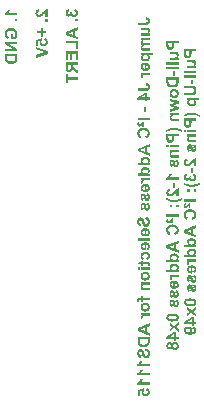
<source format=gbo>
G04*
G04 #@! TF.GenerationSoftware,Altium Limited,Altium Designer,24.10.1 (45)*
G04*
G04 Layer_Color=32896*
%FSLAX44Y44*%
%MOMM*%
G71*
G04*
G04 #@! TF.SameCoordinates,6B000D5F-9EDF-4335-955B-AE7D421AE8B7*
G04*
G04*
G04 #@! TF.FilePolarity,Positive*
G04*
G01*
G75*
G36*
X240585Y363292D02*
X240866Y363277D01*
X241133Y363232D01*
X241369Y363173D01*
X241591Y363114D01*
X241799Y363055D01*
X241977Y362981D01*
X242154Y362892D01*
X242288Y362818D01*
X242421Y362744D01*
X242524Y362684D01*
X242613Y362625D01*
X242687Y362566D01*
X242732Y362522D01*
X242761Y362507D01*
X242776Y362492D01*
X242924Y362329D01*
X243057Y362151D01*
X243161Y361974D01*
X243265Y361781D01*
X243339Y361589D01*
X243413Y361396D01*
X243517Y361011D01*
X243546Y360833D01*
X243576Y360671D01*
X243591Y360537D01*
X243605Y360404D01*
X243620Y360300D01*
Y360152D01*
X243591Y359693D01*
X243531Y359278D01*
X243457Y358923D01*
X243398Y358775D01*
X243354Y358627D01*
X243309Y358508D01*
X243250Y358390D01*
X243206Y358301D01*
X243176Y358227D01*
X243132Y358153D01*
X243117Y358109D01*
X243087Y358094D01*
Y358079D01*
X242865Y357798D01*
X242628Y357576D01*
X242391Y357383D01*
X242169Y357235D01*
X241962Y357117D01*
X241799Y357043D01*
X241740Y357013D01*
X241695Y356998D01*
X241666Y356983D01*
X241651D01*
X241369Y356909D01*
X241044Y356850D01*
X240718Y356805D01*
X240407Y356776D01*
X240126Y356761D01*
X239992Y356746D01*
X239889D01*
X239800D01*
X239741D01*
X239696D01*
X239681D01*
X233181D01*
Y358820D01*
X239829D01*
X240051D01*
X240259Y358834D01*
X240436Y358849D01*
X240614Y358864D01*
X240762Y358894D01*
X240896Y358908D01*
X241014Y358938D01*
X241118Y358968D01*
X241280Y359027D01*
X241384Y359071D01*
X241458Y359101D01*
X241473Y359116D01*
X241606Y359234D01*
X241695Y359382D01*
X241769Y359545D01*
X241814Y359708D01*
X241843Y359841D01*
X241858Y359960D01*
Y360078D01*
X241828Y360315D01*
X241769Y360522D01*
X241680Y360700D01*
X241577Y360833D01*
X241488Y360952D01*
X241399Y361026D01*
X241340Y361070D01*
X241310Y361085D01*
X241147Y361159D01*
X240970Y361218D01*
X240762Y361263D01*
X240555Y361292D01*
X240362Y361322D01*
X240214D01*
X240155Y361337D01*
X240111D01*
X240081D01*
X240066D01*
X240288Y363306D01*
X240585Y363292D01*
D02*
G37*
G36*
X241073Y354584D02*
X241399Y354555D01*
X241680Y354510D01*
X241917Y354466D01*
X242110Y354421D01*
X242243Y354377D01*
X242317Y354347D01*
X242347Y354333D01*
X242554Y354214D01*
X242747Y354081D01*
X242895Y353948D01*
X243028Y353800D01*
X243132Y353681D01*
X243206Y353563D01*
X243250Y353503D01*
X243265Y353474D01*
X243368Y353252D01*
X243457Y353015D01*
X243517Y352793D01*
X243546Y352570D01*
X243576Y352393D01*
X243591Y352259D01*
Y352126D01*
X243576Y351860D01*
X243546Y351608D01*
X243487Y351371D01*
X243428Y351164D01*
X243368Y350986D01*
X243309Y350853D01*
X243280Y350764D01*
X243265Y350734D01*
X243132Y350497D01*
X242969Y350290D01*
X242821Y350097D01*
X242658Y349949D01*
X242524Y349816D01*
X242421Y349727D01*
X242347Y349668D01*
X242317Y349653D01*
X243428D01*
Y347832D01*
X235994D01*
Y349801D01*
X239133D01*
X239415D01*
X239666D01*
X239903Y349816D01*
X240111Y349831D01*
X240303D01*
X240466Y349846D01*
X240599Y349860D01*
X240733Y349875D01*
X240836Y349890D01*
X240910Y349905D01*
X240984Y349920D01*
X241044D01*
X241118Y349949D01*
X241133D01*
X241280Y350009D01*
X241414Y350097D01*
X241518Y350186D01*
X241621Y350275D01*
X241710Y350364D01*
X241769Y350438D01*
X241799Y350482D01*
X241814Y350497D01*
X241903Y350645D01*
X241962Y350808D01*
X242021Y350956D01*
X242051Y351104D01*
X242065Y351223D01*
X242080Y351312D01*
Y351400D01*
X242065Y351563D01*
X242051Y351697D01*
X242021Y351830D01*
X241977Y351934D01*
X241947Y352023D01*
X241917Y352082D01*
X241903Y352126D01*
X241888Y352141D01*
X241799Y352245D01*
X241710Y352319D01*
X241621Y352393D01*
X241532Y352437D01*
X241443Y352481D01*
X241384Y352511D01*
X241340Y352526D01*
X241325D01*
X241251Y352541D01*
X241147Y352556D01*
X241014Y352570D01*
X240881Y352585D01*
X240570Y352600D01*
X240229Y352615D01*
X239918Y352630D01*
X239785D01*
X239666D01*
X239563D01*
X239489D01*
X239429D01*
X239415D01*
X235994D01*
Y354599D01*
X240703D01*
X241073Y354584D01*
D02*
G37*
G36*
X243428Y343982D02*
X239829D01*
X239459D01*
X239133Y343952D01*
X238882Y343937D01*
X238659Y343908D01*
X238511Y343878D01*
X238393Y343863D01*
X238319Y343834D01*
X238304D01*
X238141Y343759D01*
X237993Y343685D01*
X237875Y343597D01*
X237771Y343508D01*
X237697Y343434D01*
X237638Y343374D01*
X237608Y343330D01*
X237593Y343315D01*
X237505Y343167D01*
X237445Y343034D01*
X237401Y342901D01*
X237371Y342767D01*
X237356Y342664D01*
X237342Y342575D01*
Y342368D01*
X237371Y342249D01*
X237386Y342145D01*
X237416Y342057D01*
X237445Y341997D01*
X237475Y341953D01*
X237490Y341923D01*
X237505Y341908D01*
X237564Y341834D01*
X237638Y341760D01*
X237801Y341657D01*
X237860Y341627D01*
X237919Y341598D01*
X237964Y341583D01*
X237978D01*
X238037Y341568D01*
X238126Y341538D01*
X238334Y341509D01*
X238556Y341494D01*
X238793Y341479D01*
X239015Y341464D01*
X239193D01*
X239267D01*
X239326D01*
X239356D01*
X239370D01*
X243428D01*
Y339495D01*
X239874D01*
X239504D01*
X239193Y339465D01*
X238926Y339450D01*
X238704Y339421D01*
X238541Y339391D01*
X238423Y339376D01*
X238363Y339347D01*
X238334D01*
X238156Y339273D01*
X238008Y339199D01*
X237889Y339110D01*
X237786Y339021D01*
X237697Y338947D01*
X237638Y338888D01*
X237608Y338843D01*
X237593Y338828D01*
X237505Y338695D01*
X237445Y338547D01*
X237401Y338414D01*
X237371Y338295D01*
X237356Y338192D01*
X237342Y338118D01*
Y338044D01*
X237356Y337851D01*
X237401Y337673D01*
X237475Y337525D01*
X237549Y337407D01*
X237638Y337318D01*
X237697Y337259D01*
X237756Y337214D01*
X237771Y337200D01*
X237845Y337170D01*
X237919Y337125D01*
X238126Y337081D01*
X238363Y337037D01*
X238600Y337022D01*
X238822Y337007D01*
X239015Y336992D01*
X239089D01*
X239148D01*
X239178D01*
X239193D01*
X243428D01*
Y335023D01*
X238689D01*
X238319Y335037D01*
X237993Y335052D01*
X237727Y335082D01*
X237519Y335126D01*
X237356Y335171D01*
X237238Y335200D01*
X237164Y335215D01*
X237149Y335230D01*
X236912Y335349D01*
X236720Y335482D01*
X236557Y335630D01*
X236409Y335763D01*
X236305Y335896D01*
X236231Y336000D01*
X236187Y336059D01*
X236172Y336089D01*
X236053Y336311D01*
X235979Y336548D01*
X235920Y336770D01*
X235876Y336992D01*
X235846Y337185D01*
X235831Y337333D01*
Y337466D01*
X235846Y337703D01*
X235876Y337925D01*
X235920Y338132D01*
X235979Y338310D01*
X236038Y338458D01*
X236083Y338577D01*
X236112Y338651D01*
X236127Y338680D01*
X236246Y338888D01*
X236394Y339080D01*
X236542Y339258D01*
X236690Y339421D01*
X236823Y339554D01*
X236927Y339643D01*
X237001Y339702D01*
X237031Y339732D01*
X236823Y339865D01*
X236631Y340013D01*
X236483Y340161D01*
X236349Y340294D01*
X236246Y340413D01*
X236187Y340517D01*
X236142Y340576D01*
X236127Y340605D01*
X236024Y340813D01*
X235950Y341020D01*
X235905Y341227D01*
X235861Y341420D01*
X235846Y341583D01*
X235831Y341716D01*
Y341834D01*
X235846Y342086D01*
X235876Y342323D01*
X235935Y342545D01*
X236009Y342767D01*
X236201Y343152D01*
X236320Y343330D01*
X236423Y343493D01*
X236527Y343641D01*
X236646Y343774D01*
X236734Y343878D01*
X236823Y343967D01*
X236912Y344041D01*
X236971Y344100D01*
X237001Y344130D01*
X237016Y344145D01*
X235994D01*
Y345951D01*
X243428D01*
Y343982D01*
D02*
G37*
G36*
X246271Y331158D02*
X242510D01*
X242717Y330950D01*
X242895Y330758D01*
X243043Y330595D01*
X243146Y330432D01*
X243235Y330299D01*
X243309Y330210D01*
X243339Y330136D01*
X243354Y330121D01*
X243428Y329929D01*
X243487Y329736D01*
X243531Y329544D01*
X243561Y329366D01*
X243576Y329218D01*
X243591Y329099D01*
Y328996D01*
X243576Y328759D01*
X243546Y328537D01*
X243502Y328315D01*
X243428Y328107D01*
X243265Y327737D01*
X243176Y327574D01*
X243072Y327411D01*
X242983Y327278D01*
X242895Y327160D01*
X242806Y327056D01*
X242732Y326967D01*
X242658Y326893D01*
X242613Y326848D01*
X242584Y326819D01*
X242569Y326804D01*
X242362Y326641D01*
X242139Y326508D01*
X241917Y326375D01*
X241680Y326271D01*
X241443Y326182D01*
X241206Y326108D01*
X240733Y326004D01*
X240525Y325960D01*
X240318Y325930D01*
X240140Y325916D01*
X239992Y325901D01*
X239859Y325886D01*
X239755D01*
X239696D01*
X239681D01*
X239356Y325901D01*
X239030Y325930D01*
X238748Y325975D01*
X238467Y326019D01*
X238215Y326093D01*
X237978Y326167D01*
X237771Y326256D01*
X237579Y326330D01*
X237416Y326419D01*
X237267Y326508D01*
X237134Y326582D01*
X237045Y326641D01*
X236957Y326701D01*
X236897Y326745D01*
X236868Y326774D01*
X236853Y326789D01*
X236675Y326967D01*
X236512Y327145D01*
X236379Y327322D01*
X236261Y327515D01*
X236157Y327693D01*
X236083Y327885D01*
X236009Y328048D01*
X235964Y328226D01*
X235920Y328374D01*
X235890Y328522D01*
X235861Y328655D01*
X235846Y328759D01*
X235831Y328862D01*
Y328981D01*
X235846Y329248D01*
X235890Y329499D01*
X235950Y329736D01*
X236009Y329929D01*
X236068Y330092D01*
X236127Y330225D01*
X236172Y330299D01*
X236187Y330328D01*
X236320Y330551D01*
X236468Y330728D01*
X236616Y330906D01*
X236764Y331039D01*
X236897Y331143D01*
X237001Y331232D01*
X237060Y331276D01*
X237090Y331291D01*
X235994D01*
Y333127D01*
X246271D01*
Y331158D01*
D02*
G37*
G36*
X240051Y324879D02*
X240333Y324864D01*
X240585Y324820D01*
X240821Y324775D01*
X241058Y324731D01*
X241266Y324657D01*
X241458Y324598D01*
X241636Y324524D01*
X241799Y324464D01*
X241932Y324390D01*
X242051Y324331D01*
X242154Y324287D01*
X242228Y324227D01*
X242288Y324198D01*
X242317Y324183D01*
X242332Y324168D01*
X242554Y323976D01*
X242747Y323783D01*
X242909Y323561D01*
X243057Y323324D01*
X243176Y323087D01*
X243280Y322850D01*
X243368Y322613D01*
X243428Y322377D01*
X243487Y322169D01*
X243517Y321962D01*
X243546Y321769D01*
X243576Y321606D01*
Y321473D01*
X243591Y321384D01*
Y321296D01*
X243561Y320866D01*
X243502Y320466D01*
X243413Y320126D01*
X243309Y319830D01*
X243250Y319696D01*
X243206Y319592D01*
X243161Y319489D01*
X243117Y319415D01*
X243072Y319356D01*
X243057Y319296D01*
X243028Y319282D01*
Y319267D01*
X242791Y318985D01*
X242539Y318734D01*
X242258Y318526D01*
X241991Y318363D01*
X241754Y318230D01*
X241651Y318186D01*
X241562Y318141D01*
X241488Y318112D01*
X241429Y318082D01*
X241399Y318067D01*
X241384D01*
X241058Y320022D01*
X241251Y320096D01*
X241429Y320170D01*
X241562Y320244D01*
X241680Y320333D01*
X241769Y320392D01*
X241828Y320451D01*
X241858Y320496D01*
X241873Y320511D01*
X241962Y320629D01*
X242021Y320762D01*
X242065Y320896D01*
X242095Y321014D01*
X242110Y321118D01*
X242125Y321207D01*
Y321281D01*
X242110Y321518D01*
X242051Y321740D01*
X241977Y321947D01*
X241888Y322110D01*
X241799Y322243D01*
X241725Y322332D01*
X241666Y322406D01*
X241651Y322421D01*
X241458Y322569D01*
X241236Y322673D01*
X240999Y322761D01*
X240792Y322821D01*
X240585Y322850D01*
X240436Y322865D01*
X240377Y322880D01*
X240333D01*
X240303D01*
X240288D01*
Y317964D01*
X239874D01*
X239504Y317993D01*
X239148Y318038D01*
X238822Y318097D01*
X238511Y318171D01*
X238245Y318245D01*
X237993Y318334D01*
X237771Y318423D01*
X237579Y318512D01*
X237401Y318600D01*
X237267Y318674D01*
X237149Y318748D01*
X237060Y318808D01*
X236986Y318852D01*
X236957Y318882D01*
X236942Y318897D01*
X236749Y319074D01*
X236572Y319282D01*
X236423Y319489D01*
X236305Y319696D01*
X236187Y319918D01*
X236098Y320140D01*
X236024Y320348D01*
X235964Y320555D01*
X235920Y320748D01*
X235890Y320925D01*
X235861Y321088D01*
X235846Y321221D01*
X235831Y321340D01*
Y321503D01*
X235846Y321769D01*
X235876Y322021D01*
X235935Y322273D01*
X235994Y322495D01*
X236068Y322717D01*
X236157Y322910D01*
X236261Y323102D01*
X236349Y323265D01*
X236453Y323413D01*
X236557Y323546D01*
X236646Y323665D01*
X236720Y323754D01*
X236779Y323828D01*
X236838Y323887D01*
X236868Y323917D01*
X236882Y323931D01*
X237090Y324094D01*
X237312Y324242D01*
X237534Y324376D01*
X237771Y324494D01*
X238023Y324583D01*
X238260Y324657D01*
X238719Y324775D01*
X238941Y324820D01*
X239133Y324849D01*
X239311Y324864D01*
X239459Y324879D01*
X239592Y324894D01*
X239696D01*
X239755D01*
X239770D01*
X240051Y324879D01*
D02*
G37*
G36*
X243428Y314469D02*
X241147D01*
X240807D01*
X240496D01*
X240214Y314454D01*
X239963Y314439D01*
X239726D01*
X239533Y314424D01*
X239341Y314410D01*
X239193Y314395D01*
X239059Y314380D01*
X238941Y314365D01*
X238852Y314350D01*
X238778D01*
X238734Y314336D01*
X238689Y314321D01*
X238659D01*
X238452Y314262D01*
X238274Y314188D01*
X238126Y314114D01*
X238023Y314039D01*
X237934Y313980D01*
X237875Y313921D01*
X237845Y313891D01*
X237830Y313877D01*
X237756Y313758D01*
X237697Y313640D01*
X237652Y313521D01*
X237623Y313417D01*
X237608Y313329D01*
X237593Y313240D01*
Y313181D01*
X237608Y313018D01*
X237638Y312855D01*
X237697Y312707D01*
X237756Y312559D01*
X237815Y312440D01*
X237875Y312351D01*
X237904Y312277D01*
X237919Y312262D01*
X236216Y311640D01*
X236083Y311877D01*
X235994Y312100D01*
X235920Y312322D01*
X235876Y312529D01*
X235846Y312692D01*
X235831Y312825D01*
Y312944D01*
X235846Y313121D01*
X235861Y313269D01*
X235905Y313417D01*
X235950Y313536D01*
X235994Y313640D01*
X236024Y313729D01*
X236053Y313773D01*
X236068Y313788D01*
X236172Y313936D01*
X236320Y314069D01*
X236483Y314217D01*
X236646Y314336D01*
X236808Y314454D01*
X236942Y314543D01*
X237031Y314602D01*
X237045Y314617D01*
X235994D01*
Y316438D01*
X243428D01*
Y314469D01*
D02*
G37*
G36*
X240585Y307568D02*
X240866Y307554D01*
X241133Y307509D01*
X241369Y307450D01*
X241591Y307391D01*
X241799Y307331D01*
X241977Y307257D01*
X242154Y307168D01*
X242288Y307094D01*
X242421Y307020D01*
X242524Y306961D01*
X242613Y306902D01*
X242687Y306843D01*
X242732Y306798D01*
X242761Y306783D01*
X242776Y306769D01*
X242924Y306606D01*
X243057Y306428D01*
X243161Y306250D01*
X243265Y306058D01*
X243339Y305865D01*
X243413Y305673D01*
X243517Y305288D01*
X243546Y305110D01*
X243576Y304947D01*
X243591Y304814D01*
X243605Y304681D01*
X243620Y304577D01*
Y304429D01*
X243591Y303970D01*
X243531Y303555D01*
X243457Y303200D01*
X243398Y303052D01*
X243354Y302904D01*
X243309Y302785D01*
X243250Y302667D01*
X243206Y302578D01*
X243176Y302504D01*
X243132Y302430D01*
X243117Y302385D01*
X243087Y302371D01*
Y302356D01*
X242865Y302074D01*
X242628Y301852D01*
X242391Y301660D01*
X242169Y301512D01*
X241962Y301393D01*
X241799Y301319D01*
X241740Y301290D01*
X241695Y301275D01*
X241666Y301260D01*
X241651D01*
X241369Y301186D01*
X241044Y301127D01*
X240718Y301082D01*
X240407Y301053D01*
X240126Y301038D01*
X239992Y301023D01*
X239889D01*
X239800D01*
X239741D01*
X239696D01*
X239681D01*
X233181D01*
Y303096D01*
X239829D01*
X240051D01*
X240259Y303111D01*
X240436Y303126D01*
X240614Y303141D01*
X240762Y303170D01*
X240896Y303185D01*
X241014Y303215D01*
X241118Y303244D01*
X241280Y303304D01*
X241384Y303348D01*
X241458Y303377D01*
X241473Y303392D01*
X241606Y303511D01*
X241695Y303659D01*
X241769Y303822D01*
X241814Y303985D01*
X241843Y304118D01*
X241858Y304236D01*
Y304355D01*
X241828Y304592D01*
X241769Y304799D01*
X241680Y304977D01*
X241577Y305110D01*
X241488Y305229D01*
X241399Y305303D01*
X241340Y305347D01*
X241310Y305362D01*
X241147Y305436D01*
X240970Y305495D01*
X240762Y305539D01*
X240555Y305569D01*
X240362Y305599D01*
X240214D01*
X240155Y305614D01*
X240111D01*
X240081D01*
X240066D01*
X240288Y307583D01*
X240585Y307568D01*
D02*
G37*
G36*
X241369Y295396D02*
X243428D01*
Y293500D01*
X241369D01*
Y292227D01*
X239652D01*
Y293500D01*
X233136D01*
Y295159D01*
X239666Y299601D01*
X241369D01*
Y295396D01*
D02*
G37*
G36*
X240688Y283253D02*
X238719D01*
Y287118D01*
X240688D01*
Y283253D01*
D02*
G37*
G36*
X243428Y276116D02*
X233181D01*
Y278189D01*
X243428D01*
Y276116D01*
D02*
G37*
G36*
X238334Y270770D02*
X237223D01*
Y272962D01*
X237149Y272887D01*
X237075Y272799D01*
X236927Y272606D01*
X236853Y272517D01*
X236794Y272458D01*
X236764Y272399D01*
X236749Y272384D01*
X236542Y272132D01*
X236379Y271925D01*
X236246Y271762D01*
X236127Y271629D01*
X236053Y271540D01*
X236009Y271495D01*
X235979Y271466D01*
X235964Y271451D01*
X235831Y271333D01*
X235698Y271214D01*
X235594Y271125D01*
X235476Y271051D01*
X235402Y271007D01*
X235328Y270962D01*
X235283Y270933D01*
X235268D01*
X235135Y270874D01*
X235017Y270844D01*
X234898Y270814D01*
X234780Y270785D01*
X234691D01*
X234617Y270770D01*
X234572D01*
X234558D01*
X234335Y270785D01*
X234143Y270844D01*
X233951Y270933D01*
X233802Y271022D01*
X233684Y271125D01*
X233580Y271199D01*
X233521Y271259D01*
X233506Y271288D01*
X233358Y271495D01*
X233240Y271732D01*
X233166Y271984D01*
X233106Y272221D01*
X233077Y272443D01*
X233047Y272606D01*
Y272769D01*
X233062Y273124D01*
X233121Y273450D01*
X233210Y273717D01*
X233299Y273939D01*
X233388Y274116D01*
X233477Y274250D01*
X233536Y274324D01*
X233551Y274354D01*
X233714Y274502D01*
X233906Y274605D01*
X234099Y274694D01*
X234291Y274768D01*
X234469Y274813D01*
X234617Y274842D01*
X234676Y274857D01*
X234720Y274872D01*
X234735D01*
X234750D01*
X234854Y273554D01*
X234706Y273539D01*
X234572Y273509D01*
X234454Y273480D01*
X234380Y273435D01*
X234306Y273406D01*
X234261Y273376D01*
X234247Y273347D01*
X234232D01*
X234173Y273272D01*
X234128Y273184D01*
X234069Y273006D01*
Y272932D01*
X234054Y272873D01*
Y272695D01*
X234084Y272577D01*
X234099Y272488D01*
X234128Y272414D01*
X234158Y272354D01*
X234187Y272310D01*
X234202Y272295D01*
X234217Y272280D01*
X234276Y272221D01*
X234350Y272177D01*
X234484Y272117D01*
X234543D01*
X234587Y272103D01*
X234617D01*
X234632D01*
X234735Y272117D01*
X234824Y272132D01*
X235002Y272206D01*
X235061Y272251D01*
X235120Y272295D01*
X235150Y272310D01*
X235165Y272325D01*
X235254Y272414D01*
X235372Y272547D01*
X235520Y272695D01*
X235653Y272858D01*
X235772Y273021D01*
X235876Y273154D01*
X235950Y273243D01*
X235979Y273258D01*
Y273272D01*
X236127Y273465D01*
X236275Y273628D01*
X236409Y273791D01*
X236527Y273924D01*
X236646Y274057D01*
X236749Y274161D01*
X236942Y274354D01*
X237090Y274487D01*
X237194Y274576D01*
X237253Y274620D01*
X237282Y274635D01*
X237460Y274739D01*
X237638Y274813D01*
X237815Y274887D01*
X237978Y274931D01*
X238126Y274961D01*
X238230Y274990D01*
X238304Y275005D01*
X238334D01*
Y270770D01*
D02*
G37*
G36*
X238837Y269718D02*
X239252Y269674D01*
X239652Y269615D01*
X240007Y269526D01*
X240348Y269437D01*
X240673Y269319D01*
X240955Y269200D01*
X241206Y269082D01*
X241443Y268963D01*
X241651Y268845D01*
X241814Y268726D01*
X241962Y268638D01*
X242065Y268549D01*
X242154Y268489D01*
X242199Y268445D01*
X242213Y268430D01*
X242465Y268179D01*
X242673Y267912D01*
X242865Y267631D01*
X243013Y267349D01*
X243146Y267068D01*
X243265Y266786D01*
X243354Y266520D01*
X243428Y266268D01*
X243487Y266017D01*
X243531Y265794D01*
X243561Y265587D01*
X243576Y265424D01*
X243591Y265276D01*
X243605Y265172D01*
Y265084D01*
X243591Y264773D01*
X243576Y264491D01*
X243531Y264210D01*
X243472Y263958D01*
X243413Y263721D01*
X243354Y263499D01*
X243280Y263292D01*
X243191Y263099D01*
X243117Y262936D01*
X243043Y262788D01*
X242983Y262655D01*
X242924Y262551D01*
X242865Y262463D01*
X242821Y262403D01*
X242806Y262374D01*
X242791Y262359D01*
X242628Y262166D01*
X242450Y261989D01*
X242051Y261663D01*
X241636Y261396D01*
X241236Y261189D01*
X241044Y261100D01*
X240866Y261026D01*
X240703Y260967D01*
X240570Y260908D01*
X240451Y260863D01*
X240362Y260834D01*
X240303Y260819D01*
X240288D01*
X239666Y262833D01*
X240066Y262951D01*
X240407Y263084D01*
X240688Y263218D01*
X240925Y263366D01*
X241103Y263484D01*
X241221Y263588D01*
X241295Y263662D01*
X241325Y263692D01*
X241503Y263929D01*
X241621Y264165D01*
X241710Y264402D01*
X241784Y264610D01*
X241814Y264802D01*
X241828Y264965D01*
X241843Y265024D01*
Y265098D01*
X241828Y265306D01*
X241814Y265498D01*
X241710Y265854D01*
X241591Y266164D01*
X241429Y266416D01*
X241280Y266624D01*
X241162Y266772D01*
X241103Y266831D01*
X241058Y266875D01*
X241044Y266890D01*
X241029Y266905D01*
X240866Y267023D01*
X240673Y267127D01*
X240466Y267231D01*
X240244Y267305D01*
X239785Y267423D01*
X239326Y267512D01*
X239104Y267542D01*
X238911Y267556D01*
X238719Y267586D01*
X238556D01*
X238437Y267601D01*
X238334D01*
X238260D01*
X238245D01*
X237904Y267586D01*
X237593Y267571D01*
X237312Y267542D01*
X237045Y267497D01*
X236808Y267438D01*
X236586Y267379D01*
X236394Y267320D01*
X236216Y267246D01*
X236068Y267186D01*
X235935Y267127D01*
X235831Y267068D01*
X235742Y267009D01*
X235668Y266964D01*
X235624Y266935D01*
X235594Y266905D01*
X235579D01*
X235431Y266772D01*
X235298Y266624D01*
X235194Y266476D01*
X235105Y266313D01*
X234957Y266002D01*
X234854Y265706D01*
X234795Y265454D01*
X234780Y265335D01*
X234765Y265246D01*
X234750Y265158D01*
Y265054D01*
X234765Y264758D01*
X234824Y264491D01*
X234898Y264254D01*
X234987Y264047D01*
X235076Y263884D01*
X235150Y263766D01*
X235209Y263692D01*
X235224Y263662D01*
X235402Y263470D01*
X235609Y263292D01*
X235816Y263158D01*
X236024Y263055D01*
X236201Y262981D01*
X236335Y262936D01*
X236394Y262907D01*
X236438D01*
X236453Y262892D01*
X236468D01*
X235979Y260848D01*
X235550Y260996D01*
X235180Y261159D01*
X234854Y261337D01*
X234587Y261500D01*
X234380Y261663D01*
X234291Y261722D01*
X234217Y261781D01*
X234173Y261826D01*
X234128Y261870D01*
X234099Y261885D01*
Y261900D01*
X233906Y262122D01*
X233728Y262374D01*
X233580Y262611D01*
X233462Y262862D01*
X233343Y263129D01*
X233255Y263381D01*
X233181Y263632D01*
X233121Y263869D01*
X233077Y264091D01*
X233047Y264299D01*
X233018Y264476D01*
X233003Y264639D01*
X232988Y264773D01*
Y264950D01*
X233003Y265335D01*
X233047Y265720D01*
X233121Y266061D01*
X233210Y266402D01*
X233314Y266698D01*
X233432Y266994D01*
X233566Y267246D01*
X233699Y267482D01*
X233832Y267705D01*
X233965Y267882D01*
X234084Y268045D01*
X234187Y268179D01*
X234276Y268282D01*
X234350Y268356D01*
X234395Y268401D01*
X234410Y268415D01*
X234691Y268652D01*
X234987Y268845D01*
X235298Y269023D01*
X235624Y269171D01*
X235964Y269304D01*
X236290Y269408D01*
X236616Y269496D01*
X236927Y269570D01*
X237238Y269630D01*
X237505Y269659D01*
X237756Y269689D01*
X237964Y269718D01*
X238141D01*
X238274Y269733D01*
X238363D01*
X238378D01*
X238393D01*
X238837Y269718D01*
D02*
G37*
G36*
X243428Y253903D02*
X241103Y253059D01*
Y248943D01*
X243428Y248054D01*
Y245818D01*
X233181Y249935D01*
Y252126D01*
X243428Y256095D01*
Y253903D01*
D02*
G37*
G36*
X240037Y245152D02*
X240348Y245122D01*
X240644Y245078D01*
X240925Y245018D01*
X241177Y244959D01*
X241414Y244885D01*
X241621Y244796D01*
X241814Y244708D01*
X241991Y244633D01*
X242139Y244545D01*
X242273Y244471D01*
X242376Y244396D01*
X242465Y244352D01*
X242524Y244308D01*
X242554Y244278D01*
X242569Y244263D01*
X242747Y244086D01*
X242909Y243908D01*
X243043Y243715D01*
X243161Y243538D01*
X243265Y243345D01*
X243339Y243167D01*
X243413Y242990D01*
X243457Y242827D01*
X243502Y242664D01*
X243531Y242516D01*
X243561Y242397D01*
X243576Y242279D01*
X243591Y242190D01*
Y242072D01*
X243576Y241835D01*
X243546Y241612D01*
X243502Y241390D01*
X243442Y241198D01*
X243383Y241050D01*
X243339Y240917D01*
X243309Y240842D01*
X243295Y240813D01*
X243161Y240591D01*
X243013Y240383D01*
X242850Y240191D01*
X242702Y240043D01*
X242569Y239910D01*
X242450Y239806D01*
X242376Y239747D01*
X242347Y239732D01*
X243428D01*
Y237910D01*
X233181D01*
Y239880D01*
X236868D01*
X236690Y240058D01*
X236527Y240235D01*
X236394Y240413D01*
X236261Y240606D01*
X236172Y240783D01*
X236083Y240961D01*
X236009Y241139D01*
X235964Y241302D01*
X235920Y241465D01*
X235890Y241598D01*
X235861Y241731D01*
X235846Y241835D01*
X235831Y241924D01*
Y242042D01*
X235846Y242294D01*
X235876Y242531D01*
X235920Y242753D01*
X235979Y242975D01*
X236142Y243345D01*
X236231Y243523D01*
X236320Y243671D01*
X236423Y243819D01*
X236512Y243937D01*
X236586Y244041D01*
X236660Y244130D01*
X236734Y244204D01*
X236779Y244248D01*
X236808Y244278D01*
X236823Y244293D01*
X237016Y244441D01*
X237223Y244574D01*
X237445Y244693D01*
X237682Y244796D01*
X237919Y244885D01*
X238156Y244959D01*
X238630Y245063D01*
X238837Y245093D01*
X239044Y245122D01*
X239222Y245137D01*
X239385Y245152D01*
X239518Y245166D01*
X239607D01*
X239681D01*
X239696D01*
X240037Y245152D01*
D02*
G37*
G36*
Y236400D02*
X240348Y236370D01*
X240644Y236326D01*
X240925Y236267D01*
X241177Y236208D01*
X241414Y236133D01*
X241621Y236045D01*
X241814Y235956D01*
X241991Y235882D01*
X242139Y235793D01*
X242273Y235719D01*
X242376Y235645D01*
X242465Y235600D01*
X242524Y235556D01*
X242554Y235526D01*
X242569Y235512D01*
X242747Y235334D01*
X242909Y235156D01*
X243043Y234964D01*
X243161Y234786D01*
X243265Y234594D01*
X243339Y234416D01*
X243413Y234238D01*
X243457Y234075D01*
X243502Y233912D01*
X243531Y233764D01*
X243561Y233646D01*
X243576Y233527D01*
X243591Y233438D01*
Y233320D01*
X243576Y233083D01*
X243546Y232861D01*
X243502Y232639D01*
X243442Y232446D01*
X243383Y232298D01*
X243339Y232165D01*
X243309Y232091D01*
X243295Y232061D01*
X243161Y231839D01*
X243013Y231632D01*
X242850Y231439D01*
X242702Y231291D01*
X242569Y231158D01*
X242450Y231054D01*
X242376Y230995D01*
X242347Y230980D01*
X243428D01*
Y229159D01*
X233181D01*
Y231128D01*
X236868D01*
X236690Y231306D01*
X236527Y231484D01*
X236394Y231661D01*
X236261Y231854D01*
X236172Y232032D01*
X236083Y232209D01*
X236009Y232387D01*
X235964Y232550D01*
X235920Y232713D01*
X235890Y232846D01*
X235861Y232979D01*
X235846Y233083D01*
X235831Y233172D01*
Y233290D01*
X235846Y233542D01*
X235876Y233779D01*
X235920Y234001D01*
X235979Y234223D01*
X236142Y234594D01*
X236231Y234771D01*
X236320Y234919D01*
X236423Y235067D01*
X236512Y235186D01*
X236586Y235289D01*
X236660Y235378D01*
X236734Y235452D01*
X236779Y235497D01*
X236808Y235526D01*
X236823Y235541D01*
X237016Y235689D01*
X237223Y235823D01*
X237445Y235941D01*
X237682Y236045D01*
X237919Y236133D01*
X238156Y236208D01*
X238630Y236311D01*
X238837Y236341D01*
X239044Y236370D01*
X239222Y236385D01*
X239385Y236400D01*
X239518Y236415D01*
X239607D01*
X239681D01*
X239696D01*
X240037Y236400D01*
D02*
G37*
G36*
X243428Y225338D02*
X241147D01*
X240807D01*
X240496D01*
X240214Y225324D01*
X239963Y225309D01*
X239726D01*
X239533Y225294D01*
X239341Y225279D01*
X239193Y225264D01*
X239059Y225250D01*
X238941Y225235D01*
X238852Y225220D01*
X238778D01*
X238734Y225205D01*
X238689Y225190D01*
X238659D01*
X238452Y225131D01*
X238274Y225057D01*
X238126Y224983D01*
X238023Y224909D01*
X237934Y224850D01*
X237875Y224790D01*
X237845Y224761D01*
X237830Y224746D01*
X237756Y224627D01*
X237697Y224509D01*
X237652Y224391D01*
X237623Y224287D01*
X237608Y224198D01*
X237593Y224109D01*
Y224050D01*
X237608Y223887D01*
X237638Y223724D01*
X237697Y223576D01*
X237756Y223428D01*
X237815Y223310D01*
X237875Y223221D01*
X237904Y223147D01*
X237919Y223132D01*
X236216Y222510D01*
X236083Y222747D01*
X235994Y222969D01*
X235920Y223191D01*
X235876Y223398D01*
X235846Y223561D01*
X235831Y223695D01*
Y223813D01*
X235846Y223991D01*
X235861Y224139D01*
X235905Y224287D01*
X235950Y224405D01*
X235994Y224509D01*
X236024Y224598D01*
X236053Y224642D01*
X236068Y224657D01*
X236172Y224805D01*
X236320Y224939D01*
X236483Y225087D01*
X236646Y225205D01*
X236808Y225324D01*
X236942Y225412D01*
X237031Y225472D01*
X237045Y225486D01*
X235994D01*
Y227308D01*
X243428D01*
Y225338D01*
D02*
G37*
G36*
X240051Y222214D02*
X240333Y222199D01*
X240585Y222155D01*
X240821Y222110D01*
X241058Y222066D01*
X241266Y221992D01*
X241458Y221932D01*
X241636Y221858D01*
X241799Y221799D01*
X241932Y221725D01*
X242051Y221666D01*
X242154Y221621D01*
X242228Y221562D01*
X242288Y221533D01*
X242317Y221518D01*
X242332Y221503D01*
X242554Y221311D01*
X242747Y221118D01*
X242909Y220896D01*
X243057Y220659D01*
X243176Y220422D01*
X243280Y220185D01*
X243368Y219948D01*
X243428Y219711D01*
X243487Y219504D01*
X243517Y219297D01*
X243546Y219104D01*
X243576Y218941D01*
Y218808D01*
X243591Y218719D01*
Y218630D01*
X243561Y218201D01*
X243502Y217801D01*
X243413Y217460D01*
X243309Y217164D01*
X243250Y217031D01*
X243206Y216927D01*
X243161Y216824D01*
X243117Y216750D01*
X243072Y216690D01*
X243057Y216631D01*
X243028Y216616D01*
Y216602D01*
X242791Y216320D01*
X242539Y216068D01*
X242258Y215861D01*
X241991Y215698D01*
X241754Y215565D01*
X241651Y215520D01*
X241562Y215476D01*
X241488Y215446D01*
X241429Y215417D01*
X241399Y215402D01*
X241384D01*
X241058Y217357D01*
X241251Y217431D01*
X241429Y217505D01*
X241562Y217579D01*
X241680Y217668D01*
X241769Y217727D01*
X241828Y217786D01*
X241858Y217831D01*
X241873Y217845D01*
X241962Y217964D01*
X242021Y218097D01*
X242065Y218230D01*
X242095Y218349D01*
X242110Y218452D01*
X242125Y218541D01*
Y218615D01*
X242110Y218852D01*
X242051Y219074D01*
X241977Y219282D01*
X241888Y219445D01*
X241799Y219578D01*
X241725Y219667D01*
X241666Y219741D01*
X241651Y219756D01*
X241458Y219904D01*
X241236Y220007D01*
X240999Y220096D01*
X240792Y220156D01*
X240585Y220185D01*
X240436Y220200D01*
X240377Y220215D01*
X240333D01*
X240303D01*
X240288D01*
Y215298D01*
X239874D01*
X239504Y215328D01*
X239148Y215372D01*
X238822Y215432D01*
X238511Y215506D01*
X238245Y215580D01*
X237993Y215669D01*
X237771Y215757D01*
X237579Y215846D01*
X237401Y215935D01*
X237267Y216009D01*
X237149Y216083D01*
X237060Y216142D01*
X236986Y216187D01*
X236957Y216217D01*
X236942Y216231D01*
X236749Y216409D01*
X236572Y216616D01*
X236423Y216824D01*
X236305Y217031D01*
X236187Y217253D01*
X236098Y217475D01*
X236024Y217682D01*
X235964Y217890D01*
X235920Y218082D01*
X235890Y218260D01*
X235861Y218423D01*
X235846Y218556D01*
X235831Y218675D01*
Y218838D01*
X235846Y219104D01*
X235876Y219356D01*
X235935Y219608D01*
X235994Y219830D01*
X236068Y220052D01*
X236157Y220244D01*
X236261Y220437D01*
X236349Y220600D01*
X236453Y220748D01*
X236557Y220881D01*
X236646Y221000D01*
X236720Y221088D01*
X236779Y221162D01*
X236838Y221222D01*
X236868Y221251D01*
X236882Y221266D01*
X237090Y221429D01*
X237312Y221577D01*
X237534Y221710D01*
X237771Y221829D01*
X238023Y221918D01*
X238260Y221992D01*
X238719Y222110D01*
X238941Y222155D01*
X239133Y222184D01*
X239311Y222199D01*
X239459Y222214D01*
X239592Y222229D01*
X239696D01*
X239755D01*
X239770D01*
X240051Y222214D01*
D02*
G37*
G36*
X241680Y214247D02*
X242021Y214084D01*
X242302Y213906D01*
X242539Y213714D01*
X242732Y213536D01*
X242865Y213373D01*
X242924Y213329D01*
X242954Y213284D01*
X242969Y213255D01*
X242983Y213240D01*
X243087Y213062D01*
X243191Y212885D01*
X243339Y212485D01*
X243442Y212085D01*
X243517Y211700D01*
X243546Y211522D01*
X243561Y211359D01*
X243576Y211211D01*
Y211078D01*
X243591Y210974D01*
Y210826D01*
X243576Y210530D01*
X243561Y210249D01*
X243517Y209982D01*
X243472Y209730D01*
X243428Y209508D01*
X243354Y209301D01*
X243295Y209109D01*
X243220Y208946D01*
X243161Y208798D01*
X243087Y208664D01*
X243028Y208561D01*
X242983Y208472D01*
X242924Y208398D01*
X242895Y208353D01*
X242880Y208324D01*
X242865Y208309D01*
X242717Y208161D01*
X242569Y208027D01*
X242421Y207909D01*
X242273Y207805D01*
X242125Y207731D01*
X241977Y207657D01*
X241710Y207554D01*
X241458Y207495D01*
X241355Y207480D01*
X241280Y207465D01*
X241206Y207450D01*
X241147D01*
X241118D01*
X241103D01*
X240777Y207480D01*
X240481Y207554D01*
X240229Y207642D01*
X240022Y207761D01*
X239859Y207880D01*
X239741Y207968D01*
X239681Y208042D01*
X239652Y208072D01*
X239563Y208205D01*
X239459Y208339D01*
X239385Y208501D01*
X239296Y208679D01*
X239148Y209035D01*
X239015Y209405D01*
X238911Y209730D01*
X238882Y209879D01*
X238837Y210012D01*
X238808Y210116D01*
X238793Y210189D01*
X238778Y210249D01*
Y210264D01*
X238704Y210545D01*
X238645Y210797D01*
X238585Y211019D01*
X238526Y211211D01*
X238482Y211389D01*
X238437Y211537D01*
X238393Y211656D01*
X238363Y211774D01*
X238319Y211863D01*
X238289Y211937D01*
X238274Y211996D01*
X238245Y212026D01*
X238230Y212085D01*
X238215Y212100D01*
X238156Y212159D01*
X238097Y212204D01*
X237978Y212263D01*
X237889Y212292D01*
X237875D01*
X237860D01*
X237771Y212278D01*
X237697Y212263D01*
X237564Y212174D01*
X237490Y212100D01*
X237460Y212085D01*
Y212070D01*
X237386Y211922D01*
X237327Y211759D01*
X237297Y211581D01*
X237267Y211389D01*
X237253Y211226D01*
X237238Y211093D01*
Y210960D01*
X237253Y210737D01*
X237267Y210545D01*
X237312Y210382D01*
X237356Y210249D01*
X237401Y210145D01*
X237430Y210071D01*
X237460Y210027D01*
X237475Y210012D01*
X237564Y209893D01*
X237667Y209804D01*
X237771Y209716D01*
X237889Y209657D01*
X237978Y209612D01*
X238052Y209582D01*
X238112Y209553D01*
X238126D01*
X237786Y207702D01*
X237445Y207820D01*
X237149Y207983D01*
X236897Y208146D01*
X236705Y208324D01*
X236542Y208472D01*
X236423Y208605D01*
X236364Y208694D01*
X236335Y208709D01*
Y208724D01*
X236246Y208872D01*
X236172Y209035D01*
X236038Y209390D01*
X235950Y209760D01*
X235890Y210130D01*
X235876Y210308D01*
X235861Y210471D01*
X235846Y210619D01*
X235831Y210737D01*
Y211285D01*
X235861Y211552D01*
X235890Y211804D01*
X235935Y212041D01*
X235979Y212248D01*
X236038Y212440D01*
X236098Y212618D01*
X236157Y212781D01*
X236231Y212914D01*
X236290Y213033D01*
X236349Y213136D01*
X236394Y213210D01*
X236438Y213284D01*
X236468Y213329D01*
X236483Y213344D01*
X236497Y213358D01*
X236616Y213492D01*
X236749Y213610D01*
X236882Y213714D01*
X237031Y213788D01*
X237297Y213936D01*
X237549Y214025D01*
X237771Y214069D01*
X237875Y214084D01*
X237949Y214099D01*
X238023Y214114D01*
X238067D01*
X238097D01*
X238112D01*
X238304Y214099D01*
X238482Y214069D01*
X238659Y214040D01*
X238822Y213980D01*
X239104Y213832D01*
X239341Y213669D01*
X239533Y213521D01*
X239666Y213373D01*
X239726Y213314D01*
X239755Y213284D01*
X239770Y213255D01*
X239785Y213240D01*
X239859Y213107D01*
X239948Y212929D01*
X240037Y212722D01*
X240111Y212500D01*
X240200Y212263D01*
X240274Y212011D01*
X240422Y211493D01*
X240496Y211241D01*
X240555Y211004D01*
X240614Y210797D01*
X240659Y210604D01*
X240688Y210441D01*
X240718Y210323D01*
X240747Y210249D01*
Y210219D01*
X240792Y210042D01*
X240836Y209908D01*
X240881Y209790D01*
X240910Y209701D01*
X240955Y209642D01*
X240970Y209597D01*
X240999Y209568D01*
X241118Y209479D01*
X241236Y209434D01*
X241325Y209419D01*
X241355D01*
X241369D01*
X241488Y209434D01*
X241591Y209464D01*
X241680Y209508D01*
X241754Y209553D01*
X241814Y209597D01*
X241858Y209642D01*
X241888Y209671D01*
X241903Y209686D01*
X241991Y209849D01*
X242051Y210027D01*
X242110Y210219D01*
X242139Y210397D01*
X242154Y210560D01*
X242169Y210708D01*
Y210826D01*
X242154Y211078D01*
X242125Y211285D01*
X242080Y211478D01*
X242021Y211626D01*
X241977Y211744D01*
X241932Y211833D01*
X241903Y211893D01*
X241888Y211907D01*
X241769Y212041D01*
X241621Y212144D01*
X241488Y212233D01*
X241340Y212307D01*
X241206Y212351D01*
X241103Y212381D01*
X241044Y212411D01*
X241014D01*
X241310Y214380D01*
X241680Y214247D01*
D02*
G37*
G36*
Y206280D02*
X242021Y206117D01*
X242302Y205940D01*
X242539Y205747D01*
X242732Y205569D01*
X242865Y205406D01*
X242924Y205362D01*
X242954Y205318D01*
X242969Y205288D01*
X242983Y205273D01*
X243087Y205096D01*
X243191Y204918D01*
X243339Y204518D01*
X243442Y204118D01*
X243517Y203733D01*
X243546Y203556D01*
X243561Y203393D01*
X243576Y203244D01*
Y203111D01*
X243591Y203008D01*
Y202859D01*
X243576Y202563D01*
X243561Y202282D01*
X243517Y202015D01*
X243472Y201764D01*
X243428Y201542D01*
X243354Y201334D01*
X243295Y201142D01*
X243220Y200979D01*
X243161Y200831D01*
X243087Y200697D01*
X243028Y200594D01*
X242983Y200505D01*
X242924Y200431D01*
X242895Y200387D01*
X242880Y200357D01*
X242865Y200342D01*
X242717Y200194D01*
X242569Y200061D01*
X242421Y199942D01*
X242273Y199839D01*
X242125Y199765D01*
X241977Y199690D01*
X241710Y199587D01*
X241458Y199528D01*
X241355Y199513D01*
X241280Y199498D01*
X241206Y199483D01*
X241147D01*
X241118D01*
X241103D01*
X240777Y199513D01*
X240481Y199587D01*
X240229Y199676D01*
X240022Y199794D01*
X239859Y199913D01*
X239741Y200002D01*
X239681Y200075D01*
X239652Y200105D01*
X239563Y200238D01*
X239459Y200372D01*
X239385Y200535D01*
X239296Y200712D01*
X239148Y201068D01*
X239015Y201438D01*
X238911Y201764D01*
X238882Y201912D01*
X238837Y202045D01*
X238808Y202149D01*
X238793Y202223D01*
X238778Y202282D01*
Y202297D01*
X238704Y202578D01*
X238645Y202830D01*
X238585Y203052D01*
X238526Y203244D01*
X238482Y203422D01*
X238437Y203570D01*
X238393Y203689D01*
X238363Y203807D01*
X238319Y203896D01*
X238289Y203970D01*
X238274Y204029D01*
X238245Y204059D01*
X238230Y204118D01*
X238215Y204133D01*
X238156Y204192D01*
X238097Y204237D01*
X237978Y204296D01*
X237889Y204326D01*
X237875D01*
X237860D01*
X237771Y204311D01*
X237697Y204296D01*
X237564Y204207D01*
X237490Y204133D01*
X237460Y204118D01*
Y204103D01*
X237386Y203955D01*
X237327Y203792D01*
X237297Y203615D01*
X237267Y203422D01*
X237253Y203259D01*
X237238Y203126D01*
Y202993D01*
X237253Y202771D01*
X237267Y202578D01*
X237312Y202415D01*
X237356Y202282D01*
X237401Y202178D01*
X237430Y202104D01*
X237460Y202060D01*
X237475Y202045D01*
X237564Y201927D01*
X237667Y201838D01*
X237771Y201749D01*
X237889Y201690D01*
X237978Y201645D01*
X238052Y201616D01*
X238112Y201586D01*
X238126D01*
X237786Y199735D01*
X237445Y199853D01*
X237149Y200016D01*
X236897Y200179D01*
X236705Y200357D01*
X236542Y200505D01*
X236423Y200638D01*
X236364Y200727D01*
X236335Y200742D01*
Y200757D01*
X236246Y200905D01*
X236172Y201068D01*
X236038Y201423D01*
X235950Y201793D01*
X235890Y202164D01*
X235876Y202341D01*
X235861Y202504D01*
X235846Y202652D01*
X235831Y202771D01*
Y203319D01*
X235861Y203585D01*
X235890Y203837D01*
X235935Y204074D01*
X235979Y204281D01*
X236038Y204474D01*
X236098Y204651D01*
X236157Y204814D01*
X236231Y204947D01*
X236290Y205066D01*
X236349Y205170D01*
X236394Y205244D01*
X236438Y205318D01*
X236468Y205362D01*
X236483Y205377D01*
X236497Y205392D01*
X236616Y205525D01*
X236749Y205643D01*
X236882Y205747D01*
X237031Y205821D01*
X237297Y205969D01*
X237549Y206058D01*
X237771Y206103D01*
X237875Y206117D01*
X237949Y206132D01*
X238023Y206147D01*
X238067D01*
X238097D01*
X238112D01*
X238304Y206132D01*
X238482Y206103D01*
X238659Y206073D01*
X238822Y206014D01*
X239104Y205866D01*
X239341Y205703D01*
X239533Y205555D01*
X239666Y205406D01*
X239726Y205347D01*
X239755Y205318D01*
X239770Y205288D01*
X239785Y205273D01*
X239859Y205140D01*
X239948Y204962D01*
X240037Y204755D01*
X240111Y204533D01*
X240200Y204296D01*
X240274Y204044D01*
X240422Y203526D01*
X240496Y203274D01*
X240555Y203037D01*
X240614Y202830D01*
X240659Y202637D01*
X240688Y202474D01*
X240718Y202356D01*
X240747Y202282D01*
Y202252D01*
X240792Y202075D01*
X240836Y201941D01*
X240881Y201823D01*
X240910Y201734D01*
X240955Y201675D01*
X240970Y201630D01*
X240999Y201601D01*
X241118Y201512D01*
X241236Y201467D01*
X241325Y201453D01*
X241355D01*
X241369D01*
X241488Y201467D01*
X241591Y201497D01*
X241680Y201542D01*
X241754Y201586D01*
X241814Y201630D01*
X241858Y201675D01*
X241888Y201704D01*
X241903Y201719D01*
X241991Y201882D01*
X242051Y202060D01*
X242110Y202252D01*
X242139Y202430D01*
X242154Y202593D01*
X242169Y202741D01*
Y202859D01*
X242154Y203111D01*
X242125Y203319D01*
X242080Y203511D01*
X242021Y203659D01*
X241977Y203778D01*
X241932Y203866D01*
X241903Y203926D01*
X241888Y203941D01*
X241769Y204074D01*
X241621Y204177D01*
X241488Y204266D01*
X241340Y204340D01*
X241206Y204385D01*
X241103Y204414D01*
X241044Y204444D01*
X241014D01*
X241310Y206413D01*
X241680Y206280D01*
D02*
G37*
G36*
X240407Y194256D02*
X240703Y194197D01*
X240984Y194108D01*
X241236Y194034D01*
X241473Y193930D01*
X241695Y193827D01*
X241888Y193723D01*
X242065Y193619D01*
X242213Y193515D01*
X242347Y193412D01*
X242465Y193323D01*
X242569Y193234D01*
X242643Y193175D01*
X242687Y193116D01*
X242717Y193086D01*
X242732Y193071D01*
X242895Y192864D01*
X243028Y192642D01*
X243146Y192405D01*
X243250Y192153D01*
X243324Y191916D01*
X243398Y191665D01*
X243502Y191176D01*
X243546Y190954D01*
X243576Y190746D01*
X243591Y190569D01*
X243605Y190406D01*
X243620Y190273D01*
Y190080D01*
X243605Y189606D01*
X243561Y189177D01*
X243502Y188792D01*
X243472Y188629D01*
X243428Y188466D01*
X243398Y188333D01*
X243368Y188214D01*
X243339Y188111D01*
X243309Y188022D01*
X243280Y187948D01*
X243265Y187903D01*
X243250Y187874D01*
Y187859D01*
X243087Y187533D01*
X242909Y187267D01*
X242732Y187015D01*
X242539Y186822D01*
X242376Y186674D01*
X242228Y186556D01*
X242139Y186496D01*
X242125Y186467D01*
X242110D01*
X241814Y186304D01*
X241532Y186171D01*
X241251Y186082D01*
X240984Y186023D01*
X240777Y185993D01*
X240673Y185978D01*
X240599Y185963D01*
X240540D01*
X240496D01*
X240466D01*
X240451D01*
X240096Y185978D01*
X239785Y186023D01*
X239504Y186097D01*
X239267Y186171D01*
X239074Y186245D01*
X238941Y186319D01*
X238852Y186363D01*
X238822Y186378D01*
X238585Y186541D01*
X238378Y186733D01*
X238200Y186926D01*
X238052Y187104D01*
X237934Y187267D01*
X237845Y187400D01*
X237786Y187489D01*
X237771Y187503D01*
Y187518D01*
X237697Y187666D01*
X237623Y187814D01*
X237490Y188170D01*
X237371Y188540D01*
X237253Y188895D01*
X237208Y189058D01*
X237164Y189221D01*
X237119Y189369D01*
X237090Y189488D01*
X237060Y189591D01*
X237045Y189665D01*
X237031Y189725D01*
Y189739D01*
X236957Y190006D01*
X236897Y190243D01*
X236838Y190465D01*
X236779Y190672D01*
X236720Y190835D01*
X236660Y190998D01*
X236601Y191131D01*
X236557Y191250D01*
X236512Y191353D01*
X236468Y191428D01*
X236438Y191502D01*
X236409Y191546D01*
X236364Y191620D01*
X236349Y191635D01*
X236246Y191738D01*
X236142Y191813D01*
X236038Y191857D01*
X235935Y191887D01*
X235861Y191916D01*
X235787Y191931D01*
X235742D01*
X235728D01*
X235579Y191916D01*
X235461Y191887D01*
X235343Y191827D01*
X235254Y191768D01*
X235180Y191709D01*
X235135Y191650D01*
X235105Y191620D01*
X235091Y191605D01*
X234957Y191398D01*
X234869Y191176D01*
X234795Y190939D01*
X234750Y190717D01*
X234720Y190524D01*
X234706Y190361D01*
Y190213D01*
X234720Y189902D01*
X234765Y189636D01*
X234824Y189414D01*
X234883Y189236D01*
X234943Y189088D01*
X235002Y188984D01*
X235046Y188925D01*
X235061Y188910D01*
X235209Y188762D01*
X235387Y188629D01*
X235565Y188525D01*
X235757Y188451D01*
X235920Y188392D01*
X236053Y188362D01*
X236157Y188333D01*
X236172D01*
X236187D01*
X236112Y186259D01*
X235846Y186274D01*
X235609Y186319D01*
X235372Y186378D01*
X235165Y186452D01*
X234957Y186526D01*
X234765Y186615D01*
X234602Y186704D01*
X234439Y186793D01*
X234306Y186896D01*
X234187Y186985D01*
X234084Y187074D01*
X233995Y187148D01*
X233936Y187207D01*
X233891Y187252D01*
X233862Y187281D01*
X233847Y187296D01*
X233699Y187489D01*
X233566Y187696D01*
X233447Y187918D01*
X233343Y188155D01*
X233269Y188392D01*
X233195Y188629D01*
X233092Y189103D01*
X233062Y189325D01*
X233032Y189517D01*
X233018Y189710D01*
X233003Y189873D01*
X232988Y190006D01*
Y190184D01*
X233003Y190613D01*
X233047Y190998D01*
X233106Y191339D01*
X233166Y191635D01*
X233210Y191768D01*
X233240Y191887D01*
X233269Y191975D01*
X233299Y192064D01*
X233328Y192124D01*
X233343Y192168D01*
X233358Y192198D01*
Y192212D01*
X233506Y192509D01*
X233669Y192760D01*
X233847Y192982D01*
X234010Y193160D01*
X234158Y193308D01*
X234276Y193397D01*
X234365Y193471D01*
X234380Y193486D01*
X234395D01*
X234646Y193634D01*
X234913Y193738D01*
X235165Y193812D01*
X235387Y193856D01*
X235579Y193886D01*
X235728Y193915D01*
X235787D01*
X235831D01*
X235846D01*
X235861D01*
X236083Y193901D01*
X236305Y193871D01*
X236497Y193827D01*
X236690Y193767D01*
X237045Y193619D01*
X237356Y193442D01*
X237490Y193367D01*
X237593Y193279D01*
X237697Y193204D01*
X237786Y193130D01*
X237845Y193071D01*
X237889Y193027D01*
X237919Y192997D01*
X237934Y192982D01*
X238037Y192849D01*
X238141Y192686D01*
X238245Y192523D01*
X238334Y192331D01*
X238511Y191961D01*
X238659Y191576D01*
X238719Y191383D01*
X238778Y191220D01*
X238822Y191057D01*
X238867Y190924D01*
X238896Y190820D01*
X238926Y190732D01*
X238941Y190672D01*
Y190658D01*
X239000Y190421D01*
X239059Y190213D01*
X239104Y190021D01*
X239148Y189843D01*
X239193Y189695D01*
X239222Y189562D01*
X239267Y189443D01*
X239296Y189340D01*
X239311Y189251D01*
X239341Y189177D01*
X239370Y189073D01*
X239400Y189014D01*
Y188999D01*
X239474Y188806D01*
X239548Y188658D01*
X239622Y188525D01*
X239696Y188421D01*
X239755Y188347D01*
X239800Y188303D01*
X239829Y188273D01*
X239844Y188259D01*
X239948Y188185D01*
X240051Y188125D01*
X240155Y188096D01*
X240244Y188066D01*
X240333Y188051D01*
X240407Y188036D01*
X240451D01*
X240466D01*
X240673Y188051D01*
X240851Y188111D01*
X241029Y188199D01*
X241177Y188288D01*
X241295Y188392D01*
X241384Y188466D01*
X241443Y188525D01*
X241458Y188555D01*
X241591Y188762D01*
X241695Y188999D01*
X241769Y189251D01*
X241814Y189488D01*
X241843Y189710D01*
X241873Y189888D01*
Y190050D01*
X241858Y190391D01*
X241799Y190687D01*
X241725Y190939D01*
X241636Y191161D01*
X241547Y191339D01*
X241473Y191457D01*
X241414Y191531D01*
X241399Y191561D01*
X241192Y191753D01*
X240970Y191901D01*
X240718Y192035D01*
X240466Y192124D01*
X240244Y192198D01*
X240066Y192257D01*
X240007Y192272D01*
X239948D01*
X239918Y192286D01*
X239903D01*
X240096Y194300D01*
X240407Y194256D01*
D02*
G37*
G36*
X240051Y184779D02*
X240333Y184764D01*
X240585Y184719D01*
X240821Y184675D01*
X241058Y184631D01*
X241266Y184557D01*
X241458Y184497D01*
X241636Y184423D01*
X241799Y184364D01*
X241932Y184290D01*
X242051Y184231D01*
X242154Y184186D01*
X242228Y184127D01*
X242288Y184097D01*
X242317Y184083D01*
X242332Y184068D01*
X242554Y183875D01*
X242747Y183683D01*
X242909Y183461D01*
X243057Y183224D01*
X243176Y182987D01*
X243280Y182750D01*
X243368Y182513D01*
X243428Y182276D01*
X243487Y182069D01*
X243517Y181861D01*
X243546Y181669D01*
X243576Y181506D01*
Y181373D01*
X243591Y181284D01*
Y181195D01*
X243561Y180766D01*
X243502Y180366D01*
X243413Y180025D01*
X243309Y179729D01*
X243250Y179596D01*
X243206Y179492D01*
X243161Y179389D01*
X243117Y179314D01*
X243072Y179255D01*
X243057Y179196D01*
X243028Y179181D01*
Y179166D01*
X242791Y178885D01*
X242539Y178633D01*
X242258Y178426D01*
X241991Y178263D01*
X241754Y178130D01*
X241651Y178085D01*
X241562Y178041D01*
X241488Y178011D01*
X241429Y177982D01*
X241399Y177967D01*
X241384D01*
X241058Y179922D01*
X241251Y179996D01*
X241429Y180070D01*
X241562Y180144D01*
X241680Y180233D01*
X241769Y180292D01*
X241828Y180351D01*
X241858Y180395D01*
X241873Y180410D01*
X241962Y180529D01*
X242021Y180662D01*
X242065Y180795D01*
X242095Y180914D01*
X242110Y181017D01*
X242125Y181106D01*
Y181180D01*
X242110Y181417D01*
X242051Y181639D01*
X241977Y181847D01*
X241888Y182010D01*
X241799Y182143D01*
X241725Y182232D01*
X241666Y182306D01*
X241651Y182320D01*
X241458Y182469D01*
X241236Y182572D01*
X240999Y182661D01*
X240792Y182720D01*
X240585Y182750D01*
X240436Y182765D01*
X240377Y182780D01*
X240333D01*
X240303D01*
X240288D01*
Y177863D01*
X239874D01*
X239504Y177893D01*
X239148Y177937D01*
X238822Y177997D01*
X238511Y178071D01*
X238245Y178145D01*
X237993Y178234D01*
X237771Y178322D01*
X237579Y178411D01*
X237401Y178500D01*
X237267Y178574D01*
X237149Y178648D01*
X237060Y178707D01*
X236986Y178752D01*
X236957Y178781D01*
X236942Y178796D01*
X236749Y178974D01*
X236572Y179181D01*
X236423Y179389D01*
X236305Y179596D01*
X236187Y179818D01*
X236098Y180040D01*
X236024Y180247D01*
X235964Y180455D01*
X235920Y180647D01*
X235890Y180825D01*
X235861Y180988D01*
X235846Y181121D01*
X235831Y181239D01*
Y181402D01*
X235846Y181669D01*
X235876Y181921D01*
X235935Y182172D01*
X235994Y182395D01*
X236068Y182617D01*
X236157Y182809D01*
X236261Y183002D01*
X236349Y183165D01*
X236453Y183313D01*
X236557Y183446D01*
X236646Y183564D01*
X236720Y183653D01*
X236779Y183727D01*
X236838Y183787D01*
X236868Y183816D01*
X236882Y183831D01*
X237090Y183994D01*
X237312Y184142D01*
X237534Y184275D01*
X237771Y184394D01*
X238023Y184482D01*
X238260Y184557D01*
X238719Y184675D01*
X238941Y184719D01*
X239133Y184749D01*
X239311Y184764D01*
X239459Y184779D01*
X239592Y184793D01*
X239696D01*
X239755D01*
X239770D01*
X240051Y184779D01*
D02*
G37*
G36*
X243428Y174294D02*
X233181D01*
Y176264D01*
X243428D01*
Y174294D01*
D02*
G37*
G36*
X240051Y172829D02*
X240333Y172814D01*
X240585Y172769D01*
X240821Y172725D01*
X241058Y172680D01*
X241266Y172606D01*
X241458Y172547D01*
X241636Y172473D01*
X241799Y172414D01*
X241932Y172340D01*
X242051Y172281D01*
X242154Y172236D01*
X242228Y172177D01*
X242288Y172147D01*
X242317Y172132D01*
X242332Y172118D01*
X242554Y171925D01*
X242747Y171733D01*
X242909Y171511D01*
X243057Y171274D01*
X243176Y171037D01*
X243280Y170800D01*
X243368Y170563D01*
X243428Y170326D01*
X243487Y170119D01*
X243517Y169911D01*
X243546Y169719D01*
X243576Y169556D01*
Y169423D01*
X243591Y169334D01*
Y169245D01*
X243561Y168815D01*
X243502Y168416D01*
X243413Y168075D01*
X243309Y167779D01*
X243250Y167646D01*
X243206Y167542D01*
X243161Y167438D01*
X243117Y167364D01*
X243072Y167305D01*
X243057Y167246D01*
X243028Y167231D01*
Y167216D01*
X242791Y166935D01*
X242539Y166683D01*
X242258Y166476D01*
X241991Y166313D01*
X241754Y166180D01*
X241651Y166135D01*
X241562Y166091D01*
X241488Y166061D01*
X241429Y166031D01*
X241399Y166017D01*
X241384D01*
X241058Y167971D01*
X241251Y168045D01*
X241429Y168120D01*
X241562Y168193D01*
X241680Y168282D01*
X241769Y168342D01*
X241828Y168401D01*
X241858Y168445D01*
X241873Y168460D01*
X241962Y168578D01*
X242021Y168712D01*
X242065Y168845D01*
X242095Y168964D01*
X242110Y169067D01*
X242125Y169156D01*
Y169230D01*
X242110Y169467D01*
X242051Y169689D01*
X241977Y169896D01*
X241888Y170059D01*
X241799Y170193D01*
X241725Y170281D01*
X241666Y170355D01*
X241651Y170370D01*
X241458Y170518D01*
X241236Y170622D01*
X240999Y170711D01*
X240792Y170770D01*
X240585Y170800D01*
X240436Y170814D01*
X240377Y170829D01*
X240333D01*
X240303D01*
X240288D01*
Y165913D01*
X239874D01*
X239504Y165943D01*
X239148Y165987D01*
X238822Y166046D01*
X238511Y166120D01*
X238245Y166194D01*
X237993Y166283D01*
X237771Y166372D01*
X237579Y166461D01*
X237401Y166550D01*
X237267Y166624D01*
X237149Y166698D01*
X237060Y166757D01*
X236986Y166801D01*
X236957Y166831D01*
X236942Y166846D01*
X236749Y167024D01*
X236572Y167231D01*
X236423Y167438D01*
X236305Y167646D01*
X236187Y167868D01*
X236098Y168090D01*
X236024Y168297D01*
X235964Y168505D01*
X235920Y168697D01*
X235890Y168875D01*
X235861Y169038D01*
X235846Y169171D01*
X235831Y169289D01*
Y169452D01*
X235846Y169719D01*
X235876Y169970D01*
X235935Y170222D01*
X235994Y170444D01*
X236068Y170667D01*
X236157Y170859D01*
X236261Y171052D01*
X236349Y171214D01*
X236453Y171362D01*
X236557Y171496D01*
X236646Y171614D01*
X236720Y171703D01*
X236779Y171777D01*
X236838Y171836D01*
X236868Y171866D01*
X236882Y171881D01*
X237090Y172044D01*
X237312Y172192D01*
X237534Y172325D01*
X237771Y172443D01*
X238023Y172532D01*
X238260Y172606D01*
X238719Y172725D01*
X238941Y172769D01*
X239133Y172799D01*
X239311Y172814D01*
X239459Y172829D01*
X239592Y172843D01*
X239696D01*
X239755D01*
X239770D01*
X240051Y172829D01*
D02*
G37*
G36*
Y164728D02*
X240377Y164699D01*
X240659Y164654D01*
X240940Y164595D01*
X241192Y164521D01*
X241429Y164432D01*
X241636Y164358D01*
X241828Y164254D01*
X242006Y164166D01*
X242154Y164092D01*
X242273Y164003D01*
X242376Y163929D01*
X242465Y163869D01*
X242524Y163825D01*
X242554Y163796D01*
X242569Y163781D01*
X242747Y163588D01*
X242909Y163396D01*
X243043Y163188D01*
X243161Y162966D01*
X243265Y162759D01*
X243339Y162537D01*
X243413Y162329D01*
X243457Y162122D01*
X243502Y161930D01*
X243531Y161752D01*
X243561Y161589D01*
X243576Y161456D01*
X243591Y161352D01*
Y161189D01*
X243576Y160923D01*
X243561Y160686D01*
X243531Y160449D01*
X243487Y160227D01*
X243442Y160019D01*
X243383Y159842D01*
X243324Y159664D01*
X243250Y159516D01*
X243191Y159368D01*
X243132Y159249D01*
X243072Y159146D01*
X243028Y159057D01*
X242983Y158998D01*
X242954Y158953D01*
X242924Y158924D01*
Y158909D01*
X242791Y158761D01*
X242643Y158613D01*
X242317Y158361D01*
X241991Y158153D01*
X241666Y158005D01*
X241369Y157887D01*
X241236Y157843D01*
X241133Y157798D01*
X241044Y157768D01*
X240970Y157754D01*
X240925Y157739D01*
X240910D01*
X240585Y159664D01*
X240851Y159723D01*
X241088Y159812D01*
X241280Y159886D01*
X241429Y159975D01*
X241547Y160064D01*
X241621Y160123D01*
X241666Y160167D01*
X241680Y160182D01*
X241784Y160330D01*
X241858Y160478D01*
X241917Y160627D01*
X241947Y160775D01*
X241977Y160908D01*
X241991Y161012D01*
Y161100D01*
X241962Y161367D01*
X241903Y161604D01*
X241828Y161796D01*
X241725Y161974D01*
X241621Y162107D01*
X241547Y162196D01*
X241488Y162270D01*
X241458Y162285D01*
X241340Y162359D01*
X241221Y162433D01*
X240940Y162537D01*
X240629Y162626D01*
X240318Y162670D01*
X240022Y162700D01*
X239903Y162715D01*
X239800D01*
X239711Y162729D01*
X239637D01*
X239592D01*
X239578D01*
X239370D01*
X239163Y162715D01*
X238985Y162685D01*
X238808Y162655D01*
X238659Y162626D01*
X238526Y162596D01*
X238289Y162507D01*
X238112Y162433D01*
X237993Y162359D01*
X237919Y162315D01*
X237889Y162300D01*
X237712Y162122D01*
X237593Y161930D01*
X237505Y161737D01*
X237430Y161559D01*
X237401Y161382D01*
X237386Y161248D01*
X237371Y161160D01*
Y161130D01*
X237386Y160938D01*
X237416Y160760D01*
X237460Y160612D01*
X237519Y160478D01*
X237579Y160375D01*
X237623Y160301D01*
X237652Y160256D01*
X237667Y160242D01*
X237786Y160123D01*
X237919Y160019D01*
X238067Y159945D01*
X238200Y159871D01*
X238334Y159827D01*
X238437Y159797D01*
X238497Y159782D01*
X238526D01*
X238171Y157843D01*
X237756Y157991D01*
X237401Y158168D01*
X237105Y158361D01*
X236853Y158553D01*
X236660Y158731D01*
X236527Y158864D01*
X236483Y158924D01*
X236453Y158968D01*
X236423Y158983D01*
Y158998D01*
X236231Y159323D01*
X236083Y159679D01*
X235979Y160034D01*
X235905Y160375D01*
X235876Y160538D01*
X235861Y160686D01*
X235846Y160819D01*
Y160938D01*
X235831Y161026D01*
Y161160D01*
X235846Y161456D01*
X235876Y161737D01*
X235920Y162019D01*
X235994Y162255D01*
X236068Y162492D01*
X236157Y162715D01*
X236246Y162907D01*
X236349Y163085D01*
X236438Y163248D01*
X236542Y163381D01*
X236631Y163499D01*
X236705Y163603D01*
X236779Y163677D01*
X236823Y163736D01*
X236853Y163766D01*
X236868Y163781D01*
X237075Y163944D01*
X237282Y164092D01*
X237505Y164225D01*
X237741Y164343D01*
X237978Y164432D01*
X238215Y164506D01*
X238674Y164625D01*
X238896Y164669D01*
X239089Y164699D01*
X239267Y164714D01*
X239429Y164728D01*
X239548Y164743D01*
X239652D01*
X239711D01*
X239726D01*
X240051Y164728D01*
D02*
G37*
G36*
X237564Y156243D02*
X240807D01*
X240999D01*
X241162D01*
X241325D01*
X241458Y156229D01*
X241695D01*
X241888Y156214D01*
X242036Y156199D01*
X242125D01*
X242184Y156184D01*
X242199D01*
X242362Y156154D01*
X242510Y156110D01*
X242643Y156066D01*
X242747Y156021D01*
X242835Y155977D01*
X242895Y155947D01*
X242939Y155932D01*
X242954Y155918D01*
X243057Y155829D01*
X243146Y155725D01*
X243295Y155518D01*
X243339Y155429D01*
X243383Y155355D01*
X243398Y155295D01*
X243413Y155281D01*
X243472Y155118D01*
X243517Y154955D01*
X243546Y154792D01*
X243561Y154644D01*
X243576Y154511D01*
X243591Y154407D01*
Y154318D01*
X243576Y154007D01*
X243546Y153711D01*
X243502Y153444D01*
X243442Y153222D01*
X243398Y153030D01*
X243354Y152882D01*
X243324Y152793D01*
X243309Y152778D01*
Y152763D01*
X241784Y152941D01*
X241843Y153119D01*
X241888Y153282D01*
X241917Y153415D01*
X241932Y153533D01*
X241947Y153622D01*
X241962Y153681D01*
Y153741D01*
X241947Y153874D01*
X241917Y153978D01*
X241888Y154037D01*
X241873Y154066D01*
X241784Y154155D01*
X241710Y154200D01*
X241651Y154229D01*
X241621Y154244D01*
X241591D01*
X241532Y154259D01*
X241399D01*
X241221D01*
X241044Y154274D01*
X240866D01*
X240718D01*
X240659D01*
X240614D01*
X240585D01*
X240570D01*
X237564D01*
Y152926D01*
X235994D01*
Y154274D01*
X233358D01*
X234513Y156243D01*
X235994D01*
Y157147D01*
X237564D01*
Y156243D01*
D02*
G37*
G36*
X243428Y149609D02*
X235994D01*
Y151579D01*
X243428D01*
Y149609D01*
D02*
G37*
G36*
X235002D02*
X233181D01*
Y151579D01*
X235002D01*
Y149609D01*
D02*
G37*
G36*
X240066Y148025D02*
X240496Y147965D01*
X240866Y147891D01*
X241029Y147847D01*
X241177Y147803D01*
X241310Y147758D01*
X241429Y147714D01*
X241532Y147669D01*
X241621Y147640D01*
X241695Y147610D01*
X241740Y147580D01*
X241769Y147566D01*
X241784D01*
X242095Y147358D01*
X242362Y147136D01*
X242598Y146899D01*
X242791Y146677D01*
X242939Y146470D01*
X243043Y146307D01*
X243087Y146248D01*
X243117Y146203D01*
X243132Y146174D01*
Y146159D01*
X243280Y145803D01*
X243398Y145463D01*
X243472Y145137D01*
X243531Y144826D01*
X243561Y144574D01*
X243576Y144471D01*
Y144382D01*
X243591Y144308D01*
Y144204D01*
X243576Y143893D01*
X243546Y143612D01*
X243487Y143330D01*
X243413Y143079D01*
X243339Y142827D01*
X243250Y142605D01*
X243146Y142398D01*
X243043Y142205D01*
X242939Y142042D01*
X242835Y141894D01*
X242747Y141761D01*
X242673Y141657D01*
X242598Y141568D01*
X242539Y141509D01*
X242510Y141480D01*
X242495Y141465D01*
X242273Y141272D01*
X242051Y141109D01*
X241828Y140961D01*
X241591Y140828D01*
X241355Y140724D01*
X241118Y140635D01*
X240896Y140561D01*
X240673Y140502D01*
X240481Y140458D01*
X240288Y140428D01*
X240126Y140399D01*
X239977Y140384D01*
X239859Y140369D01*
X239770D01*
X239711D01*
X239696D01*
X239385Y140384D01*
X239089Y140413D01*
X238822Y140472D01*
X238556Y140532D01*
X238319Y140621D01*
X238082Y140709D01*
X237875Y140813D01*
X237682Y140902D01*
X237519Y141006D01*
X237356Y141109D01*
X237238Y141198D01*
X237119Y141287D01*
X237045Y141346D01*
X236971Y141405D01*
X236942Y141435D01*
X236927Y141450D01*
X236734Y141657D01*
X236572Y141879D01*
X236423Y142101D01*
X236290Y142338D01*
X236187Y142575D01*
X236098Y142797D01*
X236024Y143020D01*
X235964Y143242D01*
X235920Y143434D01*
X235890Y143627D01*
X235861Y143790D01*
X235846Y143938D01*
X235831Y144056D01*
Y144219D01*
X235846Y144619D01*
X235905Y144989D01*
X235979Y145330D01*
X236068Y145626D01*
X236127Y145744D01*
X236172Y145863D01*
X236201Y145966D01*
X236246Y146040D01*
X236275Y146115D01*
X236305Y146159D01*
X236320Y146188D01*
Y146203D01*
X236527Y146514D01*
X236749Y146781D01*
X236986Y147018D01*
X237208Y147210D01*
X237416Y147358D01*
X237579Y147477D01*
X237638Y147521D01*
X237682Y147536D01*
X237712Y147566D01*
X237727D01*
X238067Y147729D01*
X238408Y147832D01*
X238719Y147921D01*
X239000Y147980D01*
X239252Y148010D01*
X239356Y148025D01*
X239444D01*
X239504Y148040D01*
X239563D01*
X239592D01*
X239607D01*
X240066Y148025D01*
D02*
G37*
G36*
X243428Y136889D02*
X240081D01*
X239859D01*
X239652D01*
X239459Y136874D01*
X239296Y136859D01*
X239133D01*
X239000Y136845D01*
X238867Y136830D01*
X238763Y136815D01*
X238585Y136785D01*
X238467Y136770D01*
X238393Y136741D01*
X238378D01*
X238215Y136682D01*
X238052Y136593D01*
X237934Y136504D01*
X237815Y136415D01*
X237741Y136326D01*
X237667Y136252D01*
X237638Y136208D01*
X237623Y136193D01*
X237534Y136030D01*
X237460Y135867D01*
X237416Y135719D01*
X237371Y135571D01*
X237356Y135453D01*
X237342Y135364D01*
Y135275D01*
X237356Y135127D01*
X237371Y134993D01*
X237401Y134890D01*
X237445Y134786D01*
X237490Y134697D01*
X237519Y134638D01*
X237534Y134608D01*
X237549Y134594D01*
X237623Y134490D01*
X237712Y134416D01*
X237889Y134283D01*
X237978Y134238D01*
X238037Y134209D01*
X238082Y134179D01*
X238097D01*
X238171Y134149D01*
X238260Y134135D01*
X238482Y134105D01*
X238748Y134075D01*
X239000Y134061D01*
X239252Y134046D01*
X239356D01*
X239459D01*
X239533D01*
X239592D01*
X239637D01*
X239652D01*
X243428D01*
Y132076D01*
X238822D01*
X238511D01*
X238260Y132091D01*
X238023Y132106D01*
X237845Y132135D01*
X237697Y132150D01*
X237593Y132180D01*
X237519Y132195D01*
X237505D01*
X237327Y132239D01*
X237179Y132298D01*
X237031Y132358D01*
X236912Y132432D01*
X236808Y132491D01*
X236734Y132535D01*
X236690Y132565D01*
X236675Y132580D01*
X236542Y132698D01*
X236423Y132831D01*
X236320Y132965D01*
X236231Y133098D01*
X236157Y133216D01*
X236112Y133320D01*
X236083Y133379D01*
X236068Y133409D01*
X235994Y133616D01*
X235935Y133824D01*
X235890Y134016D01*
X235861Y134194D01*
X235846Y134357D01*
X235831Y134490D01*
Y134594D01*
X235846Y134860D01*
X235890Y135127D01*
X235950Y135364D01*
X236024Y135601D01*
X236127Y135823D01*
X236231Y136015D01*
X236349Y136208D01*
X236453Y136371D01*
X236572Y136519D01*
X236690Y136652D01*
X236794Y136770D01*
X236897Y136859D01*
X236971Y136933D01*
X237031Y136993D01*
X237075Y137022D01*
X237090Y137037D01*
X235994D01*
Y138858D01*
X243428D01*
Y136889D01*
D02*
G37*
G36*
X237534Y125872D02*
X243428D01*
Y123902D01*
X237534D01*
Y122436D01*
X235994D01*
Y123902D01*
X235476D01*
X235283Y123887D01*
X235120Y123872D01*
X234987Y123843D01*
X234883Y123813D01*
X234795Y123784D01*
X234750Y123754D01*
X234720Y123724D01*
X234706D01*
X234632Y123636D01*
X234587Y123547D01*
X234528Y123340D01*
X234513Y123251D01*
X234498Y123177D01*
Y123103D01*
X234513Y122777D01*
X234528Y122629D01*
X234558Y122495D01*
X234572Y122377D01*
X234602Y122273D01*
X234617Y122214D01*
Y122199D01*
X233240Y121933D01*
X233151Y122244D01*
X233092Y122540D01*
X233047Y122821D01*
X233018Y123073D01*
X233003Y123280D01*
X232988Y123443D01*
Y123591D01*
X233003Y123887D01*
X233032Y124154D01*
X233077Y124376D01*
X233136Y124583D01*
X233195Y124731D01*
X233240Y124850D01*
X233269Y124924D01*
X233284Y124953D01*
X233403Y125131D01*
X233521Y125294D01*
X233654Y125413D01*
X233773Y125516D01*
X233876Y125590D01*
X233965Y125635D01*
X234025Y125664D01*
X234039Y125679D01*
X234232Y125738D01*
X234454Y125783D01*
X234691Y125827D01*
X234913Y125842D01*
X235120Y125857D01*
X235283Y125872D01*
X235357D01*
X235402D01*
X235431D01*
X235446D01*
X235994D01*
Y126967D01*
X237534D01*
Y125872D01*
D02*
G37*
G36*
X240066Y121770D02*
X240496Y121711D01*
X240866Y121636D01*
X241029Y121592D01*
X241177Y121548D01*
X241310Y121503D01*
X241429Y121459D01*
X241532Y121414D01*
X241621Y121385D01*
X241695Y121355D01*
X241740Y121326D01*
X241769Y121311D01*
X241784D01*
X242095Y121103D01*
X242362Y120881D01*
X242598Y120644D01*
X242791Y120422D01*
X242939Y120215D01*
X243043Y120052D01*
X243087Y119993D01*
X243117Y119948D01*
X243132Y119919D01*
Y119904D01*
X243280Y119549D01*
X243398Y119208D01*
X243472Y118882D01*
X243531Y118571D01*
X243561Y118320D01*
X243576Y118216D01*
Y118127D01*
X243591Y118053D01*
Y117949D01*
X243576Y117638D01*
X243546Y117357D01*
X243487Y117076D01*
X243413Y116824D01*
X243339Y116572D01*
X243250Y116350D01*
X243146Y116143D01*
X243043Y115950D01*
X242939Y115787D01*
X242835Y115639D01*
X242747Y115506D01*
X242673Y115402D01*
X242598Y115313D01*
X242539Y115254D01*
X242510Y115225D01*
X242495Y115210D01*
X242273Y115017D01*
X242051Y114854D01*
X241828Y114706D01*
X241591Y114573D01*
X241355Y114469D01*
X241118Y114381D01*
X240896Y114306D01*
X240673Y114247D01*
X240481Y114203D01*
X240288Y114173D01*
X240126Y114144D01*
X239977Y114129D01*
X239859Y114114D01*
X239770D01*
X239711D01*
X239696D01*
X239385Y114129D01*
X239089Y114158D01*
X238822Y114218D01*
X238556Y114277D01*
X238319Y114366D01*
X238082Y114454D01*
X237875Y114558D01*
X237682Y114647D01*
X237519Y114751D01*
X237356Y114854D01*
X237238Y114943D01*
X237119Y115032D01*
X237045Y115091D01*
X236971Y115150D01*
X236942Y115180D01*
X236927Y115195D01*
X236734Y115402D01*
X236572Y115624D01*
X236423Y115847D01*
X236290Y116083D01*
X236187Y116320D01*
X236098Y116543D01*
X236024Y116765D01*
X235964Y116987D01*
X235920Y117179D01*
X235890Y117372D01*
X235861Y117535D01*
X235846Y117683D01*
X235831Y117801D01*
Y117964D01*
X235846Y118364D01*
X235905Y118734D01*
X235979Y119075D01*
X236068Y119371D01*
X236127Y119489D01*
X236172Y119608D01*
X236201Y119711D01*
X236246Y119785D01*
X236275Y119860D01*
X236305Y119904D01*
X236320Y119934D01*
Y119948D01*
X236527Y120259D01*
X236749Y120526D01*
X236986Y120763D01*
X237208Y120955D01*
X237416Y121103D01*
X237579Y121222D01*
X237638Y121266D01*
X237682Y121281D01*
X237712Y121311D01*
X237727D01*
X238067Y121474D01*
X238408Y121577D01*
X238719Y121666D01*
X239000Y121725D01*
X239252Y121755D01*
X239356Y121770D01*
X239444D01*
X239504Y121785D01*
X239563D01*
X239592D01*
X239607D01*
X240066Y121770D01*
D02*
G37*
G36*
X243428Y110693D02*
X241147D01*
X240807D01*
X240496D01*
X240214Y110678D01*
X239963Y110664D01*
X239726D01*
X239533Y110649D01*
X239341Y110634D01*
X239193Y110619D01*
X239059Y110604D01*
X238941Y110590D01*
X238852Y110575D01*
X238778D01*
X238734Y110560D01*
X238689Y110545D01*
X238659D01*
X238452Y110486D01*
X238274Y110412D01*
X238126Y110338D01*
X238023Y110264D01*
X237934Y110205D01*
X237875Y110145D01*
X237845Y110116D01*
X237830Y110101D01*
X237756Y109983D01*
X237697Y109864D01*
X237652Y109746D01*
X237623Y109642D01*
X237608Y109553D01*
X237593Y109464D01*
Y109405D01*
X237608Y109242D01*
X237638Y109079D01*
X237697Y108931D01*
X237756Y108783D01*
X237815Y108665D01*
X237875Y108576D01*
X237904Y108502D01*
X237919Y108487D01*
X236216Y107865D01*
X236083Y108102D01*
X235994Y108324D01*
X235920Y108546D01*
X235876Y108753D01*
X235846Y108916D01*
X235831Y109050D01*
Y109168D01*
X235846Y109346D01*
X235861Y109494D01*
X235905Y109642D01*
X235950Y109760D01*
X235994Y109864D01*
X236024Y109953D01*
X236053Y109997D01*
X236068Y110012D01*
X236172Y110160D01*
X236320Y110293D01*
X236483Y110442D01*
X236646Y110560D01*
X236808Y110678D01*
X236942Y110767D01*
X237031Y110827D01*
X237045Y110841D01*
X235994D01*
Y112663D01*
X243428D01*
Y110693D01*
D02*
G37*
G36*
Y101868D02*
X241103Y101024D01*
Y96907D01*
X243428Y96018D01*
Y93782D01*
X233181Y97899D01*
Y100091D01*
X243428Y104059D01*
Y101868D01*
D02*
G37*
G36*
Y88792D02*
X243413Y88392D01*
X243398Y88022D01*
X243368Y87711D01*
X243324Y87459D01*
X243280Y87252D01*
X243250Y87089D01*
X243235Y87045D01*
Y87000D01*
X243220Y86985D01*
Y86971D01*
X243102Y86645D01*
X242969Y86349D01*
X242835Y86112D01*
X242702Y85904D01*
X242584Y85741D01*
X242495Y85623D01*
X242436Y85549D01*
X242406Y85519D01*
X242125Y85268D01*
X241828Y85045D01*
X241518Y84853D01*
X241236Y84705D01*
X240970Y84586D01*
X240866Y84527D01*
X240777Y84497D01*
X240688Y84468D01*
X240629Y84438D01*
X240599Y84424D01*
X240585D01*
X240229Y84320D01*
X239859Y84231D01*
X239504Y84172D01*
X239163Y84142D01*
X239000Y84127D01*
X238852Y84113D01*
X238734D01*
X238615Y84098D01*
X238526D01*
X238467D01*
X238423D01*
X238408D01*
X237889Y84113D01*
X237430Y84157D01*
X237208Y84172D01*
X237016Y84201D01*
X236823Y84231D01*
X236660Y84261D01*
X236512Y84305D01*
X236379Y84335D01*
X236261Y84364D01*
X236172Y84379D01*
X236098Y84409D01*
X236038Y84424D01*
X236009Y84438D01*
X235994D01*
X235639Y84572D01*
X235313Y84734D01*
X235032Y84897D01*
X234795Y85060D01*
X234602Y85194D01*
X234454Y85312D01*
X234365Y85386D01*
X234335Y85401D01*
Y85416D01*
X234099Y85667D01*
X233906Y85919D01*
X233743Y86186D01*
X233610Y86423D01*
X233506Y86630D01*
X233432Y86808D01*
X233417Y86867D01*
X233403Y86911D01*
X233388Y86941D01*
Y86956D01*
X233314Y87237D01*
X233269Y87548D01*
X233225Y87874D01*
X233210Y88185D01*
X233195Y88466D01*
X233181Y88585D01*
Y92672D01*
X243428D01*
Y88792D01*
D02*
G37*
G36*
X240407Y82839D02*
X240703Y82780D01*
X240984Y82691D01*
X241236Y82617D01*
X241473Y82513D01*
X241695Y82410D01*
X241888Y82306D01*
X242065Y82202D01*
X242213Y82099D01*
X242347Y81995D01*
X242465Y81906D01*
X242569Y81817D01*
X242643Y81758D01*
X242687Y81699D01*
X242717Y81669D01*
X242732Y81654D01*
X242895Y81447D01*
X243028Y81225D01*
X243146Y80988D01*
X243250Y80736D01*
X243324Y80499D01*
X243398Y80248D01*
X243502Y79759D01*
X243546Y79537D01*
X243576Y79330D01*
X243591Y79152D01*
X243605Y78989D01*
X243620Y78856D01*
Y78663D01*
X243605Y78189D01*
X243561Y77760D01*
X243502Y77375D01*
X243472Y77212D01*
X243428Y77049D01*
X243398Y76916D01*
X243368Y76797D01*
X243339Y76694D01*
X243309Y76605D01*
X243280Y76531D01*
X243265Y76486D01*
X243250Y76457D01*
Y76442D01*
X243087Y76116D01*
X242909Y75850D01*
X242732Y75598D01*
X242539Y75405D01*
X242376Y75257D01*
X242228Y75139D01*
X242139Y75079D01*
X242125Y75050D01*
X242110D01*
X241814Y74887D01*
X241532Y74754D01*
X241251Y74665D01*
X240984Y74606D01*
X240777Y74576D01*
X240673Y74561D01*
X240599Y74546D01*
X240540D01*
X240496D01*
X240466D01*
X240451D01*
X240096Y74561D01*
X239785Y74606D01*
X239504Y74680D01*
X239267Y74754D01*
X239074Y74828D01*
X238941Y74902D01*
X238852Y74946D01*
X238822Y74961D01*
X238585Y75124D01*
X238378Y75317D01*
X238200Y75509D01*
X238052Y75687D01*
X237934Y75850D01*
X237845Y75983D01*
X237786Y76072D01*
X237771Y76087D01*
Y76101D01*
X237697Y76249D01*
X237623Y76398D01*
X237490Y76753D01*
X237371Y77123D01*
X237253Y77478D01*
X237208Y77641D01*
X237164Y77804D01*
X237119Y77952D01*
X237090Y78071D01*
X237060Y78174D01*
X237045Y78249D01*
X237031Y78308D01*
Y78323D01*
X236957Y78589D01*
X236897Y78826D01*
X236838Y79048D01*
X236779Y79255D01*
X236720Y79418D01*
X236660Y79581D01*
X236601Y79714D01*
X236557Y79833D01*
X236512Y79937D01*
X236468Y80011D01*
X236438Y80085D01*
X236409Y80129D01*
X236364Y80203D01*
X236349Y80218D01*
X236246Y80322D01*
X236142Y80396D01*
X236038Y80440D01*
X235935Y80470D01*
X235861Y80499D01*
X235787Y80514D01*
X235742D01*
X235728D01*
X235579Y80499D01*
X235461Y80470D01*
X235343Y80410D01*
X235254Y80351D01*
X235180Y80292D01*
X235135Y80233D01*
X235105Y80203D01*
X235091Y80188D01*
X234957Y79981D01*
X234869Y79759D01*
X234795Y79522D01*
X234750Y79300D01*
X234720Y79107D01*
X234706Y78945D01*
Y78796D01*
X234720Y78485D01*
X234765Y78219D01*
X234824Y77997D01*
X234883Y77819D01*
X234943Y77671D01*
X235002Y77567D01*
X235046Y77508D01*
X235061Y77493D01*
X235209Y77345D01*
X235387Y77212D01*
X235565Y77108D01*
X235757Y77034D01*
X235920Y76975D01*
X236053Y76945D01*
X236157Y76916D01*
X236172D01*
X236187D01*
X236112Y74843D01*
X235846Y74857D01*
X235609Y74902D01*
X235372Y74961D01*
X235165Y75035D01*
X234957Y75109D01*
X234765Y75198D01*
X234602Y75287D01*
X234439Y75376D01*
X234306Y75479D01*
X234187Y75568D01*
X234084Y75657D01*
X233995Y75731D01*
X233936Y75790D01*
X233891Y75835D01*
X233862Y75864D01*
X233847Y75879D01*
X233699Y76072D01*
X233566Y76279D01*
X233447Y76501D01*
X233343Y76738D01*
X233269Y76975D01*
X233195Y77212D01*
X233092Y77686D01*
X233062Y77908D01*
X233032Y78100D01*
X233018Y78293D01*
X233003Y78456D01*
X232988Y78589D01*
Y78767D01*
X233003Y79196D01*
X233047Y79581D01*
X233106Y79922D01*
X233166Y80218D01*
X233210Y80351D01*
X233240Y80470D01*
X233269Y80559D01*
X233299Y80647D01*
X233328Y80707D01*
X233343Y80751D01*
X233358Y80781D01*
Y80795D01*
X233506Y81092D01*
X233669Y81343D01*
X233847Y81566D01*
X234010Y81743D01*
X234158Y81891D01*
X234276Y81980D01*
X234365Y82054D01*
X234380Y82069D01*
X234395D01*
X234646Y82217D01*
X234913Y82321D01*
X235165Y82395D01*
X235387Y82439D01*
X235579Y82469D01*
X235728Y82498D01*
X235787D01*
X235831D01*
X235846D01*
X235861D01*
X236083Y82484D01*
X236305Y82454D01*
X236497Y82410D01*
X236690Y82350D01*
X237045Y82202D01*
X237356Y82025D01*
X237490Y81951D01*
X237593Y81862D01*
X237697Y81788D01*
X237786Y81714D01*
X237845Y81654D01*
X237889Y81610D01*
X237919Y81580D01*
X237934Y81566D01*
X238037Y81432D01*
X238141Y81269D01*
X238245Y81107D01*
X238334Y80914D01*
X238511Y80544D01*
X238659Y80159D01*
X238719Y79966D01*
X238778Y79803D01*
X238822Y79640D01*
X238867Y79507D01*
X238896Y79404D01*
X238926Y79315D01*
X238941Y79255D01*
Y79241D01*
X239000Y79004D01*
X239059Y78796D01*
X239104Y78604D01*
X239148Y78426D01*
X239193Y78278D01*
X239222Y78145D01*
X239267Y78026D01*
X239296Y77923D01*
X239311Y77834D01*
X239341Y77760D01*
X239370Y77656D01*
X239400Y77597D01*
Y77582D01*
X239474Y77390D01*
X239548Y77242D01*
X239622Y77108D01*
X239696Y77005D01*
X239755Y76931D01*
X239800Y76886D01*
X239829Y76856D01*
X239844Y76842D01*
X239948Y76768D01*
X240051Y76708D01*
X240155Y76679D01*
X240244Y76649D01*
X240333Y76634D01*
X240407Y76620D01*
X240451D01*
X240466D01*
X240673Y76634D01*
X240851Y76694D01*
X241029Y76782D01*
X241177Y76871D01*
X241295Y76975D01*
X241384Y77049D01*
X241443Y77108D01*
X241458Y77138D01*
X241591Y77345D01*
X241695Y77582D01*
X241769Y77834D01*
X241814Y78071D01*
X241843Y78293D01*
X241873Y78471D01*
Y78633D01*
X241858Y78974D01*
X241799Y79270D01*
X241725Y79522D01*
X241636Y79744D01*
X241547Y79922D01*
X241473Y80040D01*
X241414Y80114D01*
X241399Y80144D01*
X241192Y80336D01*
X240970Y80485D01*
X240718Y80618D01*
X240466Y80707D01*
X240244Y80781D01*
X240066Y80840D01*
X240007Y80855D01*
X239948D01*
X239918Y80870D01*
X239903D01*
X240096Y82884D01*
X240407Y82839D01*
D02*
G37*
G36*
X237282Y72177D02*
X237060Y71703D01*
X236942Y71481D01*
X236808Y71274D01*
X236690Y71081D01*
X236572Y70904D01*
X236453Y70741D01*
X236349Y70593D01*
X236261Y70474D01*
X236172Y70370D01*
X236098Y70282D01*
X236053Y70222D01*
X236024Y70193D01*
X236009Y70178D01*
X243428D01*
Y68208D01*
X233121D01*
Y69808D01*
X233462Y69956D01*
X233773Y70148D01*
X234069Y70356D01*
X234306Y70563D01*
X234498Y70741D01*
X234646Y70904D01*
X234706Y70963D01*
X234750Y71007D01*
X234765Y71037D01*
X234780Y71052D01*
X235017Y71378D01*
X235224Y71688D01*
X235387Y71970D01*
X235505Y72221D01*
X235594Y72429D01*
X235668Y72577D01*
X235683Y72636D01*
X235698Y72681D01*
X235713Y72695D01*
Y72710D01*
X237490D01*
X237282Y72177D01*
D02*
G37*
G36*
Y64210D02*
X237060Y63736D01*
X236942Y63514D01*
X236808Y63307D01*
X236690Y63115D01*
X236572Y62937D01*
X236453Y62774D01*
X236349Y62626D01*
X236261Y62507D01*
X236172Y62404D01*
X236098Y62315D01*
X236053Y62256D01*
X236024Y62226D01*
X236009Y62211D01*
X243428D01*
Y60242D01*
X233121D01*
Y61841D01*
X233462Y61989D01*
X233773Y62182D01*
X234069Y62389D01*
X234306Y62596D01*
X234498Y62774D01*
X234646Y62937D01*
X234706Y62996D01*
X234750Y63040D01*
X234765Y63070D01*
X234780Y63085D01*
X235017Y63411D01*
X235224Y63722D01*
X235387Y64003D01*
X235505Y64255D01*
X235594Y64462D01*
X235668Y64610D01*
X235683Y64669D01*
X235698Y64714D01*
X235713Y64729D01*
Y64743D01*
X237490D01*
X237282Y64210D01*
D02*
G37*
G36*
Y56244D02*
X237060Y55770D01*
X236942Y55547D01*
X236808Y55340D01*
X236690Y55148D01*
X236572Y54970D01*
X236453Y54807D01*
X236349Y54659D01*
X236261Y54541D01*
X236172Y54437D01*
X236098Y54348D01*
X236053Y54289D01*
X236024Y54259D01*
X236009Y54244D01*
X243428D01*
Y52275D01*
X233121D01*
Y53874D01*
X233462Y54022D01*
X233773Y54215D01*
X234069Y54422D01*
X234306Y54629D01*
X234498Y54807D01*
X234646Y54970D01*
X234706Y55029D01*
X234750Y55074D01*
X234765Y55103D01*
X234780Y55118D01*
X235017Y55444D01*
X235224Y55755D01*
X235387Y56036D01*
X235505Y56288D01*
X235594Y56495D01*
X235668Y56643D01*
X235683Y56703D01*
X235698Y56747D01*
X235713Y56762D01*
Y56777D01*
X237490D01*
X237282Y56244D01*
D02*
G37*
G36*
X241058Y49254D02*
X241281Y49210D01*
X241680Y49061D01*
X242036Y48899D01*
X242184Y48810D01*
X242332Y48706D01*
X242450Y48617D01*
X242554Y48543D01*
X242643Y48454D01*
X242732Y48395D01*
X242791Y48336D01*
X242835Y48292D01*
X242850Y48262D01*
X242865Y48247D01*
X242998Y48069D01*
X243117Y47892D01*
X243220Y47699D01*
X243295Y47507D01*
X243443Y47107D01*
X243531Y46751D01*
X243561Y46574D01*
X243576Y46426D01*
X243591Y46278D01*
X243605Y46159D01*
X243620Y46055D01*
Y45922D01*
X243605Y45596D01*
X243561Y45285D01*
X243502Y45004D01*
X243413Y44738D01*
X243309Y44486D01*
X243191Y44264D01*
X243072Y44056D01*
X242939Y43864D01*
X242821Y43701D01*
X242702Y43553D01*
X242584Y43420D01*
X242480Y43316D01*
X242391Y43242D01*
X242332Y43183D01*
X242288Y43153D01*
X242273Y43138D01*
X242080Y43005D01*
X241888Y42887D01*
X241695Y42798D01*
X241488Y42709D01*
X241103Y42575D01*
X240748Y42487D01*
X240599Y42457D01*
X240451Y42442D01*
X240318Y42413D01*
X240200D01*
X240111Y42398D01*
X240051D01*
X240007D01*
X239992D01*
X239711Y42413D01*
X239444Y42442D01*
X239193Y42487D01*
X238956Y42546D01*
X238748Y42605D01*
X238541Y42694D01*
X238349Y42768D01*
X238186Y42857D01*
X238038Y42946D01*
X237904Y43020D01*
X237786Y43109D01*
X237697Y43168D01*
X237623Y43227D01*
X237564Y43271D01*
X237534Y43301D01*
X237519Y43316D01*
X237356Y43494D01*
X237208Y43671D01*
X237075Y43864D01*
X236957Y44056D01*
X236868Y44234D01*
X236794Y44427D01*
X236675Y44767D01*
X236631Y44930D01*
X236601Y45078D01*
X236586Y45211D01*
X236572Y45315D01*
X236557Y45404D01*
Y45537D01*
X236572Y45789D01*
X236616Y46041D01*
X236660Y46263D01*
X236720Y46470D01*
X236794Y46633D01*
X236838Y46766D01*
X236882Y46855D01*
X236897Y46870D01*
Y46885D01*
X235150Y46574D01*
Y42857D01*
X233314D01*
Y48055D01*
X238659Y49061D01*
X238882Y47477D01*
X238748Y47344D01*
X238630Y47210D01*
X238526Y47077D01*
X238437Y46944D01*
X238304Y46692D01*
X238215Y46455D01*
X238171Y46248D01*
X238141Y46100D01*
X238126Y46041D01*
Y45952D01*
X238141Y45715D01*
X238200Y45493D01*
X238274Y45300D01*
X238363Y45137D01*
X238467Y45019D01*
X238541Y44915D01*
X238600Y44856D01*
X238615Y44841D01*
X238808Y44693D01*
X239030Y44589D01*
X239267Y44515D01*
X239504Y44471D01*
X239711Y44427D01*
X239874Y44412D01*
X239948D01*
X239992D01*
X240022D01*
X240037D01*
X240392Y44427D01*
X240703Y44471D01*
X240955Y44545D01*
X241162Y44619D01*
X241340Y44708D01*
X241458Y44767D01*
X241518Y44826D01*
X241547Y44841D01*
X241710Y45004D01*
X241843Y45182D01*
X241932Y45360D01*
X241991Y45522D01*
X242021Y45670D01*
X242036Y45789D01*
X242051Y45863D01*
Y45893D01*
X242036Y46085D01*
X241991Y46278D01*
X241932Y46441D01*
X241858Y46574D01*
X241784Y46692D01*
X241725Y46781D01*
X241680Y46840D01*
X241666Y46855D01*
X241503Y46988D01*
X241340Y47107D01*
X241162Y47196D01*
X240999Y47255D01*
X240851Y47299D01*
X240718Y47329D01*
X240644Y47344D01*
X240614D01*
X240821Y49299D01*
X241058Y49254D01*
D02*
G37*
G36*
X267906Y341427D02*
X264041D01*
Y339591D01*
X264026Y339369D01*
Y339161D01*
X264011Y338969D01*
X263996Y338791D01*
X263982Y338628D01*
X263967Y338495D01*
Y338362D01*
X263952Y338258D01*
X263937Y338154D01*
X263922Y338080D01*
Y338021D01*
X263908Y337976D01*
Y337947D01*
X263848Y337740D01*
X263774Y337547D01*
X263700Y337369D01*
X263611Y337206D01*
X263537Y337073D01*
X263478Y336970D01*
X263434Y336910D01*
X263419Y336881D01*
X263271Y336688D01*
X263108Y336525D01*
X262930Y336362D01*
X262782Y336244D01*
X262634Y336140D01*
X262516Y336066D01*
X262442Y336022D01*
X262412Y336007D01*
X262160Y335889D01*
X261894Y335800D01*
X261612Y335741D01*
X261361Y335696D01*
X261153Y335666D01*
X261050D01*
X260976Y335652D01*
X260902D01*
X260857D01*
X260828D01*
X260813D01*
X260383Y335681D01*
X259983Y335741D01*
X259658Y335844D01*
X259361Y335948D01*
X259243Y336007D01*
X259139Y336066D01*
X259051Y336111D01*
X258962Y336170D01*
X258902Y336199D01*
X258858Y336229D01*
X258843Y336259D01*
X258828D01*
X258562Y336496D01*
X258340Y336733D01*
X258162Y336984D01*
X258029Y337206D01*
X257940Y337414D01*
X257866Y337577D01*
X257851Y337636D01*
X257836Y337680D01*
X257821Y337710D01*
Y337725D01*
X257792Y337843D01*
X257762Y337991D01*
X257747Y338169D01*
X257733Y338347D01*
X257703Y338761D01*
X257673Y339176D01*
Y339561D01*
X257659Y339724D01*
Y343500D01*
X267906D01*
Y341427D01*
D02*
G37*
G36*
X265551Y333993D02*
X265877Y333964D01*
X266158Y333919D01*
X266395Y333875D01*
X266588Y333830D01*
X266721Y333786D01*
X266795Y333756D01*
X266825Y333741D01*
X267032Y333623D01*
X267225Y333490D01*
X267373Y333356D01*
X267506Y333208D01*
X267610Y333090D01*
X267684Y332971D01*
X267728Y332912D01*
X267743Y332882D01*
X267847Y332660D01*
X267935Y332423D01*
X267995Y332201D01*
X268024Y331979D01*
X268054Y331801D01*
X268069Y331668D01*
Y331535D01*
X268054Y331268D01*
X268024Y331017D01*
X267965Y330780D01*
X267906Y330572D01*
X267847Y330395D01*
X267787Y330261D01*
X267758Y330173D01*
X267743Y330143D01*
X267610Y329906D01*
X267447Y329699D01*
X267299Y329506D01*
X267136Y329358D01*
X267003Y329225D01*
X266899Y329136D01*
X266825Y329077D01*
X266795Y329062D01*
X267906D01*
Y327241D01*
X260472D01*
Y329210D01*
X263611D01*
X263893D01*
X264144D01*
X264382Y329225D01*
X264589Y329240D01*
X264781D01*
X264944Y329254D01*
X265077Y329269D01*
X265211Y329284D01*
X265314Y329299D01*
X265388Y329314D01*
X265462Y329328D01*
X265522D01*
X265596Y329358D01*
X265611D01*
X265759Y329417D01*
X265892Y329506D01*
X265996Y329595D01*
X266099Y329684D01*
X266188Y329773D01*
X266247Y329847D01*
X266277Y329891D01*
X266292Y329906D01*
X266381Y330054D01*
X266440Y330217D01*
X266499Y330365D01*
X266529Y330513D01*
X266544Y330632D01*
X266558Y330720D01*
Y330809D01*
X266544Y330972D01*
X266529Y331105D01*
X266499Y331239D01*
X266455Y331342D01*
X266425Y331431D01*
X266395Y331491D01*
X266381Y331535D01*
X266366Y331550D01*
X266277Y331653D01*
X266188Y331727D01*
X266099Y331801D01*
X266010Y331846D01*
X265921Y331890D01*
X265862Y331920D01*
X265818Y331935D01*
X265803D01*
X265729Y331950D01*
X265625Y331964D01*
X265492Y331979D01*
X265359Y331994D01*
X265048Y332009D01*
X264707Y332024D01*
X264396Y332038D01*
X264263D01*
X264144D01*
X264041D01*
X263967D01*
X263908D01*
X263893D01*
X260472D01*
Y334008D01*
X265181D01*
X265551Y333993D01*
D02*
G37*
G36*
X267906Y323257D02*
X257659D01*
Y325227D01*
X267906D01*
Y323257D01*
D02*
G37*
G36*
Y319274D02*
X257659D01*
Y321243D01*
X267906D01*
Y319274D01*
D02*
G37*
G36*
X265166Y313617D02*
X263197D01*
Y317482D01*
X265166D01*
Y313617D01*
D02*
G37*
G36*
X267906Y308582D02*
X267891Y308182D01*
X267876Y307812D01*
X267847Y307501D01*
X267802Y307250D01*
X267758Y307042D01*
X267728Y306879D01*
X267713Y306835D01*
Y306790D01*
X267698Y306776D01*
Y306761D01*
X267580Y306435D01*
X267447Y306139D01*
X267313Y305902D01*
X267180Y305695D01*
X267062Y305532D01*
X266973Y305413D01*
X266914Y305339D01*
X266884Y305310D01*
X266603Y305058D01*
X266306Y304836D01*
X265996Y304643D01*
X265714Y304495D01*
X265448Y304377D01*
X265344Y304317D01*
X265255Y304288D01*
X265166Y304258D01*
X265107Y304229D01*
X265077Y304214D01*
X265063D01*
X264707Y304110D01*
X264337Y304021D01*
X263982Y303962D01*
X263641Y303932D01*
X263478Y303918D01*
X263330Y303903D01*
X263212D01*
X263093Y303888D01*
X263004D01*
X262945D01*
X262901D01*
X262886D01*
X262367Y303903D01*
X261908Y303947D01*
X261686Y303962D01*
X261494Y303992D01*
X261301Y304021D01*
X261138Y304051D01*
X260990Y304095D01*
X260857Y304125D01*
X260739Y304155D01*
X260650Y304169D01*
X260576Y304199D01*
X260516Y304214D01*
X260487Y304229D01*
X260472D01*
X260117Y304362D01*
X259791Y304525D01*
X259510Y304688D01*
X259273Y304851D01*
X259080Y304984D01*
X258932Y305102D01*
X258843Y305176D01*
X258814Y305191D01*
Y305206D01*
X258577Y305458D01*
X258384Y305709D01*
X258221Y305976D01*
X258088Y306213D01*
X257984Y306420D01*
X257910Y306598D01*
X257896Y306657D01*
X257881Y306702D01*
X257866Y306731D01*
Y306746D01*
X257792Y307027D01*
X257747Y307338D01*
X257703Y307664D01*
X257688Y307975D01*
X257673Y308256D01*
X257659Y308375D01*
Y312462D01*
X267906D01*
Y308582D01*
D02*
G37*
G36*
X264544Y302585D02*
X264974Y302526D01*
X265344Y302452D01*
X265507Y302407D01*
X265655Y302363D01*
X265788Y302318D01*
X265907Y302274D01*
X266010Y302229D01*
X266099Y302200D01*
X266173Y302170D01*
X266218Y302141D01*
X266247Y302126D01*
X266262D01*
X266573Y301919D01*
X266840Y301696D01*
X267077Y301460D01*
X267269Y301237D01*
X267417Y301030D01*
X267521Y300867D01*
X267565Y300808D01*
X267595Y300763D01*
X267610Y300734D01*
Y300719D01*
X267758Y300364D01*
X267876Y300023D01*
X267950Y299697D01*
X268009Y299386D01*
X268039Y299135D01*
X268054Y299031D01*
Y298942D01*
X268069Y298868D01*
Y298764D01*
X268054Y298453D01*
X268024Y298172D01*
X267965Y297891D01*
X267891Y297639D01*
X267817Y297387D01*
X267728Y297165D01*
X267624Y296958D01*
X267521Y296765D01*
X267417Y296602D01*
X267313Y296454D01*
X267225Y296321D01*
X267151Y296217D01*
X267077Y296129D01*
X267017Y296069D01*
X266988Y296040D01*
X266973Y296025D01*
X266751Y295832D01*
X266529Y295669D01*
X266306Y295521D01*
X266070Y295388D01*
X265833Y295285D01*
X265596Y295196D01*
X265374Y295122D01*
X265152Y295062D01*
X264959Y295018D01*
X264767Y294988D01*
X264604Y294959D01*
X264456Y294944D01*
X264337Y294929D01*
X264248D01*
X264189D01*
X264174D01*
X263863Y294944D01*
X263567Y294974D01*
X263300Y295033D01*
X263034Y295092D01*
X262797Y295181D01*
X262560Y295270D01*
X262353Y295373D01*
X262160Y295462D01*
X261997Y295566D01*
X261835Y295669D01*
X261716Y295758D01*
X261597Y295847D01*
X261523Y295906D01*
X261449Y295966D01*
X261420Y295995D01*
X261405Y296010D01*
X261213Y296217D01*
X261050Y296439D01*
X260902Y296662D01*
X260768Y296899D01*
X260665Y297136D01*
X260576Y297358D01*
X260502Y297580D01*
X260443Y297802D01*
X260398Y297994D01*
X260368Y298187D01*
X260339Y298350D01*
X260324Y298498D01*
X260309Y298616D01*
Y298779D01*
X260324Y299179D01*
X260383Y299549D01*
X260457Y299890D01*
X260546Y300186D01*
X260605Y300305D01*
X260650Y300423D01*
X260679Y300527D01*
X260724Y300601D01*
X260753Y300675D01*
X260783Y300719D01*
X260798Y300749D01*
Y300763D01*
X261005Y301075D01*
X261227Y301341D01*
X261464Y301578D01*
X261686Y301770D01*
X261894Y301919D01*
X262057Y302037D01*
X262116Y302081D01*
X262160Y302096D01*
X262190Y302126D01*
X262205D01*
X262545Y302289D01*
X262886Y302392D01*
X263197Y302481D01*
X263478Y302540D01*
X263730Y302570D01*
X263834Y302585D01*
X263922D01*
X263982Y302600D01*
X264041D01*
X264070D01*
X264085D01*
X264544Y302585D01*
D02*
G37*
G36*
X267906Y292027D02*
Y290116D01*
X263138Y288858D01*
X267906Y287584D01*
Y285689D01*
X260472Y283305D01*
Y285245D01*
X265344Y286666D01*
X260472Y287895D01*
Y289791D01*
X265344Y291079D01*
X260472Y292471D01*
Y294366D01*
X267906Y292027D01*
D02*
G37*
G36*
Y280313D02*
X264559D01*
X264337D01*
X264130D01*
X263937Y280299D01*
X263774Y280284D01*
X263611D01*
X263478Y280269D01*
X263345Y280254D01*
X263241Y280239D01*
X263064Y280210D01*
X262945Y280195D01*
X262871Y280165D01*
X262856D01*
X262693Y280106D01*
X262530Y280017D01*
X262412Y279928D01*
X262293Y279839D01*
X262220Y279751D01*
X262145Y279677D01*
X262116Y279632D01*
X262101Y279617D01*
X262012Y279454D01*
X261938Y279292D01*
X261894Y279144D01*
X261849Y278995D01*
X261835Y278877D01*
X261820Y278788D01*
Y278699D01*
X261835Y278551D01*
X261849Y278418D01*
X261879Y278314D01*
X261923Y278211D01*
X261968Y278122D01*
X261997Y278062D01*
X262012Y278033D01*
X262027Y278018D01*
X262101Y277915D01*
X262190Y277840D01*
X262367Y277707D01*
X262456Y277663D01*
X262516Y277633D01*
X262560Y277603D01*
X262575D01*
X262649Y277574D01*
X262738Y277559D01*
X262960Y277529D01*
X263226Y277500D01*
X263478Y277485D01*
X263730Y277470D01*
X263834D01*
X263937D01*
X264011D01*
X264070D01*
X264115D01*
X264130D01*
X267906D01*
Y275501D01*
X263300D01*
X262990D01*
X262738Y275515D01*
X262501Y275530D01*
X262323Y275560D01*
X262175Y275575D01*
X262071Y275604D01*
X261997Y275619D01*
X261982D01*
X261805Y275664D01*
X261657Y275723D01*
X261509Y275782D01*
X261390Y275856D01*
X261287Y275915D01*
X261213Y275960D01*
X261168Y275989D01*
X261153Y276004D01*
X261020Y276123D01*
X260902Y276256D01*
X260798Y276389D01*
X260709Y276523D01*
X260635Y276641D01*
X260591Y276745D01*
X260561Y276804D01*
X260546Y276833D01*
X260472Y277041D01*
X260413Y277248D01*
X260368Y277441D01*
X260339Y277618D01*
X260324Y277781D01*
X260309Y277915D01*
Y278018D01*
X260324Y278285D01*
X260368Y278551D01*
X260428Y278788D01*
X260502Y279025D01*
X260605Y279247D01*
X260709Y279440D01*
X260828Y279632D01*
X260931Y279795D01*
X261050Y279943D01*
X261168Y280077D01*
X261272Y280195D01*
X261375Y280284D01*
X261449Y280358D01*
X261509Y280417D01*
X261553Y280447D01*
X261568Y280462D01*
X260472D01*
Y282283D01*
X267906D01*
Y280313D01*
D02*
G37*
G36*
X264811Y269770D02*
X265418Y269711D01*
X265981Y269622D01*
X266247Y269577D01*
X266499Y269518D01*
X266721Y269474D01*
X266929Y269429D01*
X267106Y269385D01*
X267269Y269340D01*
X267388Y269296D01*
X267491Y269281D01*
X267550Y269252D01*
X267565D01*
X268202Y269015D01*
X268824Y268763D01*
X269105Y268615D01*
X269387Y268482D01*
X269653Y268348D01*
X269890Y268215D01*
X270112Y268097D01*
X270320Y267978D01*
X270497Y267875D01*
X270645Y267786D01*
X270764Y267712D01*
X270853Y267652D01*
X270912Y267623D01*
X270927Y267608D01*
Y266260D01*
X270675Y266379D01*
X270453Y266483D01*
X270231Y266571D01*
X270038Y266660D01*
X269846Y266734D01*
X269683Y266808D01*
X269535Y266868D01*
X269387Y266927D01*
X269268Y266986D01*
X269165Y267016D01*
X269076Y267060D01*
X269002Y267090D01*
X268942Y267104D01*
X268898Y267119D01*
X268883Y267134D01*
X268868D01*
X268468Y267267D01*
X268069Y267386D01*
X267684Y267475D01*
X267328Y267563D01*
X267180Y267593D01*
X267032Y267623D01*
X266914Y267652D01*
X266810Y267667D01*
X266721Y267697D01*
X266662D01*
X266618Y267712D01*
X266603D01*
X266158Y267786D01*
X265729Y267830D01*
X265329Y267875D01*
X264974Y267889D01*
X264811Y267904D01*
X264678D01*
X264544Y267919D01*
X264441D01*
X264367D01*
X264293D01*
X264263D01*
X264248D01*
X263626Y267904D01*
X263049Y267860D01*
X262767Y267830D01*
X262516Y267801D01*
X262264Y267771D01*
X262042Y267741D01*
X261835Y267712D01*
X261657Y267682D01*
X261494Y267652D01*
X261346Y267623D01*
X261242Y267593D01*
X261153Y267578D01*
X261109Y267563D01*
X261094D01*
X260813Y267489D01*
X260516Y267401D01*
X259909Y267208D01*
X259302Y266986D01*
X259006Y266882D01*
X258725Y266764D01*
X258473Y266660D01*
X258236Y266571D01*
X258014Y266483D01*
X257836Y266394D01*
X257688Y266334D01*
X257570Y266290D01*
X257511Y266260D01*
X257481Y266246D01*
Y267593D01*
X257984Y267919D01*
X258503Y268230D01*
X258991Y268482D01*
X259213Y268600D01*
X259436Y268704D01*
X259628Y268793D01*
X259820Y268881D01*
X259983Y268955D01*
X260117Y269015D01*
X260235Y269059D01*
X260309Y269089D01*
X260368Y269118D01*
X260383D01*
X260724Y269237D01*
X261064Y269340D01*
X261731Y269518D01*
X262382Y269637D01*
X262679Y269681D01*
X262960Y269711D01*
X263226Y269740D01*
X263463Y269770D01*
X263685Y269785D01*
X263863D01*
X264011Y269800D01*
X264115D01*
X264174D01*
X264204D01*
X264811Y269770D01*
D02*
G37*
G36*
X267906Y262662D02*
X264041D01*
Y260826D01*
X264026Y260604D01*
Y260396D01*
X264011Y260204D01*
X263996Y260026D01*
X263982Y259863D01*
X263967Y259730D01*
Y259597D01*
X263952Y259493D01*
X263937Y259389D01*
X263922Y259315D01*
Y259256D01*
X263908Y259212D01*
Y259182D01*
X263848Y258975D01*
X263774Y258782D01*
X263700Y258605D01*
X263611Y258442D01*
X263537Y258308D01*
X263478Y258205D01*
X263434Y258146D01*
X263419Y258116D01*
X263271Y257923D01*
X263108Y257761D01*
X262930Y257598D01*
X262782Y257479D01*
X262634Y257376D01*
X262516Y257301D01*
X262442Y257257D01*
X262412Y257242D01*
X262160Y257124D01*
X261894Y257035D01*
X261612Y256976D01*
X261361Y256931D01*
X261153Y256902D01*
X261050D01*
X260976Y256887D01*
X260902D01*
X260857D01*
X260828D01*
X260813D01*
X260383Y256916D01*
X259983Y256976D01*
X259658Y257079D01*
X259361Y257183D01*
X259243Y257242D01*
X259139Y257301D01*
X259051Y257346D01*
X258962Y257405D01*
X258902Y257435D01*
X258858Y257464D01*
X258843Y257494D01*
X258828D01*
X258562Y257731D01*
X258340Y257968D01*
X258162Y258220D01*
X258029Y258442D01*
X257940Y258649D01*
X257866Y258812D01*
X257851Y258871D01*
X257836Y258916D01*
X257821Y258945D01*
Y258960D01*
X257792Y259078D01*
X257762Y259226D01*
X257747Y259404D01*
X257733Y259582D01*
X257703Y259996D01*
X257673Y260411D01*
Y260796D01*
X257659Y260959D01*
Y264735D01*
X267906D01*
Y262662D01*
D02*
G37*
G36*
Y253244D02*
X260472D01*
Y255214D01*
X267906D01*
Y253244D01*
D02*
G37*
G36*
X259480D02*
X257659D01*
Y255214D01*
X259480D01*
Y253244D01*
D02*
G37*
G36*
X267906Y249275D02*
X264559D01*
X264337D01*
X264130D01*
X263937Y249261D01*
X263774Y249246D01*
X263611D01*
X263478Y249231D01*
X263345Y249216D01*
X263241Y249201D01*
X263064Y249172D01*
X262945Y249157D01*
X262871Y249127D01*
X262856D01*
X262693Y249068D01*
X262530Y248979D01*
X262412Y248890D01*
X262293Y248801D01*
X262220Y248713D01*
X262145Y248639D01*
X262116Y248594D01*
X262101Y248579D01*
X262012Y248417D01*
X261938Y248254D01*
X261894Y248106D01*
X261849Y247957D01*
X261835Y247839D01*
X261820Y247750D01*
Y247661D01*
X261835Y247513D01*
X261849Y247380D01*
X261879Y247276D01*
X261923Y247173D01*
X261968Y247084D01*
X261997Y247025D01*
X262012Y246995D01*
X262027Y246980D01*
X262101Y246877D01*
X262190Y246802D01*
X262367Y246669D01*
X262456Y246625D01*
X262516Y246595D01*
X262560Y246565D01*
X262575D01*
X262649Y246536D01*
X262738Y246521D01*
X262960Y246492D01*
X263226Y246462D01*
X263478Y246447D01*
X263730Y246432D01*
X263834D01*
X263937D01*
X264011D01*
X264070D01*
X264115D01*
X264130D01*
X267906D01*
Y244463D01*
X263300D01*
X262990D01*
X262738Y244478D01*
X262501Y244492D01*
X262323Y244522D01*
X262175Y244537D01*
X262071Y244566D01*
X261997Y244581D01*
X261982D01*
X261805Y244626D01*
X261657Y244685D01*
X261509Y244744D01*
X261390Y244818D01*
X261287Y244877D01*
X261213Y244922D01*
X261168Y244951D01*
X261153Y244966D01*
X261020Y245085D01*
X260902Y245218D01*
X260798Y245351D01*
X260709Y245485D01*
X260635Y245603D01*
X260591Y245707D01*
X260561Y245766D01*
X260546Y245795D01*
X260472Y246003D01*
X260413Y246210D01*
X260368Y246403D01*
X260339Y246580D01*
X260324Y246743D01*
X260309Y246877D01*
Y246980D01*
X260324Y247247D01*
X260368Y247513D01*
X260428Y247750D01*
X260502Y247987D01*
X260605Y248209D01*
X260709Y248402D01*
X260828Y248594D01*
X260931Y248757D01*
X261050Y248905D01*
X261168Y249039D01*
X261272Y249157D01*
X261375Y249246D01*
X261449Y249320D01*
X261509Y249379D01*
X261553Y249409D01*
X261568Y249424D01*
X260472D01*
Y251245D01*
X267906D01*
Y249275D01*
D02*
G37*
G36*
X266158Y243026D02*
X266499Y242863D01*
X266780Y242686D01*
X267017Y242493D01*
X267210Y242316D01*
X267343Y242153D01*
X267402Y242108D01*
X267432Y242064D01*
X267447Y242034D01*
X267462Y242019D01*
X267565Y241842D01*
X267669Y241664D01*
X267817Y241264D01*
X267921Y240864D01*
X267995Y240479D01*
X268024Y240302D01*
X268039Y240139D01*
X268054Y239991D01*
Y239857D01*
X268069Y239754D01*
Y239606D01*
X268054Y239310D01*
X268039Y239028D01*
X267995Y238762D01*
X267950Y238510D01*
X267906Y238288D01*
X267832Y238080D01*
X267773Y237888D01*
X267698Y237725D01*
X267639Y237577D01*
X267565Y237444D01*
X267506Y237340D01*
X267462Y237251D01*
X267402Y237177D01*
X267373Y237133D01*
X267358Y237103D01*
X267343Y237088D01*
X267195Y236940D01*
X267047Y236807D01*
X266899Y236688D01*
X266751Y236585D01*
X266603Y236511D01*
X266455Y236437D01*
X266188Y236333D01*
X265936Y236274D01*
X265833Y236259D01*
X265759Y236244D01*
X265685Y236229D01*
X265625D01*
X265596D01*
X265581D01*
X265255Y236259D01*
X264959Y236333D01*
X264707Y236422D01*
X264500Y236540D01*
X264337Y236659D01*
X264219Y236748D01*
X264159Y236822D01*
X264130Y236851D01*
X264041Y236985D01*
X263937Y237118D01*
X263863Y237281D01*
X263774Y237458D01*
X263626Y237814D01*
X263493Y238184D01*
X263389Y238510D01*
X263360Y238658D01*
X263315Y238791D01*
X263286Y238895D01*
X263271Y238969D01*
X263256Y239028D01*
Y239043D01*
X263182Y239324D01*
X263123Y239576D01*
X263064Y239798D01*
X263004Y239991D01*
X262960Y240168D01*
X262915Y240316D01*
X262871Y240435D01*
X262841Y240553D01*
X262797Y240642D01*
X262767Y240716D01*
X262753Y240776D01*
X262723Y240805D01*
X262708Y240864D01*
X262693Y240879D01*
X262634Y240938D01*
X262575Y240983D01*
X262456Y241042D01*
X262367Y241072D01*
X262353D01*
X262338D01*
X262249Y241057D01*
X262175Y241042D01*
X262042Y240953D01*
X261968Y240879D01*
X261938Y240864D01*
Y240849D01*
X261864Y240701D01*
X261805Y240539D01*
X261775Y240361D01*
X261746Y240168D01*
X261731Y240005D01*
X261716Y239872D01*
Y239739D01*
X261731Y239517D01*
X261746Y239324D01*
X261790Y239161D01*
X261835Y239028D01*
X261879Y238925D01*
X261908Y238850D01*
X261938Y238806D01*
X261953Y238791D01*
X262042Y238673D01*
X262145Y238584D01*
X262249Y238495D01*
X262367Y238436D01*
X262456Y238391D01*
X262530Y238362D01*
X262590Y238332D01*
X262605D01*
X262264Y236481D01*
X261923Y236600D01*
X261627Y236763D01*
X261375Y236925D01*
X261183Y237103D01*
X261020Y237251D01*
X260902Y237384D01*
X260842Y237473D01*
X260813Y237488D01*
Y237503D01*
X260724Y237651D01*
X260650Y237814D01*
X260516Y238169D01*
X260428Y238540D01*
X260368Y238910D01*
X260354Y239087D01*
X260339Y239250D01*
X260324Y239398D01*
X260309Y239517D01*
Y240065D01*
X260339Y240331D01*
X260368Y240583D01*
X260413Y240820D01*
X260457Y241027D01*
X260516Y241220D01*
X260576Y241397D01*
X260635Y241560D01*
X260709Y241694D01*
X260768Y241812D01*
X260828Y241916D01*
X260872Y241990D01*
X260916Y242064D01*
X260946Y242108D01*
X260961Y242123D01*
X260976Y242138D01*
X261094Y242271D01*
X261227Y242390D01*
X261361Y242493D01*
X261509Y242567D01*
X261775Y242715D01*
X262027Y242804D01*
X262249Y242849D01*
X262353Y242863D01*
X262427Y242878D01*
X262501Y242893D01*
X262545D01*
X262575D01*
X262590D01*
X262782Y242878D01*
X262960Y242849D01*
X263138Y242819D01*
X263300Y242760D01*
X263582Y242612D01*
X263819Y242449D01*
X264011Y242301D01*
X264144Y242153D01*
X264204Y242093D01*
X264233Y242064D01*
X264248Y242034D01*
X264263Y242019D01*
X264337Y241886D01*
X264426Y241708D01*
X264515Y241501D01*
X264589Y241279D01*
X264678Y241042D01*
X264752Y240790D01*
X264900Y240272D01*
X264974Y240020D01*
X265033Y239783D01*
X265092Y239576D01*
X265137Y239384D01*
X265166Y239221D01*
X265196Y239102D01*
X265226Y239028D01*
Y238999D01*
X265270Y238821D01*
X265314Y238687D01*
X265359Y238569D01*
X265388Y238480D01*
X265433Y238421D01*
X265448Y238377D01*
X265477Y238347D01*
X265596Y238258D01*
X265714Y238214D01*
X265803Y238199D01*
X265833D01*
X265847D01*
X265966Y238214D01*
X266070Y238243D01*
X266158Y238288D01*
X266232Y238332D01*
X266292Y238377D01*
X266336Y238421D01*
X266366Y238451D01*
X266381Y238465D01*
X266469Y238628D01*
X266529Y238806D01*
X266588Y238999D01*
X266618Y239176D01*
X266632Y239339D01*
X266647Y239487D01*
Y239606D01*
X266632Y239857D01*
X266603Y240065D01*
X266558Y240257D01*
X266499Y240405D01*
X266455Y240524D01*
X266410Y240613D01*
X266381Y240672D01*
X266366Y240687D01*
X266247Y240820D01*
X266099Y240924D01*
X265966Y241012D01*
X265818Y241087D01*
X265685Y241131D01*
X265581Y241161D01*
X265522Y241190D01*
X265492D01*
X265788Y243160D01*
X266158Y243026D01*
D02*
G37*
G36*
X261760Y229891D02*
X261538Y229418D01*
X261420Y229195D01*
X261287Y228988D01*
X261168Y228796D01*
X261050Y228618D01*
X260931Y228455D01*
X260828Y228307D01*
X260739Y228188D01*
X260650Y228085D01*
X260576Y227996D01*
X260531Y227937D01*
X260502Y227907D01*
X260487Y227892D01*
X267906D01*
Y225923D01*
X257599D01*
Y227522D01*
X257940Y227670D01*
X258251Y227863D01*
X258547Y228070D01*
X258784Y228277D01*
X258976Y228455D01*
X259125Y228618D01*
X259184Y228677D01*
X259228Y228722D01*
X259243Y228751D01*
X259258Y228766D01*
X259495Y229092D01*
X259702Y229403D01*
X259865Y229684D01*
X259983Y229936D01*
X260072Y230143D01*
X260146Y230291D01*
X260161Y230350D01*
X260176Y230395D01*
X260191Y230410D01*
Y230425D01*
X261968D01*
X261760Y229891D01*
D02*
G37*
G36*
X265166Y218919D02*
X263197D01*
Y222784D01*
X265166D01*
Y218919D01*
D02*
G37*
G36*
X267906Y211574D02*
X266084D01*
Y215483D01*
X265892Y215365D01*
X265729Y215231D01*
X265655Y215172D01*
X265596Y215128D01*
X265566Y215098D01*
X265551Y215083D01*
X265492Y215024D01*
X265418Y214965D01*
X265255Y214787D01*
X265063Y214595D01*
X264870Y214402D01*
X264692Y214210D01*
X264544Y214047D01*
X264485Y213988D01*
X264441Y213943D01*
X264426Y213913D01*
X264411Y213899D01*
X264100Y213573D01*
X263848Y213306D01*
X263611Y213084D01*
X263434Y212906D01*
X263286Y212773D01*
X263182Y212684D01*
X263108Y212625D01*
X263093Y212610D01*
X262841Y212418D01*
X262605Y212255D01*
X262382Y212122D01*
X262190Y212018D01*
X262027Y211929D01*
X261894Y211870D01*
X261820Y211840D01*
X261790Y211826D01*
X261553Y211737D01*
X261316Y211677D01*
X261094Y211633D01*
X260887Y211603D01*
X260724Y211588D01*
X260591Y211574D01*
X260502D01*
X260472D01*
X260250Y211588D01*
X260028Y211618D01*
X259820Y211648D01*
X259628Y211707D01*
X259287Y211855D01*
X258991Y212003D01*
X258858Y212092D01*
X258754Y212166D01*
X258651Y212240D01*
X258577Y212314D01*
X258517Y212373D01*
X258458Y212403D01*
X258443Y212433D01*
X258429Y212447D01*
X258281Y212610D01*
X258147Y212803D01*
X258044Y212980D01*
X257955Y213188D01*
X257807Y213573D01*
X257703Y213958D01*
X257673Y214135D01*
X257644Y214298D01*
X257629Y214447D01*
X257614Y214580D01*
X257599Y214683D01*
Y214832D01*
X257614Y215083D01*
X257629Y215320D01*
X257703Y215779D01*
X257821Y216164D01*
X257881Y216342D01*
X257955Y216505D01*
X258014Y216653D01*
X258088Y216771D01*
X258147Y216890D01*
X258192Y216979D01*
X258251Y217053D01*
X258281Y217097D01*
X258295Y217127D01*
X258310Y217142D01*
X258458Y217304D01*
X258606Y217453D01*
X258784Y217586D01*
X258976Y217704D01*
X259361Y217882D01*
X259732Y218030D01*
X259924Y218074D01*
X260087Y218119D01*
X260235Y218163D01*
X260368Y218178D01*
X260487Y218208D01*
X260561D01*
X260620Y218223D01*
X260635D01*
X260828Y216268D01*
X260531Y216238D01*
X260280Y216179D01*
X260058Y216120D01*
X259895Y216046D01*
X259761Y215987D01*
X259673Y215927D01*
X259613Y215883D01*
X259598Y215868D01*
X259480Y215720D01*
X259391Y215557D01*
X259317Y215394D01*
X259273Y215231D01*
X259243Y215098D01*
X259228Y214980D01*
Y214876D01*
X259243Y214654D01*
X259287Y214461D01*
X259347Y214298D01*
X259406Y214150D01*
X259465Y214047D01*
X259524Y213958D01*
X259569Y213913D01*
X259584Y213899D01*
X259732Y213780D01*
X259895Y213691D01*
X260058Y213632D01*
X260220Y213588D01*
X260368Y213558D01*
X260502Y213543D01*
X260576D01*
X260591D01*
X260605D01*
X260828Y213558D01*
X261035Y213602D01*
X261242Y213676D01*
X261420Y213750D01*
X261583Y213825D01*
X261701Y213899D01*
X261775Y213943D01*
X261805Y213958D01*
X261894Y214017D01*
X261997Y214106D01*
X262131Y214224D01*
X262249Y214343D01*
X262530Y214609D01*
X262812Y214876D01*
X263078Y215142D01*
X263197Y215261D01*
X263286Y215379D01*
X263375Y215468D01*
X263434Y215527D01*
X263478Y215572D01*
X263493Y215587D01*
X263774Y215883D01*
X264041Y216150D01*
X264293Y216401D01*
X264515Y216623D01*
X264737Y216831D01*
X264944Y217008D01*
X265122Y217171D01*
X265300Y217304D01*
X265448Y217423D01*
X265581Y217527D01*
X265685Y217616D01*
X265788Y217675D01*
X265847Y217734D01*
X265907Y217764D01*
X265936Y217793D01*
X265951D01*
X266292Y217986D01*
X266647Y218134D01*
X266973Y218252D01*
X267269Y218341D01*
X267536Y218400D01*
X267639Y218415D01*
X267728Y218430D01*
X267802Y218445D01*
X267861Y218459D01*
X267891D01*
X267906D01*
Y211574D01*
D02*
G37*
G36*
X257866Y210197D02*
X258251Y210049D01*
X258606Y209900D01*
X258947Y209767D01*
X259258Y209649D01*
X259554Y209545D01*
X259835Y209456D01*
X260087Y209367D01*
X260309Y209293D01*
X260516Y209234D01*
X260679Y209175D01*
X260828Y209145D01*
X260946Y209116D01*
X261020Y209086D01*
X261079Y209071D01*
X261094D01*
X261657Y208953D01*
X262205Y208864D01*
X262738Y208790D01*
X262990Y208760D01*
X263226Y208745D01*
X263449Y208731D01*
X263641Y208716D01*
X263819D01*
X263967Y208701D01*
X264085D01*
X264174D01*
X264233D01*
X264248D01*
X264544D01*
X264841Y208716D01*
X265107Y208731D01*
X265359Y208745D01*
X265551Y208775D01*
X265714Y208790D01*
X265773D01*
X265818Y208805D01*
X265833D01*
X265847D01*
X266425Y208893D01*
X266706Y208953D01*
X266958Y208997D01*
X267180Y209042D01*
X267343Y209086D01*
X267402Y209101D01*
X267447D01*
X267476Y209116D01*
X267491D01*
X267802Y209190D01*
X268083Y209264D01*
X268350Y209338D01*
X268572Y209397D01*
X268750Y209456D01*
X268883Y209501D01*
X268972Y209530D01*
X268987Y209545D01*
X269002D01*
X269268Y209649D01*
X269579Y209767D01*
X269905Y209900D01*
X270216Y210034D01*
X270497Y210167D01*
X270616Y210211D01*
X270719Y210271D01*
X270808Y210300D01*
X270868Y210330D01*
X270912Y210359D01*
X270927D01*
Y208997D01*
X270586Y208775D01*
X270245Y208582D01*
X269905Y208405D01*
X269579Y208227D01*
X269253Y208079D01*
X268957Y207931D01*
X268661Y207812D01*
X268395Y207694D01*
X268143Y207590D01*
X267921Y207516D01*
X267728Y207442D01*
X267550Y207383D01*
X267417Y207339D01*
X267328Y207309D01*
X267254Y207279D01*
X267239D01*
X266618Y207131D01*
X266040Y207013D01*
X265773Y206968D01*
X265507Y206939D01*
X265270Y206894D01*
X265048Y206880D01*
X264841Y206865D01*
X264648Y206850D01*
X264485Y206835D01*
X264352Y206820D01*
X264248D01*
X264159D01*
X264115D01*
X264100D01*
X263449Y206850D01*
X262841Y206909D01*
X262545Y206954D01*
X262249Y207013D01*
X261982Y207057D01*
X261746Y207117D01*
X261509Y207176D01*
X261301Y207220D01*
X261124Y207279D01*
X260976Y207324D01*
X260842Y207353D01*
X260753Y207383D01*
X260694Y207413D01*
X260679D01*
X260058Y207649D01*
X259465Y207916D01*
X259184Y208049D01*
X258932Y208183D01*
X258680Y208316D01*
X258443Y208449D01*
X258236Y208568D01*
X258044Y208671D01*
X257881Y208775D01*
X257747Y208864D01*
X257629Y208938D01*
X257555Y208997D01*
X257496Y209027D01*
X257481Y209042D01*
Y210374D01*
X257866Y210197D01*
D02*
G37*
G36*
X267906Y202718D02*
X265936D01*
Y204688D01*
X267906D01*
Y202718D01*
D02*
G37*
G36*
X262442D02*
X260472D01*
Y204688D01*
X262442D01*
Y202718D01*
D02*
G37*
G36*
X267906Y194278D02*
X257659D01*
Y196351D01*
X267906D01*
Y194278D01*
D02*
G37*
G36*
X262812Y188932D02*
X261701D01*
Y191124D01*
X261627Y191050D01*
X261553Y190961D01*
X261405Y190768D01*
X261331Y190679D01*
X261272Y190620D01*
X261242Y190561D01*
X261227Y190546D01*
X261020Y190294D01*
X260857Y190087D01*
X260724Y189924D01*
X260605Y189791D01*
X260531Y189702D01*
X260487Y189658D01*
X260457Y189628D01*
X260443Y189613D01*
X260309Y189495D01*
X260176Y189376D01*
X260072Y189287D01*
X259954Y189213D01*
X259880Y189169D01*
X259806Y189125D01*
X259761Y189095D01*
X259746D01*
X259613Y189036D01*
X259495Y189006D01*
X259376Y188976D01*
X259258Y188947D01*
X259169D01*
X259095Y188932D01*
X259051D01*
X259036D01*
X258814Y188947D01*
X258621Y189006D01*
X258429Y189095D01*
X258281Y189184D01*
X258162Y189287D01*
X258058Y189361D01*
X257999Y189421D01*
X257984Y189450D01*
X257836Y189658D01*
X257718Y189895D01*
X257644Y190146D01*
X257584Y190383D01*
X257555Y190605D01*
X257525Y190768D01*
Y190931D01*
X257540Y191287D01*
X257599Y191612D01*
X257688Y191879D01*
X257777Y192101D01*
X257866Y192279D01*
X257955Y192412D01*
X258014Y192486D01*
X258029Y192516D01*
X258192Y192664D01*
X258384Y192767D01*
X258577Y192856D01*
X258769Y192930D01*
X258947Y192975D01*
X259095Y193004D01*
X259154Y193019D01*
X259199Y193034D01*
X259213D01*
X259228D01*
X259332Y191716D01*
X259184Y191701D01*
X259051Y191672D01*
X258932Y191642D01*
X258858Y191597D01*
X258784Y191568D01*
X258739Y191538D01*
X258725Y191509D01*
X258710D01*
X258651Y191435D01*
X258606Y191346D01*
X258547Y191168D01*
Y191094D01*
X258532Y191035D01*
Y190857D01*
X258562Y190739D01*
X258577Y190650D01*
X258606Y190576D01*
X258636Y190516D01*
X258666Y190472D01*
X258680Y190457D01*
X258695Y190442D01*
X258754Y190383D01*
X258828Y190339D01*
X258962Y190280D01*
X259021D01*
X259065Y190265D01*
X259095D01*
X259110D01*
X259213Y190280D01*
X259302Y190294D01*
X259480Y190368D01*
X259539Y190413D01*
X259598Y190457D01*
X259628Y190472D01*
X259643Y190487D01*
X259732Y190576D01*
X259850Y190709D01*
X259998Y190857D01*
X260131Y191020D01*
X260250Y191183D01*
X260354Y191316D01*
X260428Y191405D01*
X260457Y191420D01*
Y191435D01*
X260605Y191627D01*
X260753Y191790D01*
X260887Y191953D01*
X261005Y192086D01*
X261124Y192219D01*
X261227Y192323D01*
X261420Y192516D01*
X261568Y192649D01*
X261672Y192738D01*
X261731Y192782D01*
X261760Y192797D01*
X261938Y192901D01*
X262116Y192975D01*
X262293Y193049D01*
X262456Y193093D01*
X262605Y193123D01*
X262708Y193152D01*
X262782Y193167D01*
X262812D01*
Y188932D01*
D02*
G37*
G36*
X263315Y187881D02*
X263730Y187836D01*
X264130Y187777D01*
X264485Y187688D01*
X264826Y187599D01*
X265152Y187481D01*
X265433Y187362D01*
X265685Y187244D01*
X265921Y187125D01*
X266129Y187007D01*
X266292Y186889D01*
X266440Y186800D01*
X266544Y186711D01*
X266632Y186651D01*
X266677Y186607D01*
X266691Y186592D01*
X266943Y186341D01*
X267151Y186074D01*
X267343Y185793D01*
X267491Y185511D01*
X267624Y185230D01*
X267743Y184949D01*
X267832Y184682D01*
X267906Y184430D01*
X267965Y184179D01*
X268009Y183956D01*
X268039Y183749D01*
X268054Y183586D01*
X268069Y183438D01*
X268083Y183335D01*
Y183246D01*
X268069Y182935D01*
X268054Y182653D01*
X268009Y182372D01*
X267950Y182120D01*
X267891Y181883D01*
X267832Y181661D01*
X267758Y181454D01*
X267669Y181261D01*
X267595Y181098D01*
X267521Y180950D01*
X267462Y180817D01*
X267402Y180713D01*
X267343Y180625D01*
X267299Y180565D01*
X267284Y180536D01*
X267269Y180521D01*
X267106Y180328D01*
X266929Y180151D01*
X266529Y179825D01*
X266114Y179558D01*
X265714Y179351D01*
X265522Y179262D01*
X265344Y179188D01*
X265181Y179129D01*
X265048Y179070D01*
X264929Y179025D01*
X264841Y178996D01*
X264781Y178981D01*
X264767D01*
X264144Y180995D01*
X264544Y181113D01*
X264885Y181246D01*
X265166Y181380D01*
X265403Y181528D01*
X265581Y181646D01*
X265699Y181750D01*
X265773Y181824D01*
X265803Y181854D01*
X265981Y182091D01*
X266099Y182327D01*
X266188Y182565D01*
X266262Y182772D01*
X266292Y182964D01*
X266306Y183127D01*
X266321Y183186D01*
Y183260D01*
X266306Y183468D01*
X266292Y183660D01*
X266188Y184016D01*
X266070Y184327D01*
X265907Y184578D01*
X265759Y184786D01*
X265640Y184934D01*
X265581Y184993D01*
X265536Y185037D01*
X265522Y185052D01*
X265507Y185067D01*
X265344Y185186D01*
X265152Y185289D01*
X264944Y185393D01*
X264722Y185467D01*
X264263Y185585D01*
X263804Y185674D01*
X263582Y185704D01*
X263389Y185719D01*
X263197Y185748D01*
X263034D01*
X262915Y185763D01*
X262812D01*
X262738D01*
X262723D01*
X262382Y185748D01*
X262071Y185733D01*
X261790Y185704D01*
X261523Y185659D01*
X261287Y185600D01*
X261064Y185541D01*
X260872Y185482D01*
X260694Y185408D01*
X260546Y185348D01*
X260413Y185289D01*
X260309Y185230D01*
X260220Y185171D01*
X260146Y185126D01*
X260102Y185097D01*
X260072Y185067D01*
X260058D01*
X259909Y184934D01*
X259776Y184786D01*
X259673Y184638D01*
X259584Y184475D01*
X259436Y184164D01*
X259332Y183868D01*
X259273Y183616D01*
X259258Y183497D01*
X259243Y183409D01*
X259228Y183320D01*
Y183216D01*
X259243Y182920D01*
X259302Y182653D01*
X259376Y182416D01*
X259465Y182209D01*
X259554Y182046D01*
X259628Y181928D01*
X259687Y181854D01*
X259702Y181824D01*
X259880Y181632D01*
X260087Y181454D01*
X260294Y181321D01*
X260502Y181217D01*
X260679Y181143D01*
X260813Y181098D01*
X260872Y181069D01*
X260916D01*
X260931Y181054D01*
X260946D01*
X260457Y179011D01*
X260028Y179159D01*
X259658Y179321D01*
X259332Y179499D01*
X259065Y179662D01*
X258858Y179825D01*
X258769Y179884D01*
X258695Y179943D01*
X258651Y179988D01*
X258606Y180032D01*
X258577Y180047D01*
Y180062D01*
X258384Y180284D01*
X258206Y180536D01*
X258058Y180773D01*
X257940Y181024D01*
X257821Y181291D01*
X257733Y181543D01*
X257659Y181794D01*
X257599Y182031D01*
X257555Y182253D01*
X257525Y182461D01*
X257496Y182638D01*
X257481Y182801D01*
X257466Y182935D01*
Y183112D01*
X257481Y183497D01*
X257525Y183882D01*
X257599Y184223D01*
X257688Y184564D01*
X257792Y184860D01*
X257910Y185156D01*
X258044Y185408D01*
X258177Y185645D01*
X258310Y185867D01*
X258443Y186044D01*
X258562Y186207D01*
X258666Y186341D01*
X258754Y186444D01*
X258828Y186518D01*
X258873Y186563D01*
X258888Y186577D01*
X259169Y186814D01*
X259465Y187007D01*
X259776Y187185D01*
X260102Y187333D01*
X260443Y187466D01*
X260768Y187570D01*
X261094Y187659D01*
X261405Y187733D01*
X261716Y187792D01*
X261982Y187821D01*
X262234Y187851D01*
X262442Y187881D01*
X262619D01*
X262753Y187895D01*
X262841D01*
X262856D01*
X262871D01*
X263315Y187881D01*
D02*
G37*
G36*
X267906Y172065D02*
X265581Y171221D01*
Y167105D01*
X267906Y166216D01*
Y163980D01*
X257659Y168097D01*
Y170289D01*
X267906Y174257D01*
Y172065D01*
D02*
G37*
G36*
X264515Y163314D02*
X264826Y163284D01*
X265122Y163240D01*
X265403Y163181D01*
X265655Y163121D01*
X265892Y163047D01*
X266099Y162958D01*
X266292Y162869D01*
X266469Y162796D01*
X266618Y162707D01*
X266751Y162633D01*
X266854Y162559D01*
X266943Y162514D01*
X267003Y162470D01*
X267032Y162440D01*
X267047Y162425D01*
X267225Y162248D01*
X267388Y162070D01*
X267521Y161877D01*
X267639Y161700D01*
X267743Y161507D01*
X267817Y161329D01*
X267891Y161152D01*
X267935Y160989D01*
X267980Y160826D01*
X268009Y160678D01*
X268039Y160560D01*
X268054Y160441D01*
X268069Y160352D01*
Y160234D01*
X268054Y159997D01*
X268024Y159775D01*
X267980Y159552D01*
X267921Y159360D01*
X267861Y159212D01*
X267817Y159079D01*
X267787Y159005D01*
X267773Y158975D01*
X267639Y158753D01*
X267491Y158546D01*
X267328Y158353D01*
X267180Y158205D01*
X267047Y158072D01*
X266929Y157968D01*
X266854Y157909D01*
X266825Y157894D01*
X267906D01*
Y156073D01*
X257659D01*
Y158042D01*
X261346D01*
X261168Y158220D01*
X261005Y158398D01*
X260872Y158575D01*
X260739Y158768D01*
X260650Y158945D01*
X260561Y159123D01*
X260487Y159301D01*
X260443Y159464D01*
X260398Y159627D01*
X260368Y159760D01*
X260339Y159893D01*
X260324Y159997D01*
X260309Y160086D01*
Y160204D01*
X260324Y160456D01*
X260354Y160693D01*
X260398Y160915D01*
X260457Y161137D01*
X260620Y161507D01*
X260709Y161685D01*
X260798Y161833D01*
X260902Y161981D01*
X260990Y162099D01*
X261064Y162203D01*
X261138Y162292D01*
X261213Y162366D01*
X261257Y162411D01*
X261287Y162440D01*
X261301Y162455D01*
X261494Y162603D01*
X261701Y162736D01*
X261923Y162855D01*
X262160Y162958D01*
X262397Y163047D01*
X262634Y163121D01*
X263108Y163225D01*
X263315Y163255D01*
X263523Y163284D01*
X263700Y163299D01*
X263863Y163314D01*
X263996Y163329D01*
X264085D01*
X264159D01*
X264174D01*
X264515Y163314D01*
D02*
G37*
G36*
Y154562D02*
X264826Y154532D01*
X265122Y154488D01*
X265403Y154429D01*
X265655Y154370D01*
X265892Y154296D01*
X266099Y154207D01*
X266292Y154118D01*
X266469Y154044D01*
X266618Y153955D01*
X266751Y153881D01*
X266854Y153807D01*
X266943Y153763D01*
X267003Y153718D01*
X267032Y153688D01*
X267047Y153674D01*
X267225Y153496D01*
X267388Y153318D01*
X267521Y153126D01*
X267639Y152948D01*
X267743Y152755D01*
X267817Y152578D01*
X267891Y152400D01*
X267935Y152237D01*
X267980Y152074D01*
X268009Y151926D01*
X268039Y151808D01*
X268054Y151689D01*
X268069Y151601D01*
Y151482D01*
X268054Y151245D01*
X268024Y151023D01*
X267980Y150801D01*
X267921Y150608D01*
X267861Y150460D01*
X267817Y150327D01*
X267787Y150253D01*
X267773Y150223D01*
X267639Y150001D01*
X267491Y149794D01*
X267328Y149601D01*
X267180Y149453D01*
X267047Y149320D01*
X266929Y149216D01*
X266854Y149157D01*
X266825Y149142D01*
X267906D01*
Y147321D01*
X257659D01*
Y149290D01*
X261346D01*
X261168Y149468D01*
X261005Y149646D01*
X260872Y149824D01*
X260739Y150016D01*
X260650Y150194D01*
X260561Y150371D01*
X260487Y150549D01*
X260443Y150712D01*
X260398Y150875D01*
X260368Y151008D01*
X260339Y151142D01*
X260324Y151245D01*
X260309Y151334D01*
Y151452D01*
X260324Y151704D01*
X260354Y151941D01*
X260398Y152163D01*
X260457Y152385D01*
X260620Y152755D01*
X260709Y152933D01*
X260798Y153081D01*
X260902Y153229D01*
X260990Y153348D01*
X261064Y153451D01*
X261138Y153540D01*
X261213Y153614D01*
X261257Y153659D01*
X261287Y153688D01*
X261301Y153703D01*
X261494Y153851D01*
X261701Y153985D01*
X261923Y154103D01*
X262160Y154207D01*
X262397Y154296D01*
X262634Y154370D01*
X263108Y154473D01*
X263315Y154503D01*
X263523Y154532D01*
X263700Y154547D01*
X263863Y154562D01*
X263996Y154577D01*
X264085D01*
X264159D01*
X264174D01*
X264515Y154562D01*
D02*
G37*
G36*
X267906Y143500D02*
X265625D01*
X265285D01*
X264974D01*
X264692Y143486D01*
X264441Y143471D01*
X264204D01*
X264011Y143456D01*
X263819Y143441D01*
X263671Y143426D01*
X263537Y143412D01*
X263419Y143397D01*
X263330Y143382D01*
X263256D01*
X263212Y143367D01*
X263167Y143352D01*
X263138D01*
X262930Y143293D01*
X262753Y143219D01*
X262605Y143145D01*
X262501Y143071D01*
X262412Y143012D01*
X262353Y142952D01*
X262323Y142923D01*
X262308Y142908D01*
X262234Y142790D01*
X262175Y142671D01*
X262131Y142553D01*
X262101Y142449D01*
X262086Y142360D01*
X262071Y142271D01*
Y142212D01*
X262086Y142049D01*
X262116Y141886D01*
X262175Y141738D01*
X262234Y141590D01*
X262293Y141472D01*
X262353Y141383D01*
X262382Y141309D01*
X262397Y141294D01*
X260694Y140672D01*
X260561Y140909D01*
X260472Y141131D01*
X260398Y141353D01*
X260354Y141560D01*
X260324Y141723D01*
X260309Y141857D01*
Y141975D01*
X260324Y142153D01*
X260339Y142301D01*
X260383Y142449D01*
X260428Y142568D01*
X260472Y142671D01*
X260502Y142760D01*
X260531Y142804D01*
X260546Y142819D01*
X260650Y142967D01*
X260798Y143101D01*
X260961Y143249D01*
X261124Y143367D01*
X261287Y143486D01*
X261420Y143574D01*
X261509Y143634D01*
X261523Y143649D01*
X260472D01*
Y145470D01*
X267906D01*
Y143500D01*
D02*
G37*
G36*
X264529Y140376D02*
X264811Y140361D01*
X265063Y140317D01*
X265300Y140272D01*
X265536Y140228D01*
X265744Y140154D01*
X265936Y140094D01*
X266114Y140021D01*
X266277Y139961D01*
X266410Y139887D01*
X266529Y139828D01*
X266632Y139784D01*
X266706Y139724D01*
X266766Y139695D01*
X266795Y139680D01*
X266810Y139665D01*
X267032Y139473D01*
X267225Y139280D01*
X267388Y139058D01*
X267536Y138821D01*
X267654Y138584D01*
X267758Y138347D01*
X267847Y138110D01*
X267906Y137873D01*
X267965Y137666D01*
X267995Y137459D01*
X268024Y137266D01*
X268054Y137103D01*
Y136970D01*
X268069Y136881D01*
Y136792D01*
X268039Y136363D01*
X267980Y135963D01*
X267891Y135623D01*
X267787Y135326D01*
X267728Y135193D01*
X267684Y135089D01*
X267639Y134986D01*
X267595Y134912D01*
X267550Y134852D01*
X267536Y134793D01*
X267506Y134778D01*
Y134764D01*
X267269Y134482D01*
X267017Y134230D01*
X266736Y134023D01*
X266469Y133860D01*
X266232Y133727D01*
X266129Y133683D01*
X266040Y133638D01*
X265966Y133609D01*
X265907Y133579D01*
X265877Y133564D01*
X265862D01*
X265536Y135519D01*
X265729Y135593D01*
X265907Y135667D01*
X266040Y135741D01*
X266158Y135830D01*
X266247Y135889D01*
X266306Y135948D01*
X266336Y135993D01*
X266351Y136007D01*
X266440Y136126D01*
X266499Y136259D01*
X266544Y136392D01*
X266573Y136511D01*
X266588Y136615D01*
X266603Y136704D01*
Y136777D01*
X266588Y137014D01*
X266529Y137237D01*
X266455Y137444D01*
X266366Y137607D01*
X266277Y137740D01*
X266203Y137829D01*
X266144Y137903D01*
X266129Y137918D01*
X265936Y138066D01*
X265714Y138169D01*
X265477Y138258D01*
X265270Y138318D01*
X265063Y138347D01*
X264915Y138362D01*
X264855Y138377D01*
X264811D01*
X264781D01*
X264767D01*
Y133461D01*
X264352D01*
X263982Y133490D01*
X263626Y133534D01*
X263300Y133594D01*
X262990Y133668D01*
X262723Y133742D01*
X262471Y133831D01*
X262249Y133919D01*
X262057Y134008D01*
X261879Y134097D01*
X261746Y134171D01*
X261627Y134245D01*
X261538Y134305D01*
X261464Y134349D01*
X261435Y134379D01*
X261420Y134393D01*
X261227Y134571D01*
X261050Y134778D01*
X260902Y134986D01*
X260783Y135193D01*
X260665Y135415D01*
X260576Y135637D01*
X260502Y135845D01*
X260443Y136052D01*
X260398Y136244D01*
X260368Y136422D01*
X260339Y136585D01*
X260324Y136718D01*
X260309Y136837D01*
Y137000D01*
X260324Y137266D01*
X260354Y137518D01*
X260413Y137770D01*
X260472Y137992D01*
X260546Y138214D01*
X260635Y138406D01*
X260739Y138599D01*
X260828Y138762D01*
X260931Y138910D01*
X261035Y139043D01*
X261124Y139162D01*
X261198Y139250D01*
X261257Y139325D01*
X261316Y139384D01*
X261346Y139413D01*
X261361Y139428D01*
X261568Y139591D01*
X261790Y139739D01*
X262012Y139872D01*
X262249Y139991D01*
X262501Y140080D01*
X262738Y140154D01*
X263197Y140272D01*
X263419Y140317D01*
X263611Y140346D01*
X263789Y140361D01*
X263937Y140376D01*
X264070Y140391D01*
X264174D01*
X264233D01*
X264248D01*
X264529Y140376D01*
D02*
G37*
G36*
X266158Y132409D02*
X266499Y132246D01*
X266780Y132069D01*
X267017Y131876D01*
X267210Y131698D01*
X267343Y131535D01*
X267402Y131491D01*
X267432Y131447D01*
X267447Y131417D01*
X267462Y131402D01*
X267565Y131224D01*
X267669Y131047D01*
X267817Y130647D01*
X267921Y130247D01*
X267995Y129862D01*
X268024Y129684D01*
X268039Y129522D01*
X268054Y129373D01*
Y129240D01*
X268069Y129136D01*
Y128988D01*
X268054Y128692D01*
X268039Y128411D01*
X267995Y128144D01*
X267950Y127893D01*
X267906Y127670D01*
X267832Y127463D01*
X267773Y127271D01*
X267698Y127108D01*
X267639Y126960D01*
X267565Y126826D01*
X267506Y126723D01*
X267462Y126634D01*
X267402Y126560D01*
X267373Y126515D01*
X267358Y126486D01*
X267343Y126471D01*
X267195Y126323D01*
X267047Y126190D01*
X266899Y126071D01*
X266751Y125968D01*
X266603Y125893D01*
X266455Y125819D01*
X266188Y125716D01*
X265936Y125656D01*
X265833Y125642D01*
X265759Y125627D01*
X265685Y125612D01*
X265625D01*
X265596D01*
X265581D01*
X265255Y125642D01*
X264959Y125716D01*
X264707Y125805D01*
X264500Y125923D01*
X264337Y126042D01*
X264219Y126130D01*
X264159Y126204D01*
X264130Y126234D01*
X264041Y126367D01*
X263937Y126501D01*
X263863Y126664D01*
X263774Y126841D01*
X263626Y127197D01*
X263493Y127567D01*
X263389Y127893D01*
X263360Y128041D01*
X263315Y128174D01*
X263286Y128278D01*
X263271Y128352D01*
X263256Y128411D01*
Y128426D01*
X263182Y128707D01*
X263123Y128959D01*
X263064Y129181D01*
X263004Y129373D01*
X262960Y129551D01*
X262915Y129699D01*
X262871Y129818D01*
X262841Y129936D01*
X262797Y130025D01*
X262767Y130099D01*
X262753Y130158D01*
X262723Y130188D01*
X262708Y130247D01*
X262693Y130262D01*
X262634Y130321D01*
X262575Y130366D01*
X262456Y130425D01*
X262367Y130454D01*
X262353D01*
X262338D01*
X262249Y130440D01*
X262175Y130425D01*
X262042Y130336D01*
X261968Y130262D01*
X261938Y130247D01*
Y130232D01*
X261864Y130084D01*
X261805Y129921D01*
X261775Y129744D01*
X261746Y129551D01*
X261731Y129388D01*
X261716Y129255D01*
Y129122D01*
X261731Y128899D01*
X261746Y128707D01*
X261790Y128544D01*
X261835Y128411D01*
X261879Y128307D01*
X261908Y128233D01*
X261938Y128189D01*
X261953Y128174D01*
X262042Y128055D01*
X262145Y127967D01*
X262249Y127878D01*
X262367Y127818D01*
X262456Y127774D01*
X262530Y127745D01*
X262590Y127715D01*
X262605D01*
X262264Y125864D01*
X261923Y125982D01*
X261627Y126145D01*
X261375Y126308D01*
X261183Y126486D01*
X261020Y126634D01*
X260902Y126767D01*
X260842Y126856D01*
X260813Y126871D01*
Y126886D01*
X260724Y127034D01*
X260650Y127197D01*
X260516Y127552D01*
X260428Y127922D01*
X260368Y128292D01*
X260354Y128470D01*
X260339Y128633D01*
X260324Y128781D01*
X260309Y128899D01*
Y129447D01*
X260339Y129714D01*
X260368Y129966D01*
X260413Y130203D01*
X260457Y130410D01*
X260516Y130603D01*
X260576Y130780D01*
X260635Y130943D01*
X260709Y131076D01*
X260768Y131195D01*
X260828Y131299D01*
X260872Y131372D01*
X260916Y131447D01*
X260946Y131491D01*
X260961Y131506D01*
X260976Y131521D01*
X261094Y131654D01*
X261227Y131772D01*
X261361Y131876D01*
X261509Y131950D01*
X261775Y132098D01*
X262027Y132187D01*
X262249Y132231D01*
X262353Y132246D01*
X262427Y132261D01*
X262501Y132276D01*
X262545D01*
X262575D01*
X262590D01*
X262782Y132261D01*
X262960Y132231D01*
X263138Y132202D01*
X263300Y132142D01*
X263582Y131994D01*
X263819Y131832D01*
X264011Y131684D01*
X264144Y131535D01*
X264204Y131476D01*
X264233Y131447D01*
X264248Y131417D01*
X264263Y131402D01*
X264337Y131269D01*
X264426Y131091D01*
X264515Y130884D01*
X264589Y130662D01*
X264678Y130425D01*
X264752Y130173D01*
X264900Y129655D01*
X264974Y129403D01*
X265033Y129166D01*
X265092Y128959D01*
X265137Y128766D01*
X265166Y128603D01*
X265196Y128485D01*
X265226Y128411D01*
Y128381D01*
X265270Y128204D01*
X265314Y128070D01*
X265359Y127952D01*
X265388Y127863D01*
X265433Y127804D01*
X265448Y127759D01*
X265477Y127730D01*
X265596Y127641D01*
X265714Y127596D01*
X265803Y127582D01*
X265833D01*
X265847D01*
X265966Y127596D01*
X266070Y127626D01*
X266158Y127670D01*
X266232Y127715D01*
X266292Y127759D01*
X266336Y127804D01*
X266366Y127833D01*
X266381Y127848D01*
X266469Y128011D01*
X266529Y128189D01*
X266588Y128381D01*
X266618Y128559D01*
X266632Y128722D01*
X266647Y128870D01*
Y128988D01*
X266632Y129240D01*
X266603Y129447D01*
X266558Y129640D01*
X266499Y129788D01*
X266455Y129907D01*
X266410Y129995D01*
X266381Y130055D01*
X266366Y130069D01*
X266247Y130203D01*
X266099Y130306D01*
X265966Y130395D01*
X265818Y130469D01*
X265685Y130514D01*
X265581Y130543D01*
X265522Y130573D01*
X265492D01*
X265788Y132542D01*
X266158Y132409D01*
D02*
G37*
G36*
Y124442D02*
X266499Y124279D01*
X266780Y124102D01*
X267017Y123909D01*
X267210Y123731D01*
X267343Y123569D01*
X267402Y123524D01*
X267432Y123480D01*
X267447Y123450D01*
X267462Y123435D01*
X267565Y123258D01*
X267669Y123080D01*
X267817Y122680D01*
X267921Y122280D01*
X267995Y121895D01*
X268024Y121718D01*
X268039Y121555D01*
X268054Y121407D01*
Y121273D01*
X268069Y121170D01*
Y121022D01*
X268054Y120725D01*
X268039Y120444D01*
X267995Y120177D01*
X267950Y119926D01*
X267906Y119704D01*
X267832Y119496D01*
X267773Y119304D01*
X267698Y119141D01*
X267639Y118993D01*
X267565Y118860D01*
X267506Y118756D01*
X267462Y118667D01*
X267402Y118593D01*
X267373Y118549D01*
X267358Y118519D01*
X267343Y118504D01*
X267195Y118356D01*
X267047Y118223D01*
X266899Y118104D01*
X266751Y118001D01*
X266603Y117927D01*
X266455Y117853D01*
X266188Y117749D01*
X265936Y117690D01*
X265833Y117675D01*
X265759Y117660D01*
X265685Y117645D01*
X265625D01*
X265596D01*
X265581D01*
X265255Y117675D01*
X264959Y117749D01*
X264707Y117838D01*
X264500Y117956D01*
X264337Y118075D01*
X264219Y118164D01*
X264159Y118238D01*
X264130Y118267D01*
X264041Y118400D01*
X263937Y118534D01*
X263863Y118697D01*
X263774Y118874D01*
X263626Y119230D01*
X263493Y119600D01*
X263389Y119926D01*
X263360Y120074D01*
X263315Y120207D01*
X263286Y120311D01*
X263271Y120385D01*
X263256Y120444D01*
Y120459D01*
X263182Y120740D01*
X263123Y120992D01*
X263064Y121214D01*
X263004Y121407D01*
X262960Y121584D01*
X262915Y121732D01*
X262871Y121851D01*
X262841Y121969D01*
X262797Y122058D01*
X262767Y122132D01*
X262753Y122191D01*
X262723Y122221D01*
X262708Y122280D01*
X262693Y122295D01*
X262634Y122354D01*
X262575Y122399D01*
X262456Y122458D01*
X262367Y122488D01*
X262353D01*
X262338D01*
X262249Y122473D01*
X262175Y122458D01*
X262042Y122369D01*
X261968Y122295D01*
X261938Y122280D01*
Y122266D01*
X261864Y122117D01*
X261805Y121954D01*
X261775Y121777D01*
X261746Y121584D01*
X261731Y121421D01*
X261716Y121288D01*
Y121155D01*
X261731Y120933D01*
X261746Y120740D01*
X261790Y120577D01*
X261835Y120444D01*
X261879Y120340D01*
X261908Y120266D01*
X261938Y120222D01*
X261953Y120207D01*
X262042Y120089D01*
X262145Y120000D01*
X262249Y119911D01*
X262367Y119852D01*
X262456Y119807D01*
X262530Y119778D01*
X262590Y119748D01*
X262605D01*
X262264Y117897D01*
X261923Y118015D01*
X261627Y118178D01*
X261375Y118341D01*
X261183Y118519D01*
X261020Y118667D01*
X260902Y118800D01*
X260842Y118889D01*
X260813Y118904D01*
Y118919D01*
X260724Y119067D01*
X260650Y119230D01*
X260516Y119585D01*
X260428Y119955D01*
X260368Y120326D01*
X260354Y120503D01*
X260339Y120666D01*
X260324Y120814D01*
X260309Y120933D01*
Y121481D01*
X260339Y121747D01*
X260368Y121999D01*
X260413Y122236D01*
X260457Y122443D01*
X260516Y122636D01*
X260576Y122813D01*
X260635Y122976D01*
X260709Y123110D01*
X260768Y123228D01*
X260828Y123332D01*
X260872Y123406D01*
X260916Y123480D01*
X260946Y123524D01*
X260961Y123539D01*
X260976Y123554D01*
X261094Y123687D01*
X261227Y123806D01*
X261361Y123909D01*
X261509Y123983D01*
X261775Y124131D01*
X262027Y124220D01*
X262249Y124265D01*
X262353Y124279D01*
X262427Y124294D01*
X262501Y124309D01*
X262545D01*
X262575D01*
X262590D01*
X262782Y124294D01*
X262960Y124265D01*
X263138Y124235D01*
X263300Y124176D01*
X263582Y124028D01*
X263819Y123865D01*
X264011Y123717D01*
X264144Y123569D01*
X264204Y123509D01*
X264233Y123480D01*
X264248Y123450D01*
X264263Y123435D01*
X264337Y123302D01*
X264426Y123124D01*
X264515Y122917D01*
X264589Y122695D01*
X264678Y122458D01*
X264752Y122206D01*
X264900Y121688D01*
X264974Y121436D01*
X265033Y121199D01*
X265092Y120992D01*
X265137Y120800D01*
X265166Y120637D01*
X265196Y120518D01*
X265226Y120444D01*
Y120414D01*
X265270Y120237D01*
X265314Y120104D01*
X265359Y119985D01*
X265388Y119896D01*
X265433Y119837D01*
X265448Y119792D01*
X265477Y119763D01*
X265596Y119674D01*
X265714Y119630D01*
X265803Y119615D01*
X265833D01*
X265847D01*
X265966Y119630D01*
X266070Y119659D01*
X266158Y119704D01*
X266232Y119748D01*
X266292Y119792D01*
X266336Y119837D01*
X266366Y119867D01*
X266381Y119881D01*
X266469Y120044D01*
X266529Y120222D01*
X266588Y120414D01*
X266618Y120592D01*
X266632Y120755D01*
X266647Y120903D01*
Y121022D01*
X266632Y121273D01*
X266603Y121481D01*
X266558Y121673D01*
X266499Y121821D01*
X266455Y121940D01*
X266410Y122029D01*
X266381Y122088D01*
X266366Y122103D01*
X266247Y122236D01*
X266099Y122339D01*
X265966Y122428D01*
X265818Y122502D01*
X265685Y122547D01*
X265581Y122576D01*
X265522Y122606D01*
X265492D01*
X265788Y124576D01*
X266158Y124442D01*
D02*
G37*
G36*
X263375Y112344D02*
X263863Y112314D01*
X264322Y112270D01*
X264737Y112211D01*
X265107Y112151D01*
X265448Y112077D01*
X265744Y111989D01*
X266010Y111900D01*
X266232Y111826D01*
X266440Y111737D01*
X266603Y111663D01*
X266736Y111589D01*
X266825Y111544D01*
X266899Y111500D01*
X266943Y111470D01*
X266958Y111455D01*
X267165Y111278D01*
X267328Y111085D01*
X267491Y110893D01*
X267610Y110686D01*
X267728Y110493D01*
X267817Y110286D01*
X267891Y110093D01*
X267950Y109901D01*
X268009Y109723D01*
X268039Y109560D01*
X268069Y109412D01*
X268083Y109293D01*
Y109190D01*
X268098Y109101D01*
Y109042D01*
X268083Y108775D01*
X268054Y108524D01*
X267995Y108272D01*
X267935Y108050D01*
X267861Y107842D01*
X267773Y107650D01*
X267669Y107487D01*
X267565Y107324D01*
X267476Y107191D01*
X267373Y107057D01*
X267284Y106954D01*
X267210Y106865D01*
X267151Y106806D01*
X267091Y106761D01*
X267062Y106732D01*
X267047Y106717D01*
X266795Y106539D01*
X266499Y106391D01*
X266188Y106243D01*
X265847Y106139D01*
X265507Y106036D01*
X265166Y105962D01*
X264811Y105888D01*
X264470Y105828D01*
X264144Y105799D01*
X263848Y105769D01*
X263567Y105739D01*
X263330Y105725D01*
X263138Y105710D01*
X262990D01*
X262930D01*
X262886D01*
X262871D01*
X262856D01*
X262323Y105725D01*
X261835Y105754D01*
X261390Y105799D01*
X260976Y105873D01*
X260591Y105947D01*
X260250Y106021D01*
X259939Y106124D01*
X259673Y106213D01*
X259421Y106302D01*
X259228Y106391D01*
X259051Y106480D01*
X258902Y106554D01*
X258799Y106628D01*
X258725Y106672D01*
X258680Y106702D01*
X258666Y106717D01*
X258473Y106880D01*
X258310Y107057D01*
X258177Y107250D01*
X258044Y107443D01*
X257940Y107635D01*
X257866Y107828D01*
X257792Y108005D01*
X257733Y108198D01*
X257688Y108375D01*
X257659Y108524D01*
X257629Y108672D01*
X257614Y108790D01*
X257599Y108894D01*
Y109042D01*
X257614Y109308D01*
X257644Y109560D01*
X257703Y109812D01*
X257762Y110034D01*
X257851Y110241D01*
X257940Y110434D01*
X258029Y110597D01*
X258132Y110759D01*
X258236Y110893D01*
X258325Y111026D01*
X258414Y111130D01*
X258503Y111204D01*
X258562Y111278D01*
X258621Y111322D01*
X258651Y111352D01*
X258666Y111367D01*
X258917Y111544D01*
X259213Y111692D01*
X259524Y111826D01*
X259850Y111944D01*
X260191Y112033D01*
X260546Y112122D01*
X260887Y112181D01*
X261227Y112240D01*
X261553Y112270D01*
X261849Y112299D01*
X262131Y112329D01*
X262367Y112344D01*
X262560Y112359D01*
X262708D01*
X262767D01*
X262812D01*
X262827D01*
X262841D01*
X263375Y112344D01*
D02*
G37*
G36*
X267906Y102630D02*
X265611Y101104D01*
X267906Y99579D01*
Y97180D01*
X263996Y99920D01*
X260472Y97417D01*
Y99713D01*
X262530Y101104D01*
X260472Y102408D01*
Y104807D01*
X264085Y102245D01*
X267906Y104925D01*
Y102630D01*
D02*
G37*
G36*
X265847Y92560D02*
X267906D01*
Y90665D01*
X265847D01*
Y89391D01*
X264130D01*
Y90665D01*
X257614D01*
Y92323D01*
X264144Y96766D01*
X265847D01*
Y92560D01*
D02*
G37*
G36*
X265270Y88473D02*
X265522Y88443D01*
X265773Y88384D01*
X265996Y88310D01*
X266218Y88236D01*
X266410Y88147D01*
X266588Y88044D01*
X266751Y87940D01*
X266884Y87836D01*
X267017Y87733D01*
X267121Y87644D01*
X267210Y87570D01*
X267284Y87496D01*
X267328Y87437D01*
X267358Y87407D01*
X267373Y87392D01*
X267506Y87214D01*
X267610Y87022D01*
X267713Y86829D01*
X267787Y86637D01*
X267921Y86252D01*
X268009Y85882D01*
X268039Y85704D01*
X268054Y85556D01*
X268069Y85423D01*
X268083Y85304D01*
X268098Y85201D01*
Y85067D01*
X268083Y84786D01*
X268054Y84534D01*
X268009Y84282D01*
X267965Y84045D01*
X267891Y83838D01*
X267817Y83646D01*
X267743Y83453D01*
X267654Y83290D01*
X267565Y83142D01*
X267491Y83024D01*
X267417Y82905D01*
X267343Y82816D01*
X267299Y82742D01*
X267254Y82698D01*
X267225Y82668D01*
X267210Y82654D01*
X267032Y82491D01*
X266854Y82357D01*
X266662Y82224D01*
X266469Y82120D01*
X266277Y82032D01*
X266084Y81958D01*
X265714Y81854D01*
X265551Y81810D01*
X265403Y81780D01*
X265255Y81765D01*
X265137Y81750D01*
X265033Y81735D01*
X264959D01*
X264915D01*
X264900D01*
X264589Y81750D01*
X264307Y81810D01*
X264041Y81869D01*
X263819Y81958D01*
X263641Y82032D01*
X263508Y82106D01*
X263419Y82165D01*
X263389Y82180D01*
X263152Y82357D01*
X262945Y82565D01*
X262767Y82787D01*
X262634Y82994D01*
X262516Y83187D01*
X262427Y83335D01*
X262397Y83394D01*
X262382Y83438D01*
X262367Y83468D01*
Y83483D01*
X262249Y83246D01*
X262116Y83039D01*
X261982Y82861D01*
X261835Y82713D01*
X261716Y82594D01*
X261612Y82520D01*
X261553Y82461D01*
X261523Y82446D01*
X261301Y82313D01*
X261079Y82224D01*
X260872Y82150D01*
X260679Y82106D01*
X260502Y82076D01*
X260368Y82061D01*
X260280D01*
X260265D01*
X260250D01*
X260043Y82076D01*
X259835Y82091D01*
X259465Y82194D01*
X259154Y82313D01*
X258873Y82461D01*
X258651Y82624D01*
X258562Y82683D01*
X258488Y82742D01*
X258429Y82802D01*
X258384Y82846D01*
X258369Y82861D01*
X258354Y82876D01*
X258221Y83039D01*
X258103Y83201D01*
X257999Y83394D01*
X257910Y83572D01*
X257777Y83957D01*
X257688Y84327D01*
X257659Y84490D01*
X257644Y84653D01*
X257629Y84786D01*
X257614Y84919D01*
X257599Y85008D01*
Y85156D01*
X257614Y85423D01*
X257629Y85674D01*
X257673Y85911D01*
X257718Y86133D01*
X257777Y86341D01*
X257836Y86533D01*
X257910Y86696D01*
X257969Y86844D01*
X258044Y86992D01*
X258118Y87111D01*
X258177Y87200D01*
X258236Y87289D01*
X258281Y87348D01*
X258325Y87392D01*
X258340Y87422D01*
X258354Y87437D01*
X258503Y87570D01*
X258651Y87703D01*
X258814Y87807D01*
X258962Y87896D01*
X259287Y88044D01*
X259584Y88133D01*
X259850Y88192D01*
X259969Y88207D01*
X260058Y88221D01*
X260146Y88236D01*
X260206D01*
X260235D01*
X260250D01*
X260502Y88221D01*
X260724Y88177D01*
X260946Y88133D01*
X261124Y88059D01*
X261287Y87999D01*
X261390Y87955D01*
X261464Y87910D01*
X261494Y87896D01*
X261686Y87748D01*
X261864Y87570D01*
X262012Y87392D01*
X262145Y87200D01*
X262234Y87037D01*
X262308Y86903D01*
X262353Y86815D01*
X262367Y86800D01*
Y86785D01*
X262530Y87096D01*
X262693Y87362D01*
X262871Y87585D01*
X263049Y87762D01*
X263212Y87910D01*
X263330Y88014D01*
X263419Y88073D01*
X263434Y88088D01*
X263449D01*
X263715Y88221D01*
X263982Y88325D01*
X264248Y88384D01*
X264485Y88443D01*
X264678Y88473D01*
X264841Y88488D01*
X264900D01*
X264944D01*
X264974D01*
X264989D01*
X265270Y88473D01*
D02*
G37*
G36*
X282750Y334427D02*
X278885D01*
Y332591D01*
X278870Y332369D01*
Y332161D01*
X278855Y331969D01*
X278841Y331791D01*
X278826Y331628D01*
X278811Y331495D01*
Y331362D01*
X278796Y331258D01*
X278781Y331154D01*
X278767Y331080D01*
Y331021D01*
X278752Y330976D01*
Y330947D01*
X278693Y330740D01*
X278619Y330547D01*
X278545Y330369D01*
X278456Y330206D01*
X278382Y330073D01*
X278322Y329970D01*
X278278Y329910D01*
X278263Y329881D01*
X278115Y329688D01*
X277952Y329525D01*
X277775Y329362D01*
X277626Y329244D01*
X277478Y329140D01*
X277360Y329066D01*
X277286Y329022D01*
X277256Y329007D01*
X277004Y328889D01*
X276738Y328800D01*
X276457Y328741D01*
X276205Y328696D01*
X275998Y328666D01*
X275894D01*
X275820Y328652D01*
X275746D01*
X275701D01*
X275672D01*
X275657D01*
X275227Y328681D01*
X274828Y328741D01*
X274502Y328844D01*
X274206Y328948D01*
X274087Y329007D01*
X273984Y329066D01*
X273895Y329111D01*
X273806Y329170D01*
X273747Y329199D01*
X273702Y329229D01*
X273687Y329259D01*
X273673D01*
X273406Y329496D01*
X273184Y329733D01*
X273006Y329984D01*
X272873Y330206D01*
X272784Y330414D01*
X272710Y330577D01*
X272695Y330636D01*
X272680Y330680D01*
X272666Y330710D01*
Y330725D01*
X272636Y330843D01*
X272606Y330991D01*
X272592Y331169D01*
X272577Y331347D01*
X272547Y331761D01*
X272518Y332176D01*
Y332561D01*
X272503Y332724D01*
Y336500D01*
X282750D01*
Y334427D01*
D02*
G37*
G36*
X280396Y326993D02*
X280721Y326964D01*
X281003Y326919D01*
X281240Y326875D01*
X281432Y326830D01*
X281565Y326786D01*
X281639Y326756D01*
X281669Y326741D01*
X281876Y326623D01*
X282069Y326490D01*
X282217Y326356D01*
X282350Y326208D01*
X282454Y326090D01*
X282528Y325971D01*
X282572Y325912D01*
X282587Y325882D01*
X282691Y325660D01*
X282780Y325424D01*
X282839Y325201D01*
X282868Y324979D01*
X282898Y324801D01*
X282913Y324668D01*
Y324535D01*
X282898Y324268D01*
X282868Y324017D01*
X282809Y323780D01*
X282750Y323572D01*
X282691Y323395D01*
X282631Y323261D01*
X282602Y323173D01*
X282587Y323143D01*
X282454Y322906D01*
X282291Y322699D01*
X282143Y322506D01*
X281980Y322358D01*
X281847Y322225D01*
X281743Y322136D01*
X281669Y322077D01*
X281639Y322062D01*
X282750D01*
Y320241D01*
X275316D01*
Y322210D01*
X278456D01*
X278737D01*
X278989D01*
X279226Y322225D01*
X279433Y322240D01*
X279625D01*
X279788Y322254D01*
X279922Y322269D01*
X280055Y322284D01*
X280159Y322299D01*
X280233Y322314D01*
X280307Y322328D01*
X280366D01*
X280440Y322358D01*
X280455D01*
X280603Y322417D01*
X280736Y322506D01*
X280840Y322595D01*
X280943Y322684D01*
X281032Y322773D01*
X281091Y322847D01*
X281121Y322891D01*
X281136Y322906D01*
X281225Y323054D01*
X281284Y323217D01*
X281343Y323365D01*
X281373Y323513D01*
X281388Y323632D01*
X281402Y323721D01*
Y323809D01*
X281388Y323972D01*
X281373Y324105D01*
X281343Y324239D01*
X281299Y324342D01*
X281269Y324431D01*
X281240Y324491D01*
X281225Y324535D01*
X281210Y324550D01*
X281121Y324653D01*
X281032Y324728D01*
X280943Y324801D01*
X280855Y324846D01*
X280766Y324890D01*
X280707Y324920D01*
X280662Y324935D01*
X280647D01*
X280573Y324950D01*
X280469Y324964D01*
X280336Y324979D01*
X280203Y324994D01*
X279892Y325009D01*
X279551Y325024D01*
X279240Y325038D01*
X279107D01*
X278989D01*
X278885D01*
X278811D01*
X278752D01*
X278737D01*
X275316D01*
Y327008D01*
X280025D01*
X280396Y326993D01*
D02*
G37*
G36*
X282750Y316257D02*
X272503D01*
Y318227D01*
X282750D01*
Y316257D01*
D02*
G37*
G36*
Y312274D02*
X272503D01*
Y314243D01*
X282750D01*
Y312274D01*
D02*
G37*
G36*
X280011Y306617D02*
X278041D01*
Y310482D01*
X280011D01*
Y306617D01*
D02*
G37*
G36*
X278589Y305477D02*
X278870D01*
X279122Y305462D01*
X279359Y305447D01*
X279566Y305432D01*
X279759Y305418D01*
X279936Y305388D01*
X280084Y305373D01*
X280218Y305358D01*
X280336Y305343D01*
X280425Y305329D01*
X280499Y305314D01*
X280544D01*
X280573Y305299D01*
X280588D01*
X280810Y305225D01*
X281017Y305151D01*
X281210Y305047D01*
X281373Y304958D01*
X281521Y304870D01*
X281639Y304796D01*
X281699Y304736D01*
X281728Y304722D01*
X281921Y304544D01*
X282098Y304351D01*
X282246Y304144D01*
X282380Y303952D01*
X282484Y303789D01*
X282558Y303641D01*
X282602Y303552D01*
X282617Y303537D01*
Y303522D01*
X282676Y303374D01*
X282720Y303211D01*
X282809Y302841D01*
X282868Y302471D01*
X282898Y302115D01*
X282913Y301952D01*
X282928Y301790D01*
Y301656D01*
X282943Y301523D01*
Y301286D01*
X282928Y300857D01*
X282898Y300472D01*
X282839Y300131D01*
X282780Y299850D01*
X282765Y299731D01*
X282735Y299613D01*
X282706Y299524D01*
X282676Y299450D01*
X282661Y299391D01*
X282646Y299346D01*
X282631Y299331D01*
Y299317D01*
X282513Y299050D01*
X282365Y298813D01*
X282232Y298606D01*
X282098Y298428D01*
X281980Y298295D01*
X281891Y298191D01*
X281832Y298132D01*
X281802Y298117D01*
X281595Y297954D01*
X281373Y297821D01*
X281166Y297717D01*
X280958Y297628D01*
X280781Y297569D01*
X280632Y297525D01*
X280588Y297510D01*
X280544D01*
X280529Y297495D01*
X280514D01*
X280351Y297466D01*
X280173Y297436D01*
X279981Y297406D01*
X279788Y297391D01*
X279344Y297362D01*
X278915Y297332D01*
X278722D01*
X278530D01*
X278352Y297318D01*
X278204D01*
X278085D01*
X277982D01*
X277922D01*
X277908D01*
X272503D01*
Y299391D01*
X278189D01*
X278411D01*
X278619D01*
X278811Y299405D01*
X278989D01*
X279137Y299420D01*
X279285D01*
X279418Y299435D01*
X279537D01*
X279714Y299465D01*
X279848Y299480D01*
X279922Y299494D01*
X279951D01*
X280144Y299539D01*
X280307Y299613D01*
X280455Y299702D01*
X280588Y299790D01*
X280692Y299879D01*
X280766Y299953D01*
X280810Y300013D01*
X280825Y300027D01*
X280943Y300205D01*
X281032Y300427D01*
X281091Y300634D01*
X281136Y300857D01*
X281166Y301049D01*
X281180Y301197D01*
Y301345D01*
X281166Y301656D01*
X281121Y301923D01*
X281062Y302160D01*
X280988Y302367D01*
X280929Y302515D01*
X280869Y302634D01*
X280825Y302693D01*
X280810Y302722D01*
X280662Y302885D01*
X280484Y303019D01*
X280322Y303137D01*
X280159Y303211D01*
X280011Y303270D01*
X279892Y303315D01*
X279818Y303344D01*
X279788D01*
X279699Y303359D01*
X279611Y303374D01*
X279492D01*
X279359Y303389D01*
X279078Y303404D01*
X278781D01*
X278515Y303419D01*
X278396D01*
X278278D01*
X278189D01*
X278130D01*
X278085D01*
X278071D01*
X272503D01*
Y305492D01*
X277982D01*
X278293D01*
X278589Y305477D01*
D02*
G37*
G36*
X285593Y293230D02*
X281832D01*
X282039Y293023D01*
X282217Y292831D01*
X282365Y292668D01*
X282469Y292505D01*
X282558Y292372D01*
X282631Y292283D01*
X282661Y292209D01*
X282676Y292194D01*
X282750Y292001D01*
X282809Y291809D01*
X282854Y291616D01*
X282883Y291439D01*
X282898Y291291D01*
X282913Y291172D01*
Y291068D01*
X282898Y290832D01*
X282868Y290609D01*
X282824Y290387D01*
X282750Y290180D01*
X282587Y289810D01*
X282498Y289647D01*
X282395Y289484D01*
X282306Y289351D01*
X282217Y289232D01*
X282128Y289129D01*
X282054Y289040D01*
X281980Y288966D01*
X281936Y288921D01*
X281906Y288892D01*
X281891Y288877D01*
X281684Y288714D01*
X281462Y288581D01*
X281240Y288447D01*
X281003Y288344D01*
X280766Y288255D01*
X280529Y288181D01*
X280055Y288077D01*
X279848Y288033D01*
X279640Y288003D01*
X279463Y287988D01*
X279314Y287973D01*
X279181Y287959D01*
X279078D01*
X279018D01*
X279004D01*
X278678Y287973D01*
X278352Y288003D01*
X278071Y288048D01*
X277789Y288092D01*
X277537Y288166D01*
X277301Y288240D01*
X277093Y288329D01*
X276901Y288403D01*
X276738Y288492D01*
X276590Y288581D01*
X276457Y288655D01*
X276368Y288714D01*
X276279Y288773D01*
X276220Y288818D01*
X276190Y288847D01*
X276175Y288862D01*
X275998Y289040D01*
X275835Y289217D01*
X275701Y289395D01*
X275583Y289588D01*
X275479Y289765D01*
X275405Y289958D01*
X275331Y290121D01*
X275287Y290298D01*
X275242Y290446D01*
X275213Y290595D01*
X275183Y290728D01*
X275168Y290832D01*
X275153Y290935D01*
Y291054D01*
X275168Y291320D01*
X275213Y291572D01*
X275272Y291809D01*
X275331Y292001D01*
X275390Y292164D01*
X275450Y292297D01*
X275494Y292372D01*
X275509Y292401D01*
X275642Y292623D01*
X275790Y292801D01*
X275938Y292979D01*
X276086Y293112D01*
X276220Y293216D01*
X276323Y293305D01*
X276383Y293349D01*
X276412Y293364D01*
X275316D01*
Y295200D01*
X285593D01*
Y293230D01*
D02*
G37*
G36*
X279655Y282657D02*
X280262Y282598D01*
X280825Y282509D01*
X281091Y282465D01*
X281343Y282406D01*
X281565Y282361D01*
X281773Y282317D01*
X281950Y282272D01*
X282113Y282228D01*
X282232Y282183D01*
X282335Y282169D01*
X282395Y282139D01*
X282409D01*
X283046Y281902D01*
X283668Y281650D01*
X283950Y281502D01*
X284231Y281369D01*
X284497Y281236D01*
X284734Y281103D01*
X284956Y280984D01*
X285164Y280866D01*
X285341Y280762D01*
X285490Y280673D01*
X285608Y280599D01*
X285697Y280540D01*
X285756Y280510D01*
X285771Y280495D01*
Y279148D01*
X285519Y279266D01*
X285297Y279370D01*
X285075Y279459D01*
X284882Y279548D01*
X284690Y279622D01*
X284527Y279696D01*
X284379Y279755D01*
X284231Y279814D01*
X284112Y279873D01*
X284009Y279903D01*
X283920Y279947D01*
X283846Y279977D01*
X283787Y279992D01*
X283742Y280007D01*
X283727Y280021D01*
X283713D01*
X283313Y280155D01*
X282913Y280273D01*
X282528Y280362D01*
X282173Y280451D01*
X282024Y280481D01*
X281876Y280510D01*
X281758Y280540D01*
X281654Y280555D01*
X281565Y280584D01*
X281506D01*
X281462Y280599D01*
X281447D01*
X281003Y280673D01*
X280573Y280718D01*
X280173Y280762D01*
X279818Y280777D01*
X279655Y280791D01*
X279522D01*
X279389Y280806D01*
X279285D01*
X279211D01*
X279137D01*
X279107D01*
X279092D01*
X278470Y280791D01*
X277893Y280747D01*
X277612Y280718D01*
X277360Y280688D01*
X277108Y280658D01*
X276886Y280629D01*
X276679Y280599D01*
X276501Y280569D01*
X276338Y280540D01*
X276190Y280510D01*
X276086Y280481D01*
X275998Y280466D01*
X275953Y280451D01*
X275938D01*
X275657Y280377D01*
X275361Y280288D01*
X274754Y280096D01*
X274146Y279873D01*
X273850Y279770D01*
X273569Y279651D01*
X273317Y279548D01*
X273080Y279459D01*
X272858Y279370D01*
X272680Y279281D01*
X272532Y279222D01*
X272414Y279177D01*
X272355Y279148D01*
X272325Y279133D01*
Y280481D01*
X272829Y280806D01*
X273347Y281117D01*
X273836Y281369D01*
X274058Y281488D01*
X274280Y281591D01*
X274472Y281680D01*
X274665Y281769D01*
X274828Y281843D01*
X274961Y281902D01*
X275079Y281947D01*
X275153Y281976D01*
X275213Y282006D01*
X275227D01*
X275568Y282124D01*
X275909Y282228D01*
X276575Y282406D01*
X277227Y282524D01*
X277523Y282568D01*
X277804Y282598D01*
X278071Y282628D01*
X278307Y282657D01*
X278530Y282672D01*
X278707D01*
X278855Y282687D01*
X278959D01*
X279018D01*
X279048D01*
X279655Y282657D01*
D02*
G37*
G36*
X282750Y275549D02*
X278885D01*
Y273713D01*
X278870Y273491D01*
Y273284D01*
X278855Y273091D01*
X278841Y272914D01*
X278826Y272751D01*
X278811Y272617D01*
Y272484D01*
X278796Y272381D01*
X278781Y272277D01*
X278767Y272203D01*
Y272144D01*
X278752Y272099D01*
Y272069D01*
X278693Y271862D01*
X278619Y271670D01*
X278545Y271492D01*
X278456Y271329D01*
X278382Y271196D01*
X278322Y271092D01*
X278278Y271033D01*
X278263Y271003D01*
X278115Y270811D01*
X277952Y270648D01*
X277775Y270485D01*
X277626Y270367D01*
X277478Y270263D01*
X277360Y270189D01*
X277286Y270144D01*
X277256Y270130D01*
X277004Y270011D01*
X276738Y269922D01*
X276457Y269863D01*
X276205Y269819D01*
X275998Y269789D01*
X275894D01*
X275820Y269774D01*
X275746D01*
X275701D01*
X275672D01*
X275657D01*
X275227Y269804D01*
X274828Y269863D01*
X274502Y269967D01*
X274206Y270070D01*
X274087Y270130D01*
X273984Y270189D01*
X273895Y270233D01*
X273806Y270292D01*
X273747Y270322D01*
X273702Y270352D01*
X273687Y270381D01*
X273673D01*
X273406Y270618D01*
X273184Y270855D01*
X273006Y271107D01*
X272873Y271329D01*
X272784Y271536D01*
X272710Y271699D01*
X272695Y271758D01*
X272680Y271803D01*
X272666Y271833D01*
Y271847D01*
X272636Y271966D01*
X272606Y272114D01*
X272592Y272292D01*
X272577Y272469D01*
X272547Y272884D01*
X272518Y273299D01*
Y273684D01*
X272503Y273846D01*
Y277623D01*
X282750D01*
Y275549D01*
D02*
G37*
G36*
Y266131D02*
X275316D01*
Y268101D01*
X282750D01*
Y266131D01*
D02*
G37*
G36*
X274324D02*
X272503D01*
Y268101D01*
X274324D01*
Y266131D01*
D02*
G37*
G36*
X282750Y262163D02*
X279403D01*
X279181D01*
X278974D01*
X278781Y262148D01*
X278619Y262133D01*
X278456D01*
X278322Y262118D01*
X278189Y262104D01*
X278085Y262089D01*
X277908Y262059D01*
X277789Y262044D01*
X277715Y262015D01*
X277700D01*
X277537Y261956D01*
X277375Y261867D01*
X277256Y261778D01*
X277138Y261689D01*
X277064Y261600D01*
X276990Y261526D01*
X276960Y261482D01*
X276945Y261467D01*
X276856Y261304D01*
X276782Y261141D01*
X276738Y260993D01*
X276693Y260845D01*
X276679Y260726D01*
X276664Y260638D01*
Y260549D01*
X276679Y260401D01*
X276693Y260267D01*
X276723Y260164D01*
X276768Y260060D01*
X276812Y259971D01*
X276842Y259912D01*
X276856Y259882D01*
X276871Y259868D01*
X276945Y259764D01*
X277034Y259690D01*
X277212Y259557D01*
X277301Y259512D01*
X277360Y259482D01*
X277404Y259453D01*
X277419D01*
X277493Y259423D01*
X277582Y259408D01*
X277804Y259379D01*
X278071Y259349D01*
X278322Y259335D01*
X278574Y259320D01*
X278678D01*
X278781D01*
X278855D01*
X278915D01*
X278959D01*
X278974D01*
X282750D01*
Y257350D01*
X278145D01*
X277834D01*
X277582Y257365D01*
X277345Y257380D01*
X277167Y257409D01*
X277019Y257424D01*
X276916Y257454D01*
X276842Y257469D01*
X276827D01*
X276649Y257513D01*
X276501Y257572D01*
X276353Y257631D01*
X276234Y257706D01*
X276131Y257765D01*
X276057Y257809D01*
X276012Y257839D01*
X275998Y257854D01*
X275864Y257972D01*
X275746Y258105D01*
X275642Y258239D01*
X275553Y258372D01*
X275479Y258490D01*
X275435Y258594D01*
X275405Y258653D01*
X275390Y258683D01*
X275316Y258890D01*
X275257Y259097D01*
X275213Y259290D01*
X275183Y259468D01*
X275168Y259631D01*
X275153Y259764D01*
Y259868D01*
X275168Y260134D01*
X275213Y260401D01*
X275272Y260638D01*
X275346Y260875D01*
X275450Y261097D01*
X275553Y261289D01*
X275672Y261482D01*
X275775Y261644D01*
X275894Y261793D01*
X276012Y261926D01*
X276116Y262044D01*
X276220Y262133D01*
X276294Y262207D01*
X276353Y262267D01*
X276397Y262296D01*
X276412Y262311D01*
X275316D01*
Y264132D01*
X282750D01*
Y262163D01*
D02*
G37*
G36*
X281003Y255914D02*
X281343Y255751D01*
X281625Y255573D01*
X281861Y255381D01*
X282054Y255203D01*
X282187Y255040D01*
X282246Y254996D01*
X282276Y254951D01*
X282291Y254922D01*
X282306Y254907D01*
X282409Y254729D01*
X282513Y254551D01*
X282661Y254152D01*
X282765Y253752D01*
X282839Y253367D01*
X282868Y253189D01*
X282883Y253026D01*
X282898Y252878D01*
Y252745D01*
X282913Y252641D01*
Y252493D01*
X282898Y252197D01*
X282883Y251915D01*
X282839Y251649D01*
X282794Y251397D01*
X282750Y251175D01*
X282676Y250968D01*
X282617Y250775D01*
X282543Y250612D01*
X282484Y250464D01*
X282409Y250331D01*
X282350Y250227D01*
X282306Y250139D01*
X282246Y250065D01*
X282217Y250020D01*
X282202Y249991D01*
X282187Y249976D01*
X282039Y249828D01*
X281891Y249694D01*
X281743Y249576D01*
X281595Y249472D01*
X281447Y249398D01*
X281299Y249324D01*
X281032Y249221D01*
X280781Y249161D01*
X280677Y249146D01*
X280603Y249132D01*
X280529Y249117D01*
X280469D01*
X280440D01*
X280425D01*
X280099Y249146D01*
X279803Y249221D01*
X279551Y249309D01*
X279344Y249428D01*
X279181Y249546D01*
X279063Y249635D01*
X279004Y249709D01*
X278974Y249739D01*
X278885Y249872D01*
X278781Y250005D01*
X278707Y250168D01*
X278619Y250346D01*
X278470Y250701D01*
X278337Y251071D01*
X278234Y251397D01*
X278204Y251545D01*
X278160Y251679D01*
X278130Y251782D01*
X278115Y251856D01*
X278100Y251915D01*
Y251930D01*
X278026Y252212D01*
X277967Y252463D01*
X277908Y252686D01*
X277848Y252878D01*
X277804Y253056D01*
X277760Y253204D01*
X277715Y253322D01*
X277686Y253441D01*
X277641Y253530D01*
X277612Y253604D01*
X277597Y253663D01*
X277567Y253692D01*
X277552Y253752D01*
X277537Y253767D01*
X277478Y253826D01*
X277419Y253870D01*
X277301Y253930D01*
X277212Y253959D01*
X277197D01*
X277182D01*
X277093Y253944D01*
X277019Y253930D01*
X276886Y253841D01*
X276812Y253767D01*
X276782Y253752D01*
Y253737D01*
X276708Y253589D01*
X276649Y253426D01*
X276619Y253248D01*
X276590Y253056D01*
X276575Y252893D01*
X276560Y252760D01*
Y252626D01*
X276575Y252404D01*
X276590Y252212D01*
X276634Y252049D01*
X276679Y251915D01*
X276723Y251812D01*
X276753Y251738D01*
X276782Y251693D01*
X276797Y251679D01*
X276886Y251560D01*
X276990Y251471D01*
X277093Y251383D01*
X277212Y251323D01*
X277301Y251279D01*
X277375Y251249D01*
X277434Y251220D01*
X277449D01*
X277108Y249368D01*
X276768Y249487D01*
X276471Y249650D01*
X276220Y249813D01*
X276027Y249991D01*
X275864Y250139D01*
X275746Y250272D01*
X275686Y250361D01*
X275657Y250375D01*
Y250390D01*
X275568Y250538D01*
X275494Y250701D01*
X275361Y251057D01*
X275272Y251427D01*
X275213Y251797D01*
X275198Y251975D01*
X275183Y252138D01*
X275168Y252286D01*
X275153Y252404D01*
Y252952D01*
X275183Y253219D01*
X275213Y253470D01*
X275257Y253707D01*
X275301Y253915D01*
X275361Y254107D01*
X275420Y254285D01*
X275479Y254448D01*
X275553Y254581D01*
X275613Y254699D01*
X275672Y254803D01*
X275716Y254877D01*
X275760Y254951D01*
X275790Y254996D01*
X275805Y255011D01*
X275820Y255025D01*
X275938Y255159D01*
X276071Y255277D01*
X276205Y255381D01*
X276353Y255455D01*
X276619Y255603D01*
X276871Y255692D01*
X277093Y255736D01*
X277197Y255751D01*
X277271Y255766D01*
X277345Y255781D01*
X277389D01*
X277419D01*
X277434D01*
X277626Y255766D01*
X277804Y255736D01*
X277982Y255706D01*
X278145Y255647D01*
X278426Y255499D01*
X278663Y255336D01*
X278855Y255188D01*
X278989Y255040D01*
X279048Y254981D01*
X279078Y254951D01*
X279092Y254922D01*
X279107Y254907D01*
X279181Y254774D01*
X279270Y254596D01*
X279359Y254389D01*
X279433Y254166D01*
X279522Y253930D01*
X279596Y253678D01*
X279744Y253159D01*
X279818Y252908D01*
X279877Y252671D01*
X279936Y252463D01*
X279981Y252271D01*
X280011Y252108D01*
X280040Y251990D01*
X280070Y251915D01*
Y251886D01*
X280114Y251708D01*
X280159Y251575D01*
X280203Y251457D01*
X280233Y251368D01*
X280277Y251308D01*
X280292Y251264D01*
X280322Y251234D01*
X280440Y251145D01*
X280558Y251101D01*
X280647Y251086D01*
X280677D01*
X280692D01*
X280810Y251101D01*
X280914Y251131D01*
X281003Y251175D01*
X281077Y251220D01*
X281136Y251264D01*
X281180Y251308D01*
X281210Y251338D01*
X281225Y251353D01*
X281314Y251516D01*
X281373Y251693D01*
X281432Y251886D01*
X281462Y252064D01*
X281476Y252227D01*
X281491Y252375D01*
Y252493D01*
X281476Y252745D01*
X281447Y252952D01*
X281402Y253145D01*
X281343Y253293D01*
X281299Y253411D01*
X281254Y253500D01*
X281225Y253559D01*
X281210Y253574D01*
X281091Y253707D01*
X280943Y253811D01*
X280810Y253900D01*
X280662Y253974D01*
X280529Y254018D01*
X280425Y254048D01*
X280366Y254077D01*
X280336D01*
X280632Y256047D01*
X281003Y255914D01*
D02*
G37*
G36*
X282750Y237196D02*
X280929D01*
Y241106D01*
X280736Y240987D01*
X280573Y240854D01*
X280499Y240795D01*
X280440Y240750D01*
X280410Y240721D01*
X280396Y240706D01*
X280336Y240646D01*
X280262Y240587D01*
X280099Y240410D01*
X279907Y240217D01*
X279714Y240025D01*
X279537Y239832D01*
X279389Y239669D01*
X279329Y239610D01*
X279285Y239566D01*
X279270Y239536D01*
X279255Y239521D01*
X278944Y239195D01*
X278693Y238929D01*
X278456Y238707D01*
X278278Y238529D01*
X278130Y238396D01*
X278026Y238307D01*
X277952Y238248D01*
X277937Y238233D01*
X277686Y238040D01*
X277449Y237877D01*
X277227Y237744D01*
X277034Y237640D01*
X276871Y237552D01*
X276738Y237492D01*
X276664Y237463D01*
X276634Y237448D01*
X276397Y237359D01*
X276160Y237300D01*
X275938Y237255D01*
X275731Y237226D01*
X275568Y237211D01*
X275435Y237196D01*
X275346D01*
X275316D01*
X275094Y237211D01*
X274872Y237241D01*
X274665Y237270D01*
X274472Y237330D01*
X274132Y237478D01*
X273836Y237626D01*
X273702Y237715D01*
X273598Y237789D01*
X273495Y237863D01*
X273421Y237937D01*
X273362Y237996D01*
X273302Y238025D01*
X273288Y238055D01*
X273273Y238070D01*
X273125Y238233D01*
X272991Y238425D01*
X272888Y238603D01*
X272799Y238810D01*
X272651Y239195D01*
X272547Y239580D01*
X272518Y239758D01*
X272488Y239921D01*
X272473Y240069D01*
X272458Y240202D01*
X272444Y240306D01*
Y240454D01*
X272458Y240706D01*
X272473Y240943D01*
X272547Y241402D01*
X272666Y241787D01*
X272725Y241964D01*
X272799Y242127D01*
X272858Y242275D01*
X272932Y242394D01*
X272991Y242512D01*
X273036Y242601D01*
X273095Y242675D01*
X273125Y242720D01*
X273139Y242749D01*
X273154Y242764D01*
X273302Y242927D01*
X273451Y243075D01*
X273628Y243208D01*
X273821Y243327D01*
X274206Y243505D01*
X274576Y243653D01*
X274768Y243697D01*
X274931Y243741D01*
X275079Y243786D01*
X275213Y243801D01*
X275331Y243830D01*
X275405D01*
X275464Y243845D01*
X275479D01*
X275672Y241890D01*
X275375Y241861D01*
X275124Y241801D01*
X274902Y241742D01*
X274739Y241668D01*
X274606Y241609D01*
X274517Y241550D01*
X274457Y241505D01*
X274443Y241491D01*
X274324Y241343D01*
X274235Y241180D01*
X274161Y241017D01*
X274117Y240854D01*
X274087Y240721D01*
X274072Y240602D01*
Y240498D01*
X274087Y240276D01*
X274132Y240084D01*
X274191Y239921D01*
X274250Y239773D01*
X274309Y239669D01*
X274369Y239580D01*
X274413Y239536D01*
X274428Y239521D01*
X274576Y239403D01*
X274739Y239314D01*
X274902Y239254D01*
X275065Y239210D01*
X275213Y239181D01*
X275346Y239166D01*
X275420D01*
X275435D01*
X275450D01*
X275672Y239181D01*
X275879Y239225D01*
X276086Y239299D01*
X276264Y239373D01*
X276427Y239447D01*
X276545Y239521D01*
X276619Y239566D01*
X276649Y239580D01*
X276738Y239640D01*
X276842Y239728D01*
X276975Y239847D01*
X277093Y239965D01*
X277375Y240232D01*
X277656Y240498D01*
X277922Y240765D01*
X278041Y240883D01*
X278130Y241002D01*
X278219Y241091D01*
X278278Y241150D01*
X278322Y241194D01*
X278337Y241209D01*
X278619Y241505D01*
X278885Y241772D01*
X279137Y242024D01*
X279359Y242246D01*
X279581Y242453D01*
X279788Y242631D01*
X279966Y242794D01*
X280144Y242927D01*
X280292Y243045D01*
X280425Y243149D01*
X280529Y243238D01*
X280632Y243297D01*
X280692Y243356D01*
X280751Y243386D01*
X280781Y243416D01*
X280795D01*
X281136Y243608D01*
X281491Y243756D01*
X281817Y243875D01*
X282113Y243964D01*
X282380Y244023D01*
X282484Y244038D01*
X282572Y244052D01*
X282646Y244067D01*
X282706Y244082D01*
X282735D01*
X282750D01*
Y237196D01*
D02*
G37*
G36*
X280011Y231806D02*
X278041D01*
Y235671D01*
X280011D01*
Y231806D01*
D02*
G37*
G36*
X280292Y231140D02*
X280514Y231080D01*
X280929Y230947D01*
X281284Y230784D01*
X281432Y230681D01*
X281580Y230592D01*
X281713Y230503D01*
X281817Y230414D01*
X281921Y230340D01*
X281995Y230266D01*
X282054Y230207D01*
X282098Y230162D01*
X282128Y230133D01*
X282143Y230118D01*
X282276Y229940D01*
X282409Y229748D01*
X282513Y229570D01*
X282602Y229363D01*
X282750Y228978D01*
X282839Y228622D01*
X282868Y228445D01*
X282898Y228297D01*
X282913Y228163D01*
X282928Y228045D01*
X282943Y227941D01*
Y227808D01*
X282928Y227541D01*
X282898Y227275D01*
X282854Y227038D01*
X282794Y226801D01*
X282720Y226593D01*
X282646Y226386D01*
X282558Y226194D01*
X282469Y226031D01*
X282380Y225883D01*
X282291Y225735D01*
X282217Y225631D01*
X282143Y225527D01*
X282084Y225453D01*
X282039Y225394D01*
X282010Y225364D01*
X281995Y225350D01*
X281817Y225172D01*
X281625Y225024D01*
X281432Y224891D01*
X281240Y224772D01*
X281032Y224683D01*
X280840Y224594D01*
X280484Y224476D01*
X280322Y224446D01*
X280159Y224417D01*
X280025Y224387D01*
X279907Y224372D01*
X279818Y224357D01*
X279744D01*
X279699D01*
X279685D01*
X279344Y224387D01*
X279048Y224446D01*
X278767Y224520D01*
X278545Y224624D01*
X278352Y224728D01*
X278219Y224802D01*
X278130Y224861D01*
X278100Y224891D01*
X277878Y225098D01*
X277686Y225335D01*
X277537Y225572D01*
X277419Y225794D01*
X277330Y225986D01*
X277286Y226149D01*
X277256Y226208D01*
Y226253D01*
X277241Y226283D01*
Y226297D01*
X277078Y226031D01*
X276916Y225809D01*
X276738Y225616D01*
X276560Y225438D01*
X276383Y225290D01*
X276205Y225172D01*
X276027Y225083D01*
X275864Y224994D01*
X275701Y224935D01*
X275553Y224891D01*
X275420Y224861D01*
X275301Y224846D01*
X275213Y224831D01*
X275139Y224816D01*
X275094D01*
X275079D01*
X274902Y224831D01*
X274739Y224846D01*
X274413Y224935D01*
X274117Y225039D01*
X273865Y225172D01*
X273658Y225305D01*
X273510Y225424D01*
X273451Y225468D01*
X273406Y225513D01*
X273391Y225527D01*
X273376Y225542D01*
X273214Y225705D01*
X273065Y225898D01*
X272947Y226075D01*
X272843Y226268D01*
X272740Y226475D01*
X272666Y226668D01*
X272562Y227038D01*
X272518Y227201D01*
X272488Y227364D01*
X272473Y227497D01*
X272458Y227630D01*
X272444Y227734D01*
Y227867D01*
X272458Y228178D01*
X272488Y228459D01*
X272547Y228726D01*
X272606Y228948D01*
X272666Y229126D01*
X272725Y229274D01*
X272754Y229363D01*
X272769Y229377D01*
Y229392D01*
X272903Y229629D01*
X273051Y229851D01*
X273199Y230029D01*
X273332Y230177D01*
X273465Y230296D01*
X273569Y230384D01*
X273628Y230444D01*
X273658Y230459D01*
X273880Y230592D01*
X274117Y230710D01*
X274369Y230799D01*
X274606Y230888D01*
X274828Y230947D01*
X274991Y230992D01*
X275065Y231006D01*
X275109D01*
X275139Y231021D01*
X275153D01*
X275450Y229215D01*
X275213Y229170D01*
X275005Y229111D01*
X274828Y229052D01*
X274694Y228978D01*
X274576Y228904D01*
X274487Y228844D01*
X274443Y228800D01*
X274428Y228785D01*
X274309Y228652D01*
X274221Y228504D01*
X274161Y228356D01*
X274117Y228222D01*
X274087Y228104D01*
X274072Y228015D01*
Y227926D01*
X274087Y227749D01*
X274117Y227571D01*
X274176Y227438D01*
X274221Y227319D01*
X274280Y227215D01*
X274339Y227156D01*
X274369Y227112D01*
X274383Y227097D01*
X274502Y226993D01*
X274650Y226919D01*
X274783Y226860D01*
X274916Y226831D01*
X275035Y226801D01*
X275124Y226786D01*
X275183D01*
X275213D01*
X275435Y226801D01*
X275627Y226845D01*
X275790Y226919D01*
X275923Y226993D01*
X276042Y227082D01*
X276116Y227141D01*
X276175Y227201D01*
X276190Y227215D01*
X276308Y227393D01*
X276397Y227586D01*
X276457Y227793D01*
X276501Y227985D01*
X276516Y228163D01*
X276531Y228311D01*
Y228445D01*
X278115Y228652D01*
X278071Y228459D01*
X278026Y228297D01*
X277997Y228134D01*
X277982Y228000D01*
X277967Y227897D01*
Y227749D01*
X277982Y227541D01*
X278041Y227364D01*
X278100Y227201D01*
X278189Y227053D01*
X278263Y226949D01*
X278337Y226860D01*
X278396Y226801D01*
X278411Y226786D01*
X278589Y226653D01*
X278781Y226549D01*
X278974Y226475D01*
X279166Y226416D01*
X279344Y226386D01*
X279477Y226371D01*
X279566D01*
X279581D01*
X279596D01*
X279877Y226386D01*
X280129Y226431D01*
X280351Y226505D01*
X280529Y226579D01*
X280662Y226668D01*
X280766Y226727D01*
X280840Y226786D01*
X280855Y226801D01*
X281003Y226964D01*
X281121Y227141D01*
X281195Y227304D01*
X281254Y227467D01*
X281284Y227615D01*
X281299Y227719D01*
X281314Y227793D01*
Y227823D01*
X281299Y228030D01*
X281254Y228208D01*
X281195Y228370D01*
X281121Y228519D01*
X281062Y228622D01*
X281003Y228711D01*
X280958Y228770D01*
X280943Y228785D01*
X280781Y228918D01*
X280603Y229037D01*
X280410Y229111D01*
X280233Y229185D01*
X280070Y229229D01*
X279936Y229259D01*
X279848Y229274D01*
X279833D01*
X279818D01*
X280055Y231169D01*
X280292Y231140D01*
D02*
G37*
G36*
X272710Y223084D02*
X273095Y222936D01*
X273451Y222788D01*
X273791Y222654D01*
X274102Y222536D01*
X274398Y222432D01*
X274680Y222344D01*
X274931Y222255D01*
X275153Y222181D01*
X275361Y222122D01*
X275524Y222062D01*
X275672Y222033D01*
X275790Y222003D01*
X275864Y221973D01*
X275923Y221959D01*
X275938D01*
X276501Y221840D01*
X277049Y221751D01*
X277582Y221677D01*
X277834Y221648D01*
X278071Y221633D01*
X278293Y221618D01*
X278485Y221603D01*
X278663D01*
X278811Y221588D01*
X278930D01*
X279018D01*
X279078D01*
X279092D01*
X279389D01*
X279685Y221603D01*
X279951Y221618D01*
X280203Y221633D01*
X280396Y221662D01*
X280558Y221677D01*
X280618D01*
X280662Y221692D01*
X280677D01*
X280692D01*
X281269Y221781D01*
X281551Y221840D01*
X281802Y221884D01*
X282024Y221929D01*
X282187Y221973D01*
X282246Y221988D01*
X282291D01*
X282321Y222003D01*
X282335D01*
X282646Y222077D01*
X282928Y222151D01*
X283194Y222225D01*
X283416Y222284D01*
X283594Y222344D01*
X283727Y222388D01*
X283816Y222418D01*
X283831Y222432D01*
X283846D01*
X284112Y222536D01*
X284423Y222654D01*
X284749Y222788D01*
X285060Y222921D01*
X285341Y223054D01*
X285460Y223099D01*
X285564Y223158D01*
X285652Y223188D01*
X285712Y223217D01*
X285756Y223247D01*
X285771D01*
Y221884D01*
X285430Y221662D01*
X285090Y221470D01*
X284749Y221292D01*
X284423Y221115D01*
X284098Y220966D01*
X283801Y220818D01*
X283505Y220700D01*
X283239Y220581D01*
X282987Y220478D01*
X282765Y220404D01*
X282572Y220330D01*
X282395Y220270D01*
X282261Y220226D01*
X282173Y220196D01*
X282098Y220167D01*
X282084D01*
X281462Y220019D01*
X280884Y219900D01*
X280618Y219856D01*
X280351Y219826D01*
X280114Y219782D01*
X279892Y219767D01*
X279685Y219752D01*
X279492Y219737D01*
X279329Y219722D01*
X279196Y219708D01*
X279092D01*
X279004D01*
X278959D01*
X278944D01*
X278293Y219737D01*
X277686Y219797D01*
X277389Y219841D01*
X277093Y219900D01*
X276827Y219945D01*
X276590Y220004D01*
X276353Y220063D01*
X276145Y220107D01*
X275968Y220167D01*
X275820Y220211D01*
X275686Y220241D01*
X275598Y220270D01*
X275538Y220300D01*
X275524D01*
X274902Y220537D01*
X274309Y220804D01*
X274028Y220937D01*
X273776Y221070D01*
X273524Y221203D01*
X273288Y221337D01*
X273080Y221455D01*
X272888Y221559D01*
X272725Y221662D01*
X272592Y221751D01*
X272473Y221825D01*
X272399Y221884D01*
X272340Y221914D01*
X272325Y221929D01*
Y223262D01*
X272710Y223084D01*
D02*
G37*
G36*
X282750Y215606D02*
X280781D01*
Y217575D01*
X282750D01*
Y215606D01*
D02*
G37*
G36*
X277286D02*
X275316D01*
Y217575D01*
X277286D01*
Y215606D01*
D02*
G37*
G36*
X282750Y207165D02*
X272503D01*
Y209238D01*
X282750D01*
Y207165D01*
D02*
G37*
G36*
X277656Y201819D02*
X276545D01*
Y204011D01*
X276471Y203937D01*
X276397Y203848D01*
X276249Y203656D01*
X276175Y203567D01*
X276116Y203507D01*
X276086Y203448D01*
X276071Y203433D01*
X275864Y203182D01*
X275701Y202974D01*
X275568Y202812D01*
X275450Y202678D01*
X275375Y202589D01*
X275331Y202545D01*
X275301Y202515D01*
X275287Y202501D01*
X275153Y202382D01*
X275020Y202264D01*
X274916Y202175D01*
X274798Y202101D01*
X274724Y202056D01*
X274650Y202012D01*
X274606Y201982D01*
X274591D01*
X274457Y201923D01*
X274339Y201893D01*
X274221Y201864D01*
X274102Y201834D01*
X274013D01*
X273939Y201819D01*
X273895D01*
X273880D01*
X273658Y201834D01*
X273465Y201893D01*
X273273Y201982D01*
X273125Y202071D01*
X273006Y202175D01*
X272903Y202249D01*
X272843Y202308D01*
X272829Y202338D01*
X272680Y202545D01*
X272562Y202782D01*
X272488Y203034D01*
X272429Y203271D01*
X272399Y203493D01*
X272369Y203656D01*
Y203818D01*
X272384Y204174D01*
X272444Y204500D01*
X272532Y204766D01*
X272621Y204988D01*
X272710Y205166D01*
X272799Y205299D01*
X272858Y205373D01*
X272873Y205403D01*
X273036Y205551D01*
X273228Y205655D01*
X273421Y205744D01*
X273613Y205818D01*
X273791Y205862D01*
X273939Y205892D01*
X273998Y205907D01*
X274043Y205921D01*
X274058D01*
X274072D01*
X274176Y204603D01*
X274028Y204589D01*
X273895Y204559D01*
X273776Y204529D01*
X273702Y204485D01*
X273628Y204455D01*
X273584Y204426D01*
X273569Y204396D01*
X273554D01*
X273495Y204322D01*
X273451Y204233D01*
X273391Y204055D01*
Y203981D01*
X273376Y203922D01*
Y203745D01*
X273406Y203626D01*
X273421Y203537D01*
X273451Y203463D01*
X273480Y203404D01*
X273510Y203360D01*
X273524Y203345D01*
X273539Y203330D01*
X273598Y203271D01*
X273673Y203226D01*
X273806Y203167D01*
X273865D01*
X273909Y203152D01*
X273939D01*
X273954D01*
X274058Y203167D01*
X274146Y203182D01*
X274324Y203256D01*
X274383Y203300D01*
X274443Y203345D01*
X274472Y203360D01*
X274487Y203374D01*
X274576Y203463D01*
X274694Y203596D01*
X274842Y203745D01*
X274976Y203907D01*
X275094Y204070D01*
X275198Y204203D01*
X275272Y204292D01*
X275301Y204307D01*
Y204322D01*
X275450Y204515D01*
X275598Y204677D01*
X275731Y204840D01*
X275849Y204974D01*
X275968Y205107D01*
X276071Y205210D01*
X276264Y205403D01*
X276412Y205536D01*
X276516Y205625D01*
X276575Y205669D01*
X276605Y205684D01*
X276782Y205788D01*
X276960Y205862D01*
X277138Y205936D01*
X277301Y205980D01*
X277449Y206010D01*
X277552Y206040D01*
X277626Y206055D01*
X277656D01*
Y201819D01*
D02*
G37*
G36*
X278160Y200768D02*
X278574Y200724D01*
X278974Y200664D01*
X279329Y200576D01*
X279670Y200487D01*
X279996Y200368D01*
X280277Y200250D01*
X280529Y200131D01*
X280766Y200013D01*
X280973Y199894D01*
X281136Y199776D01*
X281284Y199687D01*
X281388Y199598D01*
X281476Y199539D01*
X281521Y199494D01*
X281536Y199480D01*
X281787Y199228D01*
X281995Y198961D01*
X282187Y198680D01*
X282335Y198399D01*
X282469Y198117D01*
X282587Y197836D01*
X282676Y197570D01*
X282750Y197318D01*
X282809Y197066D01*
X282854Y196844D01*
X282883Y196637D01*
X282898Y196474D01*
X282913Y196326D01*
X282928Y196222D01*
Y196133D01*
X282913Y195822D01*
X282898Y195541D01*
X282854Y195259D01*
X282794Y195008D01*
X282735Y194771D01*
X282676Y194549D01*
X282602Y194341D01*
X282513Y194149D01*
X282439Y193986D01*
X282365Y193838D01*
X282306Y193704D01*
X282246Y193601D01*
X282187Y193512D01*
X282143Y193453D01*
X282128Y193423D01*
X282113Y193408D01*
X281950Y193216D01*
X281773Y193038D01*
X281373Y192712D01*
X280958Y192446D01*
X280558Y192239D01*
X280366Y192150D01*
X280188Y192076D01*
X280025Y192016D01*
X279892Y191957D01*
X279774Y191913D01*
X279685Y191883D01*
X279625Y191868D01*
X279611D01*
X278989Y193882D01*
X279389Y194001D01*
X279729Y194134D01*
X280011Y194267D01*
X280247Y194415D01*
X280425Y194534D01*
X280544Y194637D01*
X280618Y194711D01*
X280647Y194741D01*
X280825Y194978D01*
X280943Y195215D01*
X281032Y195452D01*
X281106Y195659D01*
X281136Y195852D01*
X281151Y196015D01*
X281166Y196074D01*
Y196148D01*
X281151Y196355D01*
X281136Y196548D01*
X281032Y196903D01*
X280914Y197214D01*
X280751Y197466D01*
X280603Y197673D01*
X280484Y197821D01*
X280425Y197880D01*
X280381Y197925D01*
X280366Y197940D01*
X280351Y197955D01*
X280188Y198073D01*
X279996Y198177D01*
X279788Y198280D01*
X279566Y198354D01*
X279107Y198473D01*
X278648Y198562D01*
X278426Y198591D01*
X278234Y198606D01*
X278041Y198636D01*
X277878D01*
X277760Y198650D01*
X277656D01*
X277582D01*
X277567D01*
X277227Y198636D01*
X276916Y198621D01*
X276634Y198591D01*
X276368Y198547D01*
X276131Y198488D01*
X275909Y198428D01*
X275716Y198369D01*
X275538Y198295D01*
X275390Y198236D01*
X275257Y198177D01*
X275153Y198117D01*
X275065Y198058D01*
X274991Y198014D01*
X274946Y197984D01*
X274916Y197955D01*
X274902D01*
X274754Y197821D01*
X274620Y197673D01*
X274517Y197525D01*
X274428Y197362D01*
X274280Y197051D01*
X274176Y196755D01*
X274117Y196503D01*
X274102Y196385D01*
X274087Y196296D01*
X274072Y196207D01*
Y196103D01*
X274087Y195807D01*
X274146Y195541D01*
X274221Y195304D01*
X274309Y195096D01*
X274398Y194934D01*
X274472Y194815D01*
X274531Y194741D01*
X274546Y194711D01*
X274724Y194519D01*
X274931Y194341D01*
X275139Y194208D01*
X275346Y194104D01*
X275524Y194030D01*
X275657Y193986D01*
X275716Y193956D01*
X275760D01*
X275775Y193941D01*
X275790D01*
X275301Y191898D01*
X274872Y192046D01*
X274502Y192209D01*
X274176Y192387D01*
X273909Y192549D01*
X273702Y192712D01*
X273613Y192772D01*
X273539Y192831D01*
X273495Y192875D01*
X273451Y192920D01*
X273421Y192934D01*
Y192949D01*
X273228Y193171D01*
X273051Y193423D01*
X272903Y193660D01*
X272784Y193912D01*
X272666Y194178D01*
X272577Y194430D01*
X272503Y194682D01*
X272444Y194919D01*
X272399Y195141D01*
X272369Y195348D01*
X272340Y195526D01*
X272325Y195689D01*
X272310Y195822D01*
Y196000D01*
X272325Y196385D01*
X272369Y196770D01*
X272444Y197110D01*
X272532Y197451D01*
X272636Y197747D01*
X272754Y198043D01*
X272888Y198295D01*
X273021Y198532D01*
X273154Y198754D01*
X273288Y198932D01*
X273406Y199095D01*
X273510Y199228D01*
X273598Y199332D01*
X273673Y199406D01*
X273717Y199450D01*
X273732Y199465D01*
X274013Y199702D01*
X274309Y199894D01*
X274620Y200072D01*
X274946Y200220D01*
X275287Y200353D01*
X275613Y200457D01*
X275938Y200546D01*
X276249Y200620D01*
X276560Y200679D01*
X276827Y200709D01*
X277078Y200738D01*
X277286Y200768D01*
X277463D01*
X277597Y200783D01*
X277686D01*
X277700D01*
X277715D01*
X278160Y200768D01*
D02*
G37*
G36*
X282750Y184953D02*
X280425Y184109D01*
Y179992D01*
X282750Y179104D01*
Y176868D01*
X272503Y180984D01*
Y183176D01*
X282750Y187145D01*
Y184953D01*
D02*
G37*
G36*
X279359Y176201D02*
X279670Y176172D01*
X279966Y176127D01*
X280247Y176068D01*
X280499Y176009D01*
X280736Y175935D01*
X280943Y175846D01*
X281136Y175757D01*
X281314Y175683D01*
X281462Y175594D01*
X281595Y175520D01*
X281699Y175446D01*
X281787Y175402D01*
X281847Y175357D01*
X281876Y175327D01*
X281891Y175313D01*
X282069Y175135D01*
X282232Y174957D01*
X282365Y174765D01*
X282484Y174587D01*
X282587Y174395D01*
X282661Y174217D01*
X282735Y174039D01*
X282780Y173876D01*
X282824Y173713D01*
X282854Y173565D01*
X282883Y173447D01*
X282898Y173328D01*
X282913Y173240D01*
Y173121D01*
X282898Y172884D01*
X282868Y172662D01*
X282824Y172440D01*
X282765Y172247D01*
X282706Y172099D01*
X282661Y171966D01*
X282631Y171892D01*
X282617Y171862D01*
X282484Y171640D01*
X282335Y171433D01*
X282173Y171241D01*
X282024Y171092D01*
X281891Y170959D01*
X281773Y170856D01*
X281699Y170796D01*
X281669Y170781D01*
X282750D01*
Y168960D01*
X272503D01*
Y170930D01*
X276190D01*
X276012Y171107D01*
X275849Y171285D01*
X275716Y171463D01*
X275583Y171655D01*
X275494Y171833D01*
X275405Y172010D01*
X275331Y172188D01*
X275287Y172351D01*
X275242Y172514D01*
X275213Y172647D01*
X275183Y172780D01*
X275168Y172884D01*
X275153Y172973D01*
Y173092D01*
X275168Y173343D01*
X275198Y173580D01*
X275242Y173802D01*
X275301Y174024D01*
X275464Y174395D01*
X275553Y174572D01*
X275642Y174720D01*
X275746Y174869D01*
X275835Y174987D01*
X275909Y175091D01*
X275983Y175180D01*
X276057Y175254D01*
X276101Y175298D01*
X276131Y175327D01*
X276145Y175342D01*
X276338Y175490D01*
X276545Y175624D01*
X276768Y175742D01*
X277004Y175846D01*
X277241Y175935D01*
X277478Y176009D01*
X277952Y176112D01*
X278160Y176142D01*
X278367Y176172D01*
X278545Y176186D01*
X278707Y176201D01*
X278841Y176216D01*
X278930D01*
X279004D01*
X279018D01*
X279359Y176201D01*
D02*
G37*
G36*
Y167450D02*
X279670Y167420D01*
X279966Y167376D01*
X280247Y167316D01*
X280499Y167257D01*
X280736Y167183D01*
X280943Y167094D01*
X281136Y167005D01*
X281314Y166931D01*
X281462Y166842D01*
X281595Y166768D01*
X281699Y166694D01*
X281787Y166650D01*
X281847Y166605D01*
X281876Y166576D01*
X281891Y166561D01*
X282069Y166383D01*
X282232Y166206D01*
X282365Y166013D01*
X282484Y165835D01*
X282587Y165643D01*
X282661Y165465D01*
X282735Y165288D01*
X282780Y165125D01*
X282824Y164962D01*
X282854Y164814D01*
X282883Y164695D01*
X282898Y164577D01*
X282913Y164488D01*
Y164370D01*
X282898Y164132D01*
X282868Y163910D01*
X282824Y163688D01*
X282765Y163496D01*
X282706Y163348D01*
X282661Y163214D01*
X282631Y163140D01*
X282617Y163111D01*
X282484Y162889D01*
X282335Y162681D01*
X282173Y162489D01*
X282024Y162341D01*
X281891Y162208D01*
X281773Y162104D01*
X281699Y162045D01*
X281669Y162030D01*
X282750D01*
Y160208D01*
X272503D01*
Y162178D01*
X276190D01*
X276012Y162356D01*
X275849Y162533D01*
X275716Y162711D01*
X275583Y162903D01*
X275494Y163081D01*
X275405Y163259D01*
X275331Y163437D01*
X275287Y163599D01*
X275242Y163762D01*
X275213Y163896D01*
X275183Y164029D01*
X275168Y164132D01*
X275153Y164221D01*
Y164340D01*
X275168Y164592D01*
X275198Y164828D01*
X275242Y165051D01*
X275301Y165273D01*
X275464Y165643D01*
X275553Y165821D01*
X275642Y165969D01*
X275746Y166117D01*
X275835Y166235D01*
X275909Y166339D01*
X275983Y166428D01*
X276057Y166502D01*
X276101Y166546D01*
X276131Y166576D01*
X276145Y166591D01*
X276338Y166739D01*
X276545Y166872D01*
X276768Y166991D01*
X277004Y167094D01*
X277241Y167183D01*
X277478Y167257D01*
X277952Y167361D01*
X278160Y167390D01*
X278367Y167420D01*
X278545Y167435D01*
X278707Y167450D01*
X278841Y167464D01*
X278930D01*
X279004D01*
X279018D01*
X279359Y167450D01*
D02*
G37*
G36*
X282750Y156388D02*
X280469D01*
X280129D01*
X279818D01*
X279537Y156373D01*
X279285Y156358D01*
X279048D01*
X278855Y156343D01*
X278663Y156329D01*
X278515Y156314D01*
X278382Y156299D01*
X278263Y156284D01*
X278174Y156269D01*
X278100D01*
X278056Y156255D01*
X278011Y156240D01*
X277982D01*
X277775Y156180D01*
X277597Y156107D01*
X277449Y156032D01*
X277345Y155958D01*
X277256Y155899D01*
X277197Y155840D01*
X277167Y155810D01*
X277153Y155795D01*
X277078Y155677D01*
X277019Y155559D01*
X276975Y155440D01*
X276945Y155337D01*
X276930Y155248D01*
X276916Y155159D01*
Y155099D01*
X276930Y154937D01*
X276960Y154774D01*
X277019Y154626D01*
X277078Y154478D01*
X277138Y154359D01*
X277197Y154270D01*
X277227Y154196D01*
X277241Y154181D01*
X275538Y153560D01*
X275405Y153796D01*
X275316Y154018D01*
X275242Y154241D01*
X275198Y154448D01*
X275168Y154611D01*
X275153Y154744D01*
Y154863D01*
X275168Y155040D01*
X275183Y155188D01*
X275227Y155337D01*
X275272Y155455D01*
X275316Y155559D01*
X275346Y155647D01*
X275375Y155692D01*
X275390Y155707D01*
X275494Y155855D01*
X275642Y155988D01*
X275805Y156136D01*
X275968Y156255D01*
X276131Y156373D01*
X276264Y156462D01*
X276353Y156521D01*
X276368Y156536D01*
X275316D01*
Y158357D01*
X282750D01*
Y156388D01*
D02*
G37*
G36*
X279374Y153263D02*
X279655Y153249D01*
X279907Y153204D01*
X280144Y153160D01*
X280381Y153115D01*
X280588Y153041D01*
X280781Y152982D01*
X280958Y152908D01*
X281121Y152849D01*
X281254Y152775D01*
X281373Y152715D01*
X281476Y152671D01*
X281551Y152612D01*
X281610Y152582D01*
X281639Y152567D01*
X281654Y152552D01*
X281876Y152360D01*
X282069Y152168D01*
X282232Y151945D01*
X282380Y151708D01*
X282498Y151472D01*
X282602Y151235D01*
X282691Y150998D01*
X282750Y150761D01*
X282809Y150553D01*
X282839Y150346D01*
X282868Y150154D01*
X282898Y149991D01*
Y149857D01*
X282913Y149769D01*
Y149680D01*
X282883Y149250D01*
X282824Y148850D01*
X282735Y148510D01*
X282631Y148214D01*
X282572Y148081D01*
X282528Y147977D01*
X282484Y147873D01*
X282439Y147799D01*
X282395Y147740D01*
X282380Y147681D01*
X282350Y147666D01*
Y147651D01*
X282113Y147370D01*
X281861Y147118D01*
X281580Y146911D01*
X281314Y146748D01*
X281077Y146614D01*
X280973Y146570D01*
X280884Y146526D01*
X280810Y146496D01*
X280751Y146466D01*
X280721Y146452D01*
X280707D01*
X280381Y148406D01*
X280573Y148480D01*
X280751Y148554D01*
X280884Y148628D01*
X281003Y148717D01*
X281091Y148776D01*
X281151Y148836D01*
X281180Y148880D01*
X281195Y148895D01*
X281284Y149013D01*
X281343Y149147D01*
X281388Y149280D01*
X281417Y149398D01*
X281432Y149502D01*
X281447Y149591D01*
Y149665D01*
X281432Y149902D01*
X281373Y150124D01*
X281299Y150331D01*
X281210Y150494D01*
X281121Y150627D01*
X281047Y150716D01*
X280988Y150790D01*
X280973Y150805D01*
X280781Y150953D01*
X280558Y151057D01*
X280322Y151146D01*
X280114Y151205D01*
X279907Y151235D01*
X279759Y151249D01*
X279699Y151264D01*
X279655D01*
X279625D01*
X279611D01*
Y146348D01*
X279196D01*
X278826Y146377D01*
X278470Y146422D01*
X278145Y146481D01*
X277834Y146555D01*
X277567Y146629D01*
X277315Y146718D01*
X277093Y146807D01*
X276901Y146896D01*
X276723Y146985D01*
X276590Y147059D01*
X276471Y147133D01*
X276383Y147192D01*
X276308Y147236D01*
X276279Y147266D01*
X276264Y147281D01*
X276071Y147458D01*
X275894Y147666D01*
X275746Y147873D01*
X275627Y148081D01*
X275509Y148303D01*
X275420Y148525D01*
X275346Y148732D01*
X275287Y148939D01*
X275242Y149132D01*
X275213Y149310D01*
X275183Y149472D01*
X275168Y149606D01*
X275153Y149724D01*
Y149887D01*
X275168Y150154D01*
X275198Y150405D01*
X275257Y150657D01*
X275316Y150879D01*
X275390Y151101D01*
X275479Y151294D01*
X275583Y151486D01*
X275672Y151649D01*
X275775Y151797D01*
X275879Y151931D01*
X275968Y152049D01*
X276042Y152138D01*
X276101Y152212D01*
X276160Y152271D01*
X276190Y152301D01*
X276205Y152316D01*
X276412Y152479D01*
X276634Y152627D01*
X276856Y152760D01*
X277093Y152878D01*
X277345Y152967D01*
X277582Y153041D01*
X278041Y153160D01*
X278263Y153204D01*
X278456Y153234D01*
X278633Y153249D01*
X278781Y153263D01*
X278915Y153278D01*
X279018D01*
X279078D01*
X279092D01*
X279374Y153263D01*
D02*
G37*
G36*
X281003Y145296D02*
X281343Y145134D01*
X281625Y144956D01*
X281861Y144763D01*
X282054Y144586D01*
X282187Y144423D01*
X282246Y144378D01*
X282276Y144334D01*
X282291Y144304D01*
X282306Y144290D01*
X282409Y144112D01*
X282513Y143934D01*
X282661Y143534D01*
X282765Y143134D01*
X282839Y142750D01*
X282868Y142572D01*
X282883Y142409D01*
X282898Y142261D01*
Y142128D01*
X282913Y142024D01*
Y141876D01*
X282898Y141580D01*
X282883Y141298D01*
X282839Y141032D01*
X282794Y140780D01*
X282750Y140558D01*
X282676Y140351D01*
X282617Y140158D01*
X282543Y139995D01*
X282484Y139847D01*
X282409Y139714D01*
X282350Y139610D01*
X282306Y139521D01*
X282246Y139447D01*
X282217Y139403D01*
X282202Y139373D01*
X282187Y139358D01*
X282039Y139210D01*
X281891Y139077D01*
X281743Y138959D01*
X281595Y138855D01*
X281447Y138781D01*
X281299Y138707D01*
X281032Y138603D01*
X280781Y138544D01*
X280677Y138529D01*
X280603Y138514D01*
X280529Y138499D01*
X280469D01*
X280440D01*
X280425D01*
X280099Y138529D01*
X279803Y138603D01*
X279551Y138692D01*
X279344Y138811D01*
X279181Y138929D01*
X279063Y139018D01*
X279004Y139092D01*
X278974Y139122D01*
X278885Y139255D01*
X278781Y139388D01*
X278707Y139551D01*
X278619Y139729D01*
X278470Y140084D01*
X278337Y140454D01*
X278234Y140780D01*
X278204Y140928D01*
X278160Y141061D01*
X278130Y141165D01*
X278115Y141239D01*
X278100Y141298D01*
Y141313D01*
X278026Y141594D01*
X277967Y141846D01*
X277908Y142068D01*
X277848Y142261D01*
X277804Y142438D01*
X277760Y142587D01*
X277715Y142705D01*
X277686Y142823D01*
X277641Y142912D01*
X277612Y142986D01*
X277597Y143046D01*
X277567Y143075D01*
X277552Y143134D01*
X277537Y143149D01*
X277478Y143209D01*
X277419Y143253D01*
X277301Y143312D01*
X277212Y143342D01*
X277197D01*
X277182D01*
X277093Y143327D01*
X277019Y143312D01*
X276886Y143223D01*
X276812Y143149D01*
X276782Y143134D01*
Y143120D01*
X276708Y142972D01*
X276649Y142809D01*
X276619Y142631D01*
X276590Y142438D01*
X276575Y142276D01*
X276560Y142142D01*
Y142009D01*
X276575Y141787D01*
X276590Y141594D01*
X276634Y141432D01*
X276679Y141298D01*
X276723Y141195D01*
X276753Y141121D01*
X276782Y141076D01*
X276797Y141061D01*
X276886Y140943D01*
X276990Y140854D01*
X277093Y140765D01*
X277212Y140706D01*
X277301Y140661D01*
X277375Y140632D01*
X277434Y140602D01*
X277449D01*
X277108Y138751D01*
X276768Y138870D01*
X276471Y139033D01*
X276220Y139195D01*
X276027Y139373D01*
X275864Y139521D01*
X275746Y139655D01*
X275686Y139743D01*
X275657Y139758D01*
Y139773D01*
X275568Y139921D01*
X275494Y140084D01*
X275361Y140439D01*
X275272Y140810D01*
X275213Y141180D01*
X275198Y141357D01*
X275183Y141520D01*
X275168Y141669D01*
X275153Y141787D01*
Y142335D01*
X275183Y142601D01*
X275213Y142853D01*
X275257Y143090D01*
X275301Y143297D01*
X275361Y143490D01*
X275420Y143668D01*
X275479Y143830D01*
X275553Y143964D01*
X275613Y144082D01*
X275672Y144186D01*
X275716Y144260D01*
X275760Y144334D01*
X275790Y144378D01*
X275805Y144393D01*
X275820Y144408D01*
X275938Y144541D01*
X276071Y144660D01*
X276205Y144763D01*
X276353Y144838D01*
X276619Y144986D01*
X276871Y145074D01*
X277093Y145119D01*
X277197Y145134D01*
X277271Y145148D01*
X277345Y145163D01*
X277389D01*
X277419D01*
X277434D01*
X277626Y145148D01*
X277804Y145119D01*
X277982Y145089D01*
X278145Y145030D01*
X278426Y144882D01*
X278663Y144719D01*
X278855Y144571D01*
X278989Y144423D01*
X279048Y144364D01*
X279078Y144334D01*
X279092Y144304D01*
X279107Y144290D01*
X279181Y144156D01*
X279270Y143979D01*
X279359Y143771D01*
X279433Y143549D01*
X279522Y143312D01*
X279596Y143061D01*
X279744Y142542D01*
X279818Y142290D01*
X279877Y142053D01*
X279936Y141846D01*
X279981Y141654D01*
X280011Y141491D01*
X280040Y141372D01*
X280070Y141298D01*
Y141269D01*
X280114Y141091D01*
X280159Y140958D01*
X280203Y140839D01*
X280233Y140750D01*
X280277Y140691D01*
X280292Y140647D01*
X280322Y140617D01*
X280440Y140528D01*
X280558Y140484D01*
X280647Y140469D01*
X280677D01*
X280692D01*
X280810Y140484D01*
X280914Y140513D01*
X281003Y140558D01*
X281077Y140602D01*
X281136Y140647D01*
X281180Y140691D01*
X281210Y140721D01*
X281225Y140736D01*
X281314Y140899D01*
X281373Y141076D01*
X281432Y141269D01*
X281462Y141446D01*
X281476Y141609D01*
X281491Y141757D01*
Y141876D01*
X281476Y142128D01*
X281447Y142335D01*
X281402Y142527D01*
X281343Y142676D01*
X281299Y142794D01*
X281254Y142883D01*
X281225Y142942D01*
X281210Y142957D01*
X281091Y143090D01*
X280943Y143194D01*
X280810Y143283D01*
X280662Y143357D01*
X280529Y143401D01*
X280425Y143431D01*
X280366Y143460D01*
X280336D01*
X280632Y145430D01*
X281003Y145296D01*
D02*
G37*
G36*
Y137330D02*
X281343Y137167D01*
X281625Y136989D01*
X281861Y136797D01*
X282054Y136619D01*
X282187Y136456D01*
X282246Y136412D01*
X282276Y136367D01*
X282291Y136337D01*
X282306Y136323D01*
X282409Y136145D01*
X282513Y135967D01*
X282661Y135568D01*
X282765Y135168D01*
X282839Y134783D01*
X282868Y134605D01*
X282883Y134442D01*
X282898Y134294D01*
Y134161D01*
X282913Y134057D01*
Y133909D01*
X282898Y133613D01*
X282883Y133331D01*
X282839Y133065D01*
X282794Y132813D01*
X282750Y132591D01*
X282676Y132384D01*
X282617Y132191D01*
X282543Y132028D01*
X282484Y131880D01*
X282409Y131747D01*
X282350Y131643D01*
X282306Y131554D01*
X282246Y131481D01*
X282217Y131436D01*
X282202Y131406D01*
X282187Y131392D01*
X282039Y131243D01*
X281891Y131110D01*
X281743Y130992D01*
X281595Y130888D01*
X281447Y130814D01*
X281299Y130740D01*
X281032Y130636D01*
X280781Y130577D01*
X280677Y130562D01*
X280603Y130548D01*
X280529Y130533D01*
X280469D01*
X280440D01*
X280425D01*
X280099Y130562D01*
X279803Y130636D01*
X279551Y130725D01*
X279344Y130844D01*
X279181Y130962D01*
X279063Y131051D01*
X279004Y131125D01*
X278974Y131155D01*
X278885Y131288D01*
X278781Y131421D01*
X278707Y131584D01*
X278619Y131762D01*
X278470Y132117D01*
X278337Y132487D01*
X278234Y132813D01*
X278204Y132961D01*
X278160Y133095D01*
X278130Y133198D01*
X278115Y133272D01*
X278100Y133331D01*
Y133346D01*
X278026Y133628D01*
X277967Y133879D01*
X277908Y134101D01*
X277848Y134294D01*
X277804Y134472D01*
X277760Y134620D01*
X277715Y134738D01*
X277686Y134857D01*
X277641Y134946D01*
X277612Y135020D01*
X277597Y135079D01*
X277567Y135108D01*
X277552Y135168D01*
X277537Y135183D01*
X277478Y135242D01*
X277419Y135286D01*
X277301Y135345D01*
X277212Y135375D01*
X277197D01*
X277182D01*
X277093Y135360D01*
X277019Y135345D01*
X276886Y135257D01*
X276812Y135183D01*
X276782Y135168D01*
Y135153D01*
X276708Y135005D01*
X276649Y134842D01*
X276619Y134664D01*
X276590Y134472D01*
X276575Y134309D01*
X276560Y134176D01*
Y134042D01*
X276575Y133820D01*
X276590Y133628D01*
X276634Y133465D01*
X276679Y133331D01*
X276723Y133228D01*
X276753Y133154D01*
X276782Y133109D01*
X276797Y133095D01*
X276886Y132976D01*
X276990Y132887D01*
X277093Y132798D01*
X277212Y132739D01*
X277301Y132695D01*
X277375Y132665D01*
X277434Y132635D01*
X277449D01*
X277108Y130785D01*
X276768Y130903D01*
X276471Y131066D01*
X276220Y131229D01*
X276027Y131406D01*
X275864Y131554D01*
X275746Y131688D01*
X275686Y131777D01*
X275657Y131791D01*
Y131806D01*
X275568Y131954D01*
X275494Y132117D01*
X275361Y132473D01*
X275272Y132843D01*
X275213Y133213D01*
X275198Y133391D01*
X275183Y133554D01*
X275168Y133702D01*
X275153Y133820D01*
Y134368D01*
X275183Y134635D01*
X275213Y134886D01*
X275257Y135123D01*
X275301Y135331D01*
X275361Y135523D01*
X275420Y135701D01*
X275479Y135864D01*
X275553Y135997D01*
X275613Y136115D01*
X275672Y136219D01*
X275716Y136293D01*
X275760Y136367D01*
X275790Y136412D01*
X275805Y136426D01*
X275820Y136441D01*
X275938Y136574D01*
X276071Y136693D01*
X276205Y136797D01*
X276353Y136871D01*
X276619Y137019D01*
X276871Y137108D01*
X277093Y137152D01*
X277197Y137167D01*
X277271Y137182D01*
X277345Y137196D01*
X277389D01*
X277419D01*
X277434D01*
X277626Y137182D01*
X277804Y137152D01*
X277982Y137122D01*
X278145Y137063D01*
X278426Y136915D01*
X278663Y136752D01*
X278855Y136604D01*
X278989Y136456D01*
X279048Y136397D01*
X279078Y136367D01*
X279092Y136337D01*
X279107Y136323D01*
X279181Y136189D01*
X279270Y136012D01*
X279359Y135805D01*
X279433Y135582D01*
X279522Y135345D01*
X279596Y135094D01*
X279744Y134575D01*
X279818Y134324D01*
X279877Y134087D01*
X279936Y133879D01*
X279981Y133687D01*
X280011Y133524D01*
X280040Y133406D01*
X280070Y133331D01*
Y133302D01*
X280114Y133124D01*
X280159Y132991D01*
X280203Y132872D01*
X280233Y132784D01*
X280277Y132724D01*
X280292Y132680D01*
X280322Y132650D01*
X280440Y132562D01*
X280558Y132517D01*
X280647Y132502D01*
X280677D01*
X280692D01*
X280810Y132517D01*
X280914Y132547D01*
X281003Y132591D01*
X281077Y132635D01*
X281136Y132680D01*
X281180Y132724D01*
X281210Y132754D01*
X281225Y132769D01*
X281314Y132932D01*
X281373Y133109D01*
X281432Y133302D01*
X281462Y133480D01*
X281476Y133643D01*
X281491Y133791D01*
Y133909D01*
X281476Y134161D01*
X281447Y134368D01*
X281402Y134561D01*
X281343Y134709D01*
X281299Y134827D01*
X281254Y134916D01*
X281225Y134975D01*
X281210Y134990D01*
X281091Y135123D01*
X280943Y135227D01*
X280810Y135316D01*
X280662Y135390D01*
X280529Y135434D01*
X280425Y135464D01*
X280366Y135493D01*
X280336D01*
X280632Y137463D01*
X281003Y137330D01*
D02*
G37*
G36*
X278219Y125231D02*
X278707Y125202D01*
X279166Y125157D01*
X279581Y125098D01*
X279951Y125039D01*
X280292Y124965D01*
X280588Y124876D01*
X280855Y124787D01*
X281077Y124713D01*
X281284Y124624D01*
X281447Y124550D01*
X281580Y124476D01*
X281669Y124432D01*
X281743Y124387D01*
X281787Y124358D01*
X281802Y124343D01*
X282010Y124165D01*
X282173Y123973D01*
X282335Y123780D01*
X282454Y123573D01*
X282572Y123380D01*
X282661Y123173D01*
X282735Y122981D01*
X282794Y122788D01*
X282854Y122610D01*
X282883Y122448D01*
X282913Y122299D01*
X282928Y122181D01*
Y122077D01*
X282943Y121988D01*
Y121929D01*
X282928Y121663D01*
X282898Y121411D01*
X282839Y121159D01*
X282780Y120937D01*
X282706Y120730D01*
X282617Y120537D01*
X282513Y120374D01*
X282409Y120211D01*
X282321Y120078D01*
X282217Y119945D01*
X282128Y119841D01*
X282054Y119752D01*
X281995Y119693D01*
X281936Y119649D01*
X281906Y119619D01*
X281891Y119604D01*
X281639Y119427D01*
X281343Y119278D01*
X281032Y119130D01*
X280692Y119027D01*
X280351Y118923D01*
X280011Y118849D01*
X279655Y118775D01*
X279314Y118716D01*
X278989Y118686D01*
X278693Y118657D01*
X278411Y118627D01*
X278174Y118612D01*
X277982Y118597D01*
X277834D01*
X277775D01*
X277730D01*
X277715D01*
X277700D01*
X277167Y118612D01*
X276679Y118642D01*
X276234Y118686D01*
X275820Y118760D01*
X275435Y118834D01*
X275094Y118908D01*
X274783Y119012D01*
X274517Y119101D01*
X274265Y119190D01*
X274072Y119278D01*
X273895Y119367D01*
X273747Y119441D01*
X273643Y119515D01*
X273569Y119560D01*
X273524Y119590D01*
X273510Y119604D01*
X273317Y119767D01*
X273154Y119945D01*
X273021Y120137D01*
X272888Y120330D01*
X272784Y120522D01*
X272710Y120715D01*
X272636Y120893D01*
X272577Y121085D01*
X272532Y121263D01*
X272503Y121411D01*
X272473Y121559D01*
X272458Y121677D01*
X272444Y121781D01*
Y121929D01*
X272458Y122196D01*
X272488Y122448D01*
X272547Y122699D01*
X272606Y122921D01*
X272695Y123129D01*
X272784Y123321D01*
X272873Y123484D01*
X272977Y123647D01*
X273080Y123780D01*
X273169Y123913D01*
X273258Y124017D01*
X273347Y124091D01*
X273406Y124165D01*
X273465Y124210D01*
X273495Y124239D01*
X273510Y124254D01*
X273761Y124432D01*
X274058Y124580D01*
X274369Y124713D01*
X274694Y124832D01*
X275035Y124920D01*
X275390Y125009D01*
X275731Y125069D01*
X276071Y125128D01*
X276397Y125157D01*
X276693Y125187D01*
X276975Y125217D01*
X277212Y125231D01*
X277404Y125246D01*
X277552D01*
X277612D01*
X277656D01*
X277671D01*
X277686D01*
X278219Y125231D01*
D02*
G37*
G36*
X282750Y115517D02*
X280455Y113992D01*
X282750Y112467D01*
Y110068D01*
X278841Y112807D01*
X275316Y110305D01*
Y112600D01*
X277375Y113992D01*
X275316Y115295D01*
Y117694D01*
X278930Y115132D01*
X282750Y117812D01*
Y115517D01*
D02*
G37*
G36*
X280692Y105448D02*
X282750D01*
Y103552D01*
X280692D01*
Y102279D01*
X278974D01*
Y103552D01*
X272458D01*
Y105211D01*
X278989Y109653D01*
X280692D01*
Y105448D01*
D02*
G37*
G36*
X276205Y101479D02*
X276471Y101449D01*
X276723Y101420D01*
X276945Y101361D01*
X277167Y101286D01*
X277360Y101213D01*
X277552Y101138D01*
X277715Y101050D01*
X277863Y100976D01*
X277997Y100901D01*
X278100Y100828D01*
X278204Y100753D01*
X278263Y100694D01*
X278322Y100665D01*
X278352Y100635D01*
X278367Y100620D01*
X278530Y100457D01*
X278678Y100280D01*
X278796Y100102D01*
X278900Y99924D01*
X278989Y99747D01*
X279078Y99584D01*
X279181Y99258D01*
X279255Y98976D01*
X279270Y98858D01*
X279285Y98754D01*
X279300Y98666D01*
Y98547D01*
X279285Y98340D01*
X279255Y98147D01*
X279226Y97970D01*
X279166Y97792D01*
X279033Y97466D01*
X278870Y97199D01*
X278707Y96992D01*
X278633Y96903D01*
X278574Y96829D01*
X278515Y96770D01*
X278470Y96726D01*
X278456Y96711D01*
X278441Y96696D01*
X278752Y96726D01*
X279048Y96755D01*
X279314Y96785D01*
X279551Y96829D01*
X279759Y96874D01*
X279951Y96918D01*
X280114Y96962D01*
X280262Y97007D01*
X280396Y97066D01*
X280499Y97096D01*
X280588Y97140D01*
X280647Y97170D01*
X280707Y97199D01*
X280736Y97229D01*
X280766Y97244D01*
X280943Y97407D01*
X281077Y97584D01*
X281180Y97747D01*
X281240Y97910D01*
X281284Y98058D01*
X281299Y98162D01*
X281314Y98236D01*
Y98266D01*
X281299Y98429D01*
X281269Y98591D01*
X281225Y98710D01*
X281180Y98828D01*
X281136Y98917D01*
X281091Y98976D01*
X281062Y99021D01*
X281047Y99036D01*
X280929Y99139D01*
X280795Y99213D01*
X280647Y99273D01*
X280499Y99317D01*
X280381Y99361D01*
X280277Y99376D01*
X280203Y99391D01*
X280173D01*
X280396Y101286D01*
X280632Y101242D01*
X280840Y101183D01*
X281047Y101124D01*
X281225Y101050D01*
X281402Y100976D01*
X281565Y100901D01*
X281699Y100813D01*
X281832Y100739D01*
X281936Y100650D01*
X282039Y100591D01*
X282113Y100517D01*
X282187Y100457D01*
X282232Y100413D01*
X282276Y100368D01*
X282291Y100354D01*
X282306Y100339D01*
X282424Y100191D01*
X282513Y100043D01*
X282676Y99717D01*
X282780Y99406D01*
X282868Y99095D01*
X282913Y98814D01*
X282928Y98695D01*
Y98591D01*
X282943Y98517D01*
Y98399D01*
X282928Y98088D01*
X282883Y97807D01*
X282824Y97540D01*
X282750Y97274D01*
X282646Y97037D01*
X282543Y96814D01*
X282439Y96607D01*
X282321Y96429D01*
X282202Y96267D01*
X282098Y96118D01*
X281980Y96000D01*
X281891Y95896D01*
X281817Y95808D01*
X281758Y95748D01*
X281713Y95719D01*
X281699Y95704D01*
X281447Y95511D01*
X281166Y95363D01*
X280855Y95215D01*
X280544Y95097D01*
X280203Y94993D01*
X279862Y94904D01*
X279537Y94845D01*
X279196Y94786D01*
X278885Y94741D01*
X278604Y94712D01*
X278337Y94682D01*
X278100Y94667D01*
X277908Y94653D01*
X277760D01*
X277715D01*
X277671D01*
X277656D01*
X277641D01*
X277138Y94667D01*
X276679Y94697D01*
X276249Y94741D01*
X275849Y94815D01*
X275494Y94889D01*
X275168Y94963D01*
X274872Y95067D01*
X274606Y95156D01*
X274383Y95245D01*
X274191Y95334D01*
X274028Y95422D01*
X273895Y95497D01*
X273791Y95571D01*
X273717Y95615D01*
X273673Y95645D01*
X273658Y95659D01*
X273451Y95852D01*
X273258Y96059D01*
X273095Y96267D01*
X272962Y96474D01*
X272843Y96696D01*
X272740Y96903D01*
X272666Y97111D01*
X272592Y97318D01*
X272547Y97496D01*
X272503Y97673D01*
X272473Y97821D01*
X272458Y97955D01*
Y98073D01*
X272444Y98147D01*
Y98221D01*
X272458Y98488D01*
X272488Y98725D01*
X272532Y98962D01*
X272592Y99184D01*
X272666Y99391D01*
X272754Y99584D01*
X272829Y99776D01*
X272917Y99924D01*
X273021Y100072D01*
X273095Y100205D01*
X273184Y100309D01*
X273258Y100413D01*
X273317Y100487D01*
X273362Y100531D01*
X273391Y100561D01*
X273406Y100576D01*
X273598Y100739D01*
X273791Y100872D01*
X273998Y101005D01*
X274206Y101109D01*
X274413Y101198D01*
X274635Y101272D01*
X275035Y101375D01*
X275213Y101420D01*
X275390Y101449D01*
X275538Y101464D01*
X275672Y101479D01*
X275790Y101494D01*
X275864D01*
X275923D01*
X275938D01*
X276205Y101479D01*
D02*
G37*
G36*
X180099Y370220D02*
X180322Y370161D01*
X180736Y370028D01*
X181091Y369865D01*
X181240Y369761D01*
X181388Y369673D01*
X181521Y369584D01*
X181625Y369495D01*
X181728Y369421D01*
X181802Y369347D01*
X181861Y369287D01*
X181906Y369243D01*
X181936Y369213D01*
X181950Y369199D01*
X182084Y369021D01*
X182217Y368828D01*
X182321Y368651D01*
X182409Y368443D01*
X182558Y368058D01*
X182646Y367703D01*
X182676Y367525D01*
X182706Y367377D01*
X182720Y367244D01*
X182735Y367126D01*
X182750Y367022D01*
Y366889D01*
X182735Y366622D01*
X182706Y366355D01*
X182661Y366119D01*
X182602Y365882D01*
X182528Y365674D01*
X182454Y365467D01*
X182365Y365274D01*
X182276Y365112D01*
X182187Y364963D01*
X182098Y364815D01*
X182024Y364712D01*
X181950Y364608D01*
X181891Y364534D01*
X181847Y364475D01*
X181817Y364445D01*
X181802Y364430D01*
X181625Y364253D01*
X181432Y364105D01*
X181240Y363971D01*
X181047Y363853D01*
X180840Y363764D01*
X180647Y363675D01*
X180292Y363557D01*
X180129Y363527D01*
X179966Y363497D01*
X179833Y363468D01*
X179714Y363453D01*
X179625Y363438D01*
X179551D01*
X179507D01*
X179492D01*
X179152Y363468D01*
X178855Y363527D01*
X178574Y363601D01*
X178352Y363705D01*
X178160Y363808D01*
X178026Y363882D01*
X177937Y363942D01*
X177908Y363971D01*
X177686Y364179D01*
X177493Y364416D01*
X177345Y364652D01*
X177227Y364875D01*
X177138Y365067D01*
X177093Y365230D01*
X177064Y365289D01*
Y365334D01*
X177049Y365363D01*
Y365378D01*
X176886Y365112D01*
X176723Y364889D01*
X176545Y364697D01*
X176368Y364519D01*
X176190Y364371D01*
X176012Y364253D01*
X175835Y364164D01*
X175672Y364075D01*
X175509Y364016D01*
X175361Y363971D01*
X175227Y363942D01*
X175109Y363927D01*
X175020Y363912D01*
X174946Y363897D01*
X174902D01*
X174887D01*
X174709Y363912D01*
X174546Y363927D01*
X174221Y364016D01*
X173924Y364119D01*
X173673Y364253D01*
X173465Y364386D01*
X173317Y364504D01*
X173258Y364549D01*
X173214Y364593D01*
X173199Y364608D01*
X173184Y364623D01*
X173021Y364786D01*
X172873Y364978D01*
X172754Y365156D01*
X172651Y365349D01*
X172547Y365556D01*
X172473Y365748D01*
X172369Y366119D01*
X172325Y366281D01*
X172295Y366444D01*
X172281Y366577D01*
X172266Y366711D01*
X172251Y366814D01*
Y366948D01*
X172266Y367259D01*
X172295Y367540D01*
X172355Y367807D01*
X172414Y368029D01*
X172473Y368206D01*
X172532Y368354D01*
X172562Y368443D01*
X172577Y368458D01*
Y368473D01*
X172710Y368710D01*
X172858Y368932D01*
X173006Y369110D01*
X173139Y369258D01*
X173273Y369376D01*
X173376Y369465D01*
X173436Y369524D01*
X173465Y369539D01*
X173687Y369673D01*
X173924Y369791D01*
X174176Y369880D01*
X174413Y369969D01*
X174635Y370028D01*
X174798Y370072D01*
X174872Y370087D01*
X174916D01*
X174946Y370102D01*
X174961D01*
X175257Y368295D01*
X175020Y368251D01*
X174813Y368192D01*
X174635Y368132D01*
X174502Y368058D01*
X174383Y367984D01*
X174294Y367925D01*
X174250Y367881D01*
X174235Y367866D01*
X174117Y367733D01*
X174028Y367584D01*
X173969Y367436D01*
X173924Y367303D01*
X173895Y367185D01*
X173880Y367096D01*
Y367007D01*
X173895Y366829D01*
X173924Y366652D01*
X173983Y366518D01*
X174028Y366400D01*
X174087Y366296D01*
X174146Y366237D01*
X174176Y366193D01*
X174191Y366178D01*
X174309Y366074D01*
X174457Y366000D01*
X174591Y365941D01*
X174724Y365911D01*
X174842Y365882D01*
X174931Y365867D01*
X174991D01*
X175020D01*
X175242Y365882D01*
X175435Y365926D01*
X175598Y366000D01*
X175731Y366074D01*
X175849Y366163D01*
X175923Y366222D01*
X175983Y366281D01*
X175998Y366296D01*
X176116Y366474D01*
X176205Y366666D01*
X176264Y366874D01*
X176308Y367066D01*
X176323Y367244D01*
X176338Y367392D01*
Y367525D01*
X177922Y367733D01*
X177878Y367540D01*
X177834Y367377D01*
X177804Y367214D01*
X177789Y367081D01*
X177774Y366977D01*
Y366829D01*
X177789Y366622D01*
X177848Y366444D01*
X177908Y366281D01*
X177997Y366133D01*
X178071Y366030D01*
X178145Y365941D01*
X178204Y365882D01*
X178219Y365867D01*
X178396Y365733D01*
X178589Y365630D01*
X178781Y365556D01*
X178974Y365497D01*
X179152Y365467D01*
X179285Y365452D01*
X179374D01*
X179389D01*
X179403D01*
X179685Y365467D01*
X179936Y365511D01*
X180159Y365585D01*
X180336Y365659D01*
X180469Y365748D01*
X180573Y365807D01*
X180647Y365867D01*
X180662Y365882D01*
X180810Y366045D01*
X180929Y366222D01*
X181003Y366385D01*
X181062Y366548D01*
X181091Y366696D01*
X181106Y366800D01*
X181121Y366874D01*
Y366903D01*
X181106Y367111D01*
X181062Y367288D01*
X181003Y367451D01*
X180929Y367599D01*
X180869Y367703D01*
X180810Y367792D01*
X180766Y367851D01*
X180751Y367866D01*
X180588Y367999D01*
X180410Y368118D01*
X180218Y368192D01*
X180040Y368266D01*
X179877Y368310D01*
X179744Y368340D01*
X179655Y368354D01*
X179640D01*
X179625D01*
X179862Y370250D01*
X180099Y370220D01*
D02*
G37*
G36*
X182558Y359825D02*
X180588D01*
Y361795D01*
X182558D01*
Y359825D01*
D02*
G37*
G36*
Y352658D02*
X180233Y351814D01*
Y347697D01*
X182558Y346809D01*
Y344573D01*
X172310Y348689D01*
Y350881D01*
X182558Y354850D01*
Y352658D01*
D02*
G37*
G36*
Y336191D02*
X180825D01*
Y341344D01*
X172384D01*
Y343418D01*
X182558D01*
Y336191D01*
D02*
G37*
G36*
Y326921D02*
X180825D01*
Y332637D01*
X178041D01*
Y327499D01*
X176308D01*
Y332637D01*
X174043D01*
Y327114D01*
X172310D01*
Y334710D01*
X182558D01*
Y326921D01*
D02*
G37*
G36*
Y323086D02*
X178278D01*
Y322420D01*
X178293Y322212D01*
X178307Y322034D01*
X178337Y321886D01*
X178352Y321768D01*
X178382Y321694D01*
X178396Y321650D01*
Y321635D01*
X178456Y321516D01*
X178515Y321398D01*
X178589Y321294D01*
X178648Y321190D01*
X178722Y321116D01*
X178781Y321057D01*
X178811Y321027D01*
X178826Y321013D01*
X178900Y320953D01*
X178974Y320879D01*
X179196Y320717D01*
X179433Y320539D01*
X179699Y320346D01*
X179936Y320183D01*
X180055Y320109D01*
X180144Y320050D01*
X180218Y319991D01*
X180277Y319946D01*
X180322Y319932D01*
X180336Y319917D01*
X182558Y318436D01*
Y315948D01*
X180558Y317207D01*
X180351Y317340D01*
X180144Y317474D01*
X179966Y317592D01*
X179803Y317710D01*
X179655Y317814D01*
X179507Y317903D01*
X179285Y318081D01*
X179107Y318214D01*
X178989Y318303D01*
X178915Y318377D01*
X178900Y318392D01*
X178722Y318555D01*
X178559Y318747D01*
X178426Y318925D01*
X178293Y319102D01*
X178189Y319251D01*
X178115Y319369D01*
X178056Y319458D01*
X178041Y319473D01*
Y319487D01*
X177997Y319236D01*
X177937Y319014D01*
X177878Y318806D01*
X177804Y318599D01*
X177730Y318421D01*
X177656Y318258D01*
X177582Y318095D01*
X177493Y317962D01*
X177419Y317844D01*
X177345Y317740D01*
X177271Y317651D01*
X177212Y317592D01*
X177167Y317533D01*
X177123Y317488D01*
X177108Y317474D01*
X177093Y317459D01*
X176945Y317340D01*
X176797Y317237D01*
X176471Y317059D01*
X176160Y316940D01*
X175849Y316866D01*
X175583Y316807D01*
X175479Y316792D01*
X175375D01*
X175301Y316778D01*
X175227D01*
X175198D01*
X175183D01*
X174857Y316792D01*
X174546Y316852D01*
X174280Y316926D01*
X174043Y317000D01*
X173850Y317089D01*
X173702Y317163D01*
X173658Y317192D01*
X173613Y317222D01*
X173598Y317237D01*
X173584D01*
X173332Y317414D01*
X173125Y317607D01*
X172962Y317799D01*
X172814Y317992D01*
X172725Y318169D01*
X172651Y318303D01*
X172606Y318392D01*
X172592Y318407D01*
Y318421D01*
X172547Y318569D01*
X172503Y318732D01*
X172429Y319102D01*
X172384Y319502D01*
X172340Y319887D01*
Y320080D01*
X172325Y320243D01*
Y320406D01*
X172310Y320539D01*
Y325159D01*
X182558D01*
Y323086D01*
D02*
G37*
G36*
X174043Y312513D02*
X182558D01*
Y310440D01*
X174043D01*
Y307419D01*
X172310D01*
Y315548D01*
X174043D01*
Y312513D01*
D02*
G37*
G36*
X157058Y363364D02*
X155236D01*
Y367274D01*
X155044Y367155D01*
X154881Y367022D01*
X154807Y366963D01*
X154747Y366918D01*
X154718Y366889D01*
X154703Y366874D01*
X154644Y366814D01*
X154570Y366755D01*
X154407Y366578D01*
X154214Y366385D01*
X154022Y366193D01*
X153844Y366000D01*
X153696Y365837D01*
X153637Y365778D01*
X153592Y365733D01*
X153577Y365704D01*
X153563Y365689D01*
X153252Y365363D01*
X153000Y365097D01*
X152763Y364875D01*
X152585Y364697D01*
X152437Y364564D01*
X152334Y364475D01*
X152260Y364416D01*
X152245Y364401D01*
X151993Y364208D01*
X151756Y364045D01*
X151534Y363912D01*
X151341Y363808D01*
X151179Y363720D01*
X151045Y363660D01*
X150971Y363631D01*
X150942Y363616D01*
X150705Y363527D01*
X150468Y363468D01*
X150246Y363423D01*
X150038Y363394D01*
X149875Y363379D01*
X149742Y363364D01*
X149653D01*
X149624D01*
X149402Y363379D01*
X149179Y363409D01*
X148972Y363438D01*
X148780Y363498D01*
X148439Y363646D01*
X148143Y363794D01*
X148010Y363882D01*
X147906Y363956D01*
X147802Y364031D01*
X147728Y364105D01*
X147669Y364164D01*
X147610Y364193D01*
X147595Y364223D01*
X147580Y364238D01*
X147432Y364401D01*
X147299Y364593D01*
X147195Y364771D01*
X147106Y364978D01*
X146958Y365363D01*
X146855Y365748D01*
X146825Y365926D01*
X146795Y366089D01*
X146781Y366237D01*
X146766Y366370D01*
X146751Y366474D01*
Y366622D01*
X146766Y366874D01*
X146781Y367111D01*
X146855Y367570D01*
X146973Y367955D01*
X147032Y368132D01*
X147106Y368295D01*
X147166Y368443D01*
X147240Y368562D01*
X147299Y368680D01*
X147343Y368769D01*
X147402Y368843D01*
X147432Y368888D01*
X147447Y368917D01*
X147462Y368932D01*
X147610Y369095D01*
X147758Y369243D01*
X147936Y369376D01*
X148128Y369495D01*
X148513Y369673D01*
X148883Y369821D01*
X149076Y369865D01*
X149239Y369909D01*
X149387Y369954D01*
X149520Y369969D01*
X149639Y369998D01*
X149713D01*
X149772Y370013D01*
X149787D01*
X149979Y368058D01*
X149683Y368029D01*
X149431Y367970D01*
X149209Y367910D01*
X149046Y367836D01*
X148913Y367777D01*
X148824Y367718D01*
X148765Y367673D01*
X148750Y367659D01*
X148632Y367510D01*
X148543Y367348D01*
X148469Y367185D01*
X148424Y367022D01*
X148395Y366889D01*
X148380Y366770D01*
Y366666D01*
X148395Y366444D01*
X148439Y366252D01*
X148498Y366089D01*
X148558Y365941D01*
X148617Y365837D01*
X148676Y365748D01*
X148721Y365704D01*
X148735Y365689D01*
X148883Y365571D01*
X149046Y365482D01*
X149209Y365423D01*
X149372Y365378D01*
X149520Y365349D01*
X149653Y365334D01*
X149727D01*
X149742D01*
X149757D01*
X149979Y365349D01*
X150187Y365393D01*
X150394Y365467D01*
X150571Y365541D01*
X150734Y365615D01*
X150853Y365689D01*
X150927Y365733D01*
X150956Y365748D01*
X151045Y365807D01*
X151149Y365896D01*
X151282Y366015D01*
X151401Y366133D01*
X151682Y366400D01*
X151964Y366666D01*
X152230Y366933D01*
X152348Y367051D01*
X152437Y367170D01*
X152526Y367259D01*
X152585Y367318D01*
X152630Y367362D01*
X152645Y367377D01*
X152926Y367673D01*
X153193Y367940D01*
X153444Y368192D01*
X153666Y368414D01*
X153889Y368621D01*
X154096Y368799D01*
X154274Y368962D01*
X154451Y369095D01*
X154599Y369213D01*
X154733Y369317D01*
X154836Y369406D01*
X154940Y369465D01*
X154999Y369524D01*
X155058Y369554D01*
X155088Y369584D01*
X155103D01*
X155443Y369776D01*
X155799Y369924D01*
X156125Y370043D01*
X156421Y370131D01*
X156687Y370191D01*
X156791Y370206D01*
X156880Y370220D01*
X156954Y370235D01*
X157013Y370250D01*
X157043D01*
X157058D01*
Y363364D01*
D02*
G37*
G36*
Y359647D02*
X155088D01*
Y361617D01*
X157058D01*
Y359647D01*
D02*
G37*
G36*
X152926Y351399D02*
X155577D01*
Y349607D01*
X152926D01*
Y346912D01*
X151090D01*
Y349607D01*
X148439D01*
Y351399D01*
X151090D01*
Y354080D01*
X152926D01*
Y351399D01*
D02*
G37*
G36*
X154688Y345624D02*
X154910Y345579D01*
X155310Y345432D01*
X155666Y345269D01*
X155814Y345180D01*
X155962Y345076D01*
X156080Y344987D01*
X156184Y344913D01*
X156273Y344824D01*
X156362Y344765D01*
X156421Y344706D01*
X156465Y344661D01*
X156480Y344632D01*
X156495Y344617D01*
X156628Y344439D01*
X156747Y344262D01*
X156850Y344069D01*
X156924Y343877D01*
X157072Y343477D01*
X157161Y343121D01*
X157191Y342944D01*
X157206Y342796D01*
X157220Y342648D01*
X157235Y342529D01*
X157250Y342425D01*
Y342292D01*
X157235Y341966D01*
X157191Y341655D01*
X157132Y341374D01*
X157043Y341107D01*
X156939Y340856D01*
X156820Y340634D01*
X156702Y340426D01*
X156569Y340234D01*
X156450Y340071D01*
X156332Y339923D01*
X156213Y339790D01*
X156110Y339686D01*
X156021Y339612D01*
X155962Y339553D01*
X155917Y339523D01*
X155902Y339508D01*
X155710Y339375D01*
X155517Y339256D01*
X155325Y339168D01*
X155118Y339079D01*
X154733Y338946D01*
X154377Y338857D01*
X154229Y338827D01*
X154081Y338812D01*
X153948Y338783D01*
X153829D01*
X153740Y338768D01*
X153681D01*
X153637D01*
X153622D01*
X153341Y338783D01*
X153074Y338812D01*
X152822Y338857D01*
X152585Y338916D01*
X152378Y338975D01*
X152171Y339064D01*
X151978Y339138D01*
X151815Y339227D01*
X151667Y339316D01*
X151534Y339390D01*
X151416Y339479D01*
X151327Y339538D01*
X151253Y339597D01*
X151193Y339641D01*
X151164Y339671D01*
X151149Y339686D01*
X150986Y339864D01*
X150838Y340041D01*
X150705Y340234D01*
X150586Y340426D01*
X150497Y340604D01*
X150423Y340797D01*
X150305Y341137D01*
X150260Y341300D01*
X150231Y341448D01*
X150216Y341581D01*
X150201Y341685D01*
X150187Y341774D01*
Y341907D01*
X150201Y342159D01*
X150246Y342411D01*
X150290Y342633D01
... [43650 chars truncated]
</source>
